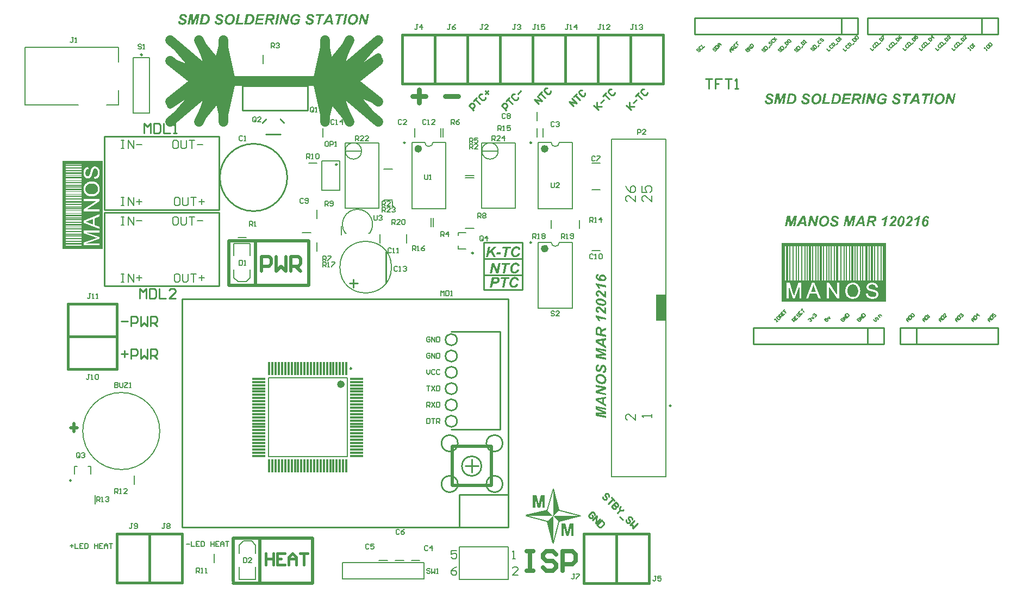
<source format=gto>
%FSLAX25Y25*%
%MOIN*%
G70*
G01*
G75*
%ADD10R,0.05118X0.05906*%
%ADD11R,0.05118X0.03347*%
%ADD12R,0.06000X0.06000*%
%ADD13R,0.03347X0.05118*%
%ADD14R,0.02362X0.05118*%
%ADD15R,0.05906X0.05118*%
%ADD16C,0.02500*%
%ADD17C,0.10000*%
%ADD18C,0.01500*%
%ADD19O,0.07087X0.08661*%
%ADD20R,0.06000X0.06000*%
%ADD21C,0.06000*%
%ADD22C,0.07874*%
%ADD23R,0.07874X0.07874*%
%ADD24O,0.15748X0.07874*%
%ADD25O,0.07874X0.17716*%
%ADD26O,0.03000X0.07874*%
%ADD27R,0.06299X0.06299*%
%ADD28C,0.06299*%
%ADD29O,0.03000X0.07874*%
%ADD30C,0.07087*%
%ADD31R,0.05906X0.05906*%
%ADD32C,0.05906*%
%ADD33R,0.07284X0.07284*%
%ADD34C,0.07284*%
%ADD35R,0.06299X0.06299*%
%ADD36C,0.08661*%
%ADD37C,0.06496*%
%ADD38R,0.06496X0.06496*%
%ADD39R,0.06496X0.06496*%
%ADD40C,0.11811*%
%ADD41C,0.09843*%
%ADD42C,0.05000*%
%ADD43R,0.00787X0.00787*%
%ADD44C,0.08000*%
%ADD45C,0.00787*%
%ADD46C,0.01000*%
%ADD47C,0.00984*%
%ADD48C,0.02362*%
%ADD49R,0.01181X0.08268*%
%ADD50R,0.08268X0.01181*%
%ADD51C,0.05906*%
%ADD52C,0.01969*%
%ADD53C,0.03937*%
%ADD54C,0.02000*%
%ADD55C,0.00500*%
%ADD56C,0.00700*%
%ADD57C,0.03000*%
%ADD58C,0.00800*%
%ADD59C,0.00591*%
%ADD60R,0.20000X0.25000*%
%ADD61R,0.06102X0.16142*%
G36*
X162452Y351292D02*
X160583D01*
X159473Y345965D01*
X158160D01*
X159270Y351292D01*
X157401D01*
X157614Y352365D01*
X162664D01*
X162452Y351292D01*
D02*
G37*
G36*
X167817Y345965D02*
X166568D01*
X166355Y347380D01*
X163821D01*
X163053Y345965D01*
X161702D01*
X165301Y352365D01*
X166790D01*
X167817Y345965D01*
D02*
G37*
G36*
X133592D02*
X132287D01*
X133629Y352365D01*
X134942D01*
X133592Y345965D01*
D02*
G37*
G36*
X125785Y351292D02*
X122353D01*
X122038Y349850D01*
X125359D01*
X125137Y348777D01*
X121798D01*
X121419Y347038D01*
X125146D01*
X124915Y345965D01*
X119920D01*
X121261Y352365D01*
X126007D01*
X125785Y351292D01*
D02*
G37*
G36*
X130336Y352356D02*
X130502Y352347D01*
X130687Y352328D01*
X130872Y352301D01*
X131057Y352264D01*
X131224Y352208D01*
X131233D01*
X131242Y352199D01*
X131288Y352181D01*
X131362Y352144D01*
X131455Y352088D01*
X131566Y352005D01*
X131677Y351912D01*
X131779Y351792D01*
X131880Y351653D01*
X131890Y351635D01*
X131917Y351579D01*
X131964Y351496D01*
X132010Y351385D01*
X132056Y351246D01*
X132102Y351080D01*
X132130Y350886D01*
X132139Y350682D01*
Y350673D01*
Y350645D01*
Y350608D01*
X132130Y350543D01*
X132121Y350479D01*
X132112Y350395D01*
X132102Y350303D01*
X132075Y350210D01*
X132019Y349997D01*
X131936Y349766D01*
X131880Y349655D01*
X131816Y349544D01*
X131732Y349433D01*
X131649Y349331D01*
X131640Y349322D01*
X131631Y349313D01*
X131594Y349285D01*
X131557Y349248D01*
X131501Y349202D01*
X131446Y349156D01*
X131372Y349110D01*
X131279Y349054D01*
X131187Y348998D01*
X131076Y348943D01*
X130955Y348887D01*
X130817Y348832D01*
X130678Y348786D01*
X130521Y348749D01*
X130345Y348712D01*
X130169Y348684D01*
X130178Y348675D01*
X130215Y348647D01*
X130262Y348591D01*
X130326Y348527D01*
X130391Y348434D01*
X130474Y348333D01*
X130558Y348212D01*
X130641Y348083D01*
X130650Y348074D01*
X130659Y348046D01*
X130687Y348009D01*
X130715Y347944D01*
X130761Y347870D01*
X130807Y347778D01*
X130863Y347667D01*
X130928Y347537D01*
X131002Y347398D01*
X131076Y347241D01*
X131159Y347065D01*
X131242Y346871D01*
X131335Y346668D01*
X131427Y346445D01*
X131529Y346214D01*
X131631Y345965D01*
X130215D01*
Y345974D01*
X130206Y345992D01*
X130197Y346020D01*
X130178Y346066D01*
X130160Y346122D01*
X130132Y346196D01*
X130104Y346279D01*
X130067Y346381D01*
X130021Y346492D01*
X129975Y346612D01*
X129919Y346751D01*
X129855Y346899D01*
X129790Y347065D01*
X129716Y347250D01*
X129633Y347445D01*
X129540Y347648D01*
Y347657D01*
X129531Y347676D01*
X129512Y347704D01*
X129494Y347750D01*
X129438Y347851D01*
X129364Y347981D01*
X129281Y348120D01*
X129189Y348258D01*
X129078Y348388D01*
X129022Y348434D01*
X128967Y348481D01*
X128957Y348490D01*
X128930Y348499D01*
X128883Y348517D01*
X128819Y348545D01*
X128726Y348573D01*
X128615Y348591D01*
X128476Y348601D01*
X128310Y348610D01*
X127773D01*
X127218Y345965D01*
X125914D01*
X127255Y352365D01*
X130271D01*
X130336Y352356D01*
D02*
G37*
G36*
X174375Y351292D02*
X172506D01*
X171396Y345965D01*
X170083D01*
X171193Y351292D01*
X169324D01*
X169537Y352365D01*
X174588D01*
X174375Y351292D01*
D02*
G37*
G36*
X188629Y345965D02*
X187417D01*
X185678Y350266D01*
X184772Y345965D01*
X183560D01*
X184901Y352365D01*
X186113D01*
X187852Y348083D01*
X188759Y352365D01*
X189970D01*
X188629Y345965D01*
D02*
G37*
G36*
X145450Y352477D02*
X145543Y352467D01*
X145654Y352458D01*
X145774Y352439D01*
X145903Y352421D01*
X146190Y352356D01*
X146486Y352264D01*
X146634Y352208D01*
X146773Y352144D01*
X146912Y352060D01*
X147041Y351968D01*
X147050Y351958D01*
X147069Y351940D01*
X147106Y351912D01*
X147152Y351875D01*
X147208Y351820D01*
X147263Y351755D01*
X147337Y351672D01*
X147411Y351589D01*
X147485Y351487D01*
X147559Y351376D01*
X147633Y351255D01*
X147707Y351117D01*
X147772Y350969D01*
X147837Y350812D01*
X147892Y350645D01*
X147938Y350469D01*
X146708Y350330D01*
Y350340D01*
X146699Y350358D01*
X146690Y350386D01*
X146680Y350423D01*
X146634Y350516D01*
X146579Y350636D01*
X146505Y350765D01*
X146412Y350904D01*
X146310Y351033D01*
X146181Y351145D01*
X146162Y351154D01*
X146116Y351191D01*
X146042Y351237D01*
X145931Y351283D01*
X145802Y351339D01*
X145644Y351376D01*
X145469Y351413D01*
X145274Y351422D01*
X145210D01*
X145173Y351413D01*
X145108D01*
X145043Y351403D01*
X144895Y351376D01*
X144710Y351339D01*
X144516Y351274D01*
X144312Y351191D01*
X144109Y351080D01*
X144100D01*
X144090Y351061D01*
X144063Y351043D01*
X144026Y351015D01*
X143924Y350941D01*
X143804Y350830D01*
X143674Y350682D01*
X143535Y350506D01*
X143397Y350293D01*
X143276Y350044D01*
Y350034D01*
X143267Y350016D01*
X143249Y349979D01*
X143230Y349923D01*
X143212Y349859D01*
X143184Y349785D01*
X143156Y349692D01*
X143128Y349590D01*
X143101Y349489D01*
X143073Y349369D01*
X143027Y349110D01*
X142990Y348832D01*
X142980Y348527D01*
Y348517D01*
Y348490D01*
Y348453D01*
X142990Y348397D01*
Y348323D01*
X142999Y348249D01*
X143027Y348074D01*
X143073Y347879D01*
X143128Y347676D01*
X143221Y347491D01*
X143276Y347398D01*
X143341Y347324D01*
X143360Y347306D01*
X143406Y347269D01*
X143498Y347204D01*
X143619Y347139D01*
X143767Y347065D01*
X143952Y347001D01*
X144174Y346964D01*
X144423Y346945D01*
X144497D01*
X144581Y346954D01*
X144692Y346964D01*
X144821Y346973D01*
X144969Y347001D01*
X145126Y347028D01*
X145293Y347065D01*
X145302D01*
X145311Y347075D01*
X145367Y347084D01*
X145450Y347112D01*
X145552Y347148D01*
X145672Y347185D01*
X145802Y347241D01*
X145931Y347297D01*
X146061Y347352D01*
X146264Y348314D01*
X144627D01*
X144849Y349387D01*
X147707D01*
X147134Y346621D01*
X147124D01*
X147115Y346603D01*
X147078Y346593D01*
X147041Y346566D01*
X146995Y346538D01*
X146930Y346510D01*
X146865Y346473D01*
X146791Y346427D01*
X146606Y346344D01*
X146394Y346251D01*
X146153Y346159D01*
X145885Y346066D01*
X145876D01*
X145848Y346057D01*
X145811Y346048D01*
X145755Y346029D01*
X145691Y346011D01*
X145617Y345992D01*
X145524Y345974D01*
X145422Y345955D01*
X145200Y345918D01*
X144941Y345881D01*
X144673Y345853D01*
X144386Y345844D01*
X144275D01*
X144192Y345853D01*
X144090Y345863D01*
X143979Y345872D01*
X143850Y345890D01*
X143711Y345909D01*
X143424Y345974D01*
X143267Y346020D01*
X143119Y346076D01*
X142971Y346131D01*
X142823Y346205D01*
X142694Y346288D01*
X142564Y346381D01*
X142555Y346390D01*
X142527Y346418D01*
X142481Y346455D01*
X142435Y346519D01*
X142361Y346593D01*
X142296Y346686D01*
X142213Y346797D01*
X142139Y346917D01*
X142055Y347065D01*
X141972Y347222D01*
X141907Y347398D01*
X141843Y347583D01*
X141787Y347796D01*
X141741Y348018D01*
X141713Y348258D01*
X141704Y348508D01*
Y348517D01*
Y348554D01*
Y348601D01*
X141713Y348665D01*
Y348758D01*
X141722Y348850D01*
X141732Y348961D01*
X141750Y349091D01*
X141769Y349220D01*
X141796Y349359D01*
X141861Y349664D01*
X141954Y349988D01*
X142074Y350312D01*
X142083Y350321D01*
X142092Y350358D01*
X142120Y350414D01*
X142157Y350479D01*
X142203Y350571D01*
X142259Y350663D01*
X142324Y350775D01*
X142398Y350895D01*
X142481Y351024D01*
X142573Y351154D01*
X142675Y351283D01*
X142795Y351422D01*
X143045Y351681D01*
X143184Y351801D01*
X143332Y351912D01*
X143341Y351922D01*
X143369Y351940D01*
X143415Y351968D01*
X143480Y352005D01*
X143554Y352042D01*
X143656Y352097D01*
X143757Y352144D01*
X143887Y352199D01*
X144016Y352255D01*
X144164Y352301D01*
X144322Y352356D01*
X144497Y352393D01*
X144673Y352430D01*
X144867Y352458D01*
X145062Y352477D01*
X145265Y352486D01*
X145376D01*
X145450Y352477D01*
D02*
G37*
G36*
X139928Y345965D02*
X138716D01*
X136977Y350266D01*
X136071Y345965D01*
X134859D01*
X136200Y352365D01*
X137412D01*
X139151Y348083D01*
X140057Y352365D01*
X141269D01*
X139928Y345965D01*
D02*
G37*
G36*
X175337D02*
X174033D01*
X175374Y352365D01*
X176687D01*
X175337Y345965D01*
D02*
G37*
G36*
X84807D02*
X83614D01*
X84724Y351274D01*
X82347Y345965D01*
X81098D01*
X80857Y351311D01*
X79849Y345965D01*
X78656D01*
X79988Y352365D01*
X81866D01*
X82069Y347962D01*
X84076Y352365D01*
X85973D01*
X84807Y345965D01*
D02*
G37*
G36*
X464152Y222215D02*
X462940D01*
X461201Y226516D01*
X460295Y222215D01*
X459083D01*
X460424Y228616D01*
X461636D01*
X463375Y224333D01*
X464281Y228616D01*
X465493D01*
X464152Y222215D01*
D02*
G37*
G36*
X475899Y228727D02*
X475992Y228717D01*
X476103Y228708D01*
X476223Y228690D01*
X476353Y228671D01*
X476639Y228606D01*
X476787Y228560D01*
X476926Y228514D01*
X477074Y228449D01*
X477213Y228375D01*
X477342Y228292D01*
X477463Y228199D01*
X477472Y228190D01*
X477490Y228172D01*
X477518Y228144D01*
X477564Y228107D01*
X477611Y228051D01*
X477666Y227987D01*
X477722Y227913D01*
X477777Y227829D01*
X477842Y227728D01*
X477907Y227626D01*
X477962Y227506D01*
X478018Y227385D01*
X478064Y227247D01*
X478101Y227108D01*
X478129Y226951D01*
X478147Y226793D01*
X476889Y226738D01*
Y226747D01*
Y226756D01*
X476880Y226812D01*
X476852Y226895D01*
X476824Y226997D01*
X476778Y227108D01*
X476723Y227228D01*
X476649Y227339D01*
X476547Y227441D01*
X476538Y227450D01*
X476491Y227478D01*
X476427Y227524D01*
X476334Y227570D01*
X476223Y227607D01*
X476075Y227654D01*
X475899Y227681D01*
X475705Y227691D01*
X475613D01*
X475520Y227681D01*
X475400Y227663D01*
X475280Y227644D01*
X475150Y227607D01*
X475030Y227561D01*
X474928Y227496D01*
X474919Y227487D01*
X474891Y227459D01*
X474854Y227422D01*
X474817Y227367D01*
X474771Y227293D01*
X474734Y227210D01*
X474706Y227108D01*
X474697Y227006D01*
Y226997D01*
Y226960D01*
X474706Y226914D01*
X474725Y226849D01*
X474752Y226775D01*
X474789Y226701D01*
X474836Y226627D01*
X474910Y226553D01*
X474919Y226544D01*
X474956Y226516D01*
X475011Y226479D01*
X475104Y226423D01*
X475169Y226386D01*
X475233Y226349D01*
X475307Y226303D01*
X475400Y226257D01*
X475492Y226211D01*
X475603Y226155D01*
X475724Y226100D01*
X475853Y226044D01*
X475862Y226035D01*
X475899Y226026D01*
X475955Y225998D01*
X476029Y225970D01*
X476121Y225924D01*
X476223Y225878D01*
X476445Y225767D01*
X476686Y225646D01*
X476917Y225517D01*
X477028Y225452D01*
X477120Y225387D01*
X477204Y225323D01*
X477268Y225267D01*
X477278Y225258D01*
X477287Y225249D01*
X477315Y225221D01*
X477342Y225193D01*
X477416Y225091D01*
X477500Y224962D01*
X477583Y224805D01*
X477648Y224610D01*
X477703Y224388D01*
X477712Y224277D01*
X477722Y224148D01*
Y224139D01*
Y224111D01*
Y224065D01*
X477712Y224009D01*
X477703Y223935D01*
X477685Y223843D01*
X477666Y223750D01*
X477638Y223648D01*
X477601Y223537D01*
X477555Y223417D01*
X477500Y223297D01*
X477435Y223177D01*
X477361Y223056D01*
X477268Y222927D01*
X477167Y222816D01*
X477046Y222696D01*
X477037Y222686D01*
X477019Y222668D01*
X476972Y222640D01*
X476926Y222603D01*
X476852Y222557D01*
X476769Y222501D01*
X476676Y222455D01*
X476556Y222400D01*
X476436Y222335D01*
X476297Y222289D01*
X476140Y222233D01*
X475973Y222187D01*
X475798Y222150D01*
X475603Y222122D01*
X475400Y222104D01*
X475178Y222094D01*
X475039D01*
X474965Y222104D01*
X474882Y222113D01*
X474789D01*
X474688Y222131D01*
X474466Y222159D01*
X474225Y222205D01*
X473975Y222270D01*
X473744Y222363D01*
X473735D01*
X473716Y222372D01*
X473689Y222390D01*
X473642Y222418D01*
X473541Y222474D01*
X473411Y222566D01*
X473272Y222668D01*
X473134Y222807D01*
X473004Y222955D01*
X472893Y223130D01*
Y223140D01*
X472884Y223149D01*
X472875Y223177D01*
X472856Y223223D01*
X472838Y223269D01*
X472819Y223325D01*
X472773Y223463D01*
X472727Y223630D01*
X472690Y223824D01*
X472671Y224037D01*
X472662Y224268D01*
X473920Y224342D01*
Y224333D01*
Y224314D01*
Y224287D01*
X473929Y224250D01*
X473938Y224139D01*
X473957Y224018D01*
X473975Y223880D01*
X474012Y223741D01*
X474059Y223621D01*
X474123Y223528D01*
X474142Y223510D01*
X474179Y223473D01*
X474253Y223426D01*
X474364Y223362D01*
X474429Y223334D01*
X474512Y223297D01*
X474595Y223269D01*
X474697Y223251D01*
X474799Y223223D01*
X474919Y223214D01*
X475048Y223195D01*
X475289D01*
X475344Y223204D01*
X475409D01*
X475548Y223223D01*
X475696Y223251D01*
X475853Y223297D01*
X476001Y223352D01*
X476121Y223426D01*
X476131Y223436D01*
X476168Y223463D01*
X476214Y223519D01*
X476269Y223584D01*
X476325Y223667D01*
X476371Y223759D01*
X476408Y223861D01*
X476417Y223981D01*
Y223991D01*
Y224028D01*
X476408Y224083D01*
X476390Y224148D01*
X476362Y224222D01*
X476316Y224305D01*
X476260Y224388D01*
X476177Y224462D01*
X476168Y224472D01*
X476140Y224490D01*
X476084Y224527D01*
X476001Y224573D01*
X475946Y224610D01*
X475881Y224647D01*
X475807Y224684D01*
X475724Y224721D01*
X475622Y224768D01*
X475520Y224823D01*
X475391Y224879D01*
X475261Y224934D01*
X475252D01*
X475224Y224953D01*
X475187Y224962D01*
X475141Y224990D01*
X475076Y225017D01*
X475002Y225045D01*
X474845Y225119D01*
X474669Y225212D01*
X474484Y225295D01*
X474318Y225387D01*
X474234Y225434D01*
X474170Y225471D01*
X474151Y225480D01*
X474114Y225508D01*
X474049Y225563D01*
X473975Y225628D01*
X473892Y225702D01*
X473800Y225804D01*
X473716Y225915D01*
X473633Y226035D01*
X473624Y226053D01*
X473605Y226100D01*
X473568Y226174D01*
X473541Y226266D01*
X473504Y226386D01*
X473467Y226525D01*
X473448Y226682D01*
X473439Y226849D01*
Y226858D01*
Y226886D01*
Y226932D01*
X473448Y226988D01*
X473457Y227052D01*
X473467Y227136D01*
X473485Y227228D01*
X473513Y227321D01*
X473578Y227533D01*
X473633Y227644D01*
X473689Y227765D01*
X473753Y227876D01*
X473827Y227987D01*
X473920Y228098D01*
X474022Y228199D01*
X474031Y228209D01*
X474049Y228227D01*
X474086Y228246D01*
X474133Y228283D01*
X474188Y228320D01*
X474262Y228366D01*
X474355Y228421D01*
X474456Y228468D01*
X474567Y228514D01*
X474688Y228569D01*
X474826Y228616D01*
X474984Y228653D01*
X475150Y228690D01*
X475326Y228717D01*
X475511Y228727D01*
X475714Y228736D01*
X475825D01*
X475899Y228727D01*
D02*
G37*
G36*
X487055Y222215D02*
X485862D01*
X486972Y227524D01*
X484594Y222215D01*
X483346D01*
X483105Y227561D01*
X482097Y222215D01*
X480904D01*
X482236Y228616D01*
X484113D01*
X484317Y224213D01*
X486324Y228616D01*
X488220D01*
X487055Y222215D01*
D02*
G37*
G36*
X26634Y208465D02*
X1946D01*
Y262468D01*
X26634D01*
Y208465D01*
D02*
G37*
G36*
X451276Y222215D02*
X450083D01*
X451193Y227524D01*
X448815Y222215D01*
X447567D01*
X447326Y227561D01*
X446318Y222215D01*
X445125D01*
X446457Y228616D01*
X448334D01*
X448538Y224213D01*
X450545Y228616D01*
X452441D01*
X451276Y222215D01*
D02*
G37*
G36*
X531899Y228643D02*
X531954D01*
X532028Y228634D01*
X532186Y228606D01*
X532371Y228560D01*
X532556Y228486D01*
X532750Y228384D01*
X532833Y228329D01*
X532916Y228255D01*
X532926D01*
X532935Y228236D01*
X532953Y228218D01*
X532981Y228181D01*
X533018Y228144D01*
X533055Y228088D01*
X533101Y228033D01*
X533138Y227959D01*
X533185Y227885D01*
X533231Y227792D01*
X533277Y227700D01*
X533314Y227589D01*
X533360Y227469D01*
X533388Y227348D01*
X533425Y227210D01*
X533444Y227062D01*
X532269Y226969D01*
Y226988D01*
X532260Y227034D01*
X532250Y227099D01*
X532232Y227182D01*
X532176Y227348D01*
X532130Y227432D01*
X532084Y227496D01*
X532075Y227506D01*
X532056Y227524D01*
X532028Y227543D01*
X531982Y227580D01*
X531927Y227607D01*
X531853Y227626D01*
X531779Y227644D01*
X531686Y227654D01*
X531631D01*
X531575Y227644D01*
X531492Y227626D01*
X531409Y227589D01*
X531307Y227543D01*
X531205Y227478D01*
X531113Y227395D01*
X531094Y227376D01*
X531057Y227321D01*
X530992Y227237D01*
X530955Y227173D01*
X530909Y227108D01*
X530863Y227034D01*
X530817Y226941D01*
X530770Y226849D01*
X530724Y226747D01*
X530678Y226627D01*
X530632Y226497D01*
X530585Y226368D01*
X530539Y226220D01*
X530548D01*
X530558Y226229D01*
X530613Y226266D01*
X530696Y226303D01*
X530798Y226359D01*
X530928Y226405D01*
X531076Y226451D01*
X531242Y226479D01*
X531409Y226488D01*
X531483D01*
X531529Y226479D01*
X531594Y226470D01*
X531668Y226460D01*
X531843Y226423D01*
X532028Y226368D01*
X532232Y226275D01*
X532343Y226220D01*
X532435Y226146D01*
X532537Y226072D01*
X532630Y225979D01*
X532639Y225970D01*
X532648Y225952D01*
X532676Y225924D01*
X532704Y225887D01*
X532741Y225831D01*
X532787Y225776D01*
X532833Y225702D01*
X532879Y225619D01*
X532916Y225517D01*
X532963Y225415D01*
X533009Y225304D01*
X533046Y225184D01*
X533074Y225045D01*
X533101Y224906D01*
X533111Y224749D01*
X533120Y224592D01*
Y224583D01*
Y224564D01*
Y224527D01*
X533111Y224472D01*
Y224416D01*
X533101Y224342D01*
X533092Y224259D01*
X533074Y224166D01*
X533037Y223963D01*
X532972Y223741D01*
X532889Y223510D01*
X532778Y223278D01*
Y223269D01*
X532759Y223251D01*
X532741Y223223D01*
X532722Y223177D01*
X532648Y223066D01*
X532546Y222936D01*
X532426Y222788D01*
X532278Y222631D01*
X532121Y222492D01*
X531936Y222372D01*
X531927D01*
X531917Y222363D01*
X531890Y222344D01*
X531853Y222326D01*
X531751Y222289D01*
X531612Y222233D01*
X531455Y222187D01*
X531279Y222141D01*
X531076Y222104D01*
X530872Y222094D01*
X530780D01*
X530678Y222113D01*
X530548Y222131D01*
X530400Y222159D01*
X530234Y222205D01*
X530067Y222270D01*
X529901Y222363D01*
X529882Y222372D01*
X529827Y222409D01*
X529753Y222474D01*
X529660Y222557D01*
X529549Y222668D01*
X529448Y222807D01*
X529337Y222964D01*
X529244Y223140D01*
Y223149D01*
X529235Y223167D01*
X529226Y223195D01*
X529207Y223232D01*
X529189Y223288D01*
X529170Y223352D01*
X529152Y223426D01*
X529133Y223510D01*
X529105Y223602D01*
X529087Y223704D01*
X529068Y223824D01*
X529050Y223944D01*
X529022Y224222D01*
X529013Y224527D01*
Y224536D01*
Y224546D01*
Y224573D01*
Y224601D01*
X529022Y224694D01*
Y224814D01*
X529041Y224962D01*
X529050Y225138D01*
X529078Y225332D01*
X529105Y225535D01*
X529152Y225767D01*
X529198Y225998D01*
X529263Y226238D01*
X529337Y226488D01*
X529420Y226738D01*
X529522Y226978D01*
X529642Y227219D01*
X529771Y227450D01*
X529781Y227459D01*
X529808Y227506D01*
X529845Y227561D01*
X529910Y227635D01*
X529984Y227728D01*
X530077Y227829D01*
X530188Y227940D01*
X530308Y228051D01*
X530447Y228162D01*
X530595Y228273D01*
X530761Y228375D01*
X530937Y228468D01*
X531131Y228542D01*
X531335Y228597D01*
X531547Y228643D01*
X531779Y228653D01*
X531843D01*
X531899Y228643D01*
D02*
G37*
G36*
X109560Y347038D02*
X112835D01*
X112613Y345965D01*
X108025D01*
X109366Y352365D01*
X110679D01*
X109560Y347038D01*
D02*
G37*
G36*
X117080Y352356D02*
X117238D01*
X117367Y352347D01*
X117413D01*
X117460Y352338D01*
X117478D01*
X117524Y352328D01*
X117598Y352319D01*
X117700Y352301D01*
X117811Y352282D01*
X117931Y352255D01*
X118172Y352171D01*
X118190Y352162D01*
X118227Y352153D01*
X118283Y352125D01*
X118366Y352088D01*
X118449Y352032D01*
X118551Y351977D01*
X118644Y351912D01*
X118745Y351829D01*
X118755Y351820D01*
X118792Y351792D01*
X118838Y351746D01*
X118903Y351681D01*
X118967Y351607D01*
X119041Y351515D01*
X119115Y351413D01*
X119189Y351302D01*
X119199Y351292D01*
X119217Y351246D01*
X119254Y351182D01*
X119291Y351098D01*
X119337Y350996D01*
X119393Y350876D01*
X119439Y350738D01*
X119476Y350589D01*
X119485Y350571D01*
X119495Y350516D01*
X119513Y350432D01*
X119532Y350330D01*
X119550Y350201D01*
X119559Y350044D01*
X119578Y349886D01*
Y349711D01*
Y349701D01*
Y349664D01*
Y349609D01*
X119569Y349535D01*
Y349443D01*
X119559Y349341D01*
X119541Y349220D01*
X119532Y349091D01*
X119504Y348952D01*
X119485Y348804D01*
X119411Y348499D01*
X119310Y348184D01*
X119254Y348027D01*
X119180Y347870D01*
Y347861D01*
X119162Y347833D01*
X119143Y347796D01*
X119106Y347741D01*
X119069Y347667D01*
X119023Y347592D01*
X118903Y347408D01*
X118764Y347204D01*
X118588Y346991D01*
X118394Y346788D01*
X118181Y346593D01*
X118172D01*
X118163Y346575D01*
X118135Y346556D01*
X118098Y346538D01*
X118052Y346501D01*
X117996Y346473D01*
X117857Y346390D01*
X117691Y346307D01*
X117487Y346214D01*
X117256Y346131D01*
X116997Y346057D01*
X116979D01*
X116951Y346048D01*
X116923Y346039D01*
X116877D01*
X116821Y346029D01*
X116757Y346020D01*
X116683Y346011D01*
X116599Y346002D01*
X116507Y345992D01*
X116405Y345983D01*
X116285D01*
X116165Y345974D01*
X116026Y345965D01*
X113473D01*
X114814Y352365D01*
X116923D01*
X117080Y352356D01*
D02*
G37*
G36*
X89747D02*
X89904D01*
X90033Y352347D01*
X90080D01*
X90126Y352338D01*
X90144D01*
X90191Y352328D01*
X90265Y352319D01*
X90366Y352301D01*
X90477Y352282D01*
X90598Y352255D01*
X90838Y352171D01*
X90857Y352162D01*
X90894Y352153D01*
X90949Y352125D01*
X91032Y352088D01*
X91116Y352032D01*
X91217Y351977D01*
X91310Y351912D01*
X91412Y351829D01*
X91421Y351820D01*
X91458Y351792D01*
X91504Y351746D01*
X91569Y351681D01*
X91634Y351607D01*
X91708Y351515D01*
X91782Y351413D01*
X91856Y351302D01*
X91865Y351292D01*
X91883Y351246D01*
X91920Y351182D01*
X91957Y351098D01*
X92004Y350996D01*
X92059Y350876D01*
X92105Y350738D01*
X92142Y350589D01*
X92152Y350571D01*
X92161Y350516D01*
X92179Y350432D01*
X92198Y350330D01*
X92216Y350201D01*
X92226Y350044D01*
X92244Y349886D01*
Y349711D01*
Y349701D01*
Y349664D01*
Y349609D01*
X92235Y349535D01*
Y349443D01*
X92226Y349341D01*
X92207Y349220D01*
X92198Y349091D01*
X92170Y348952D01*
X92152Y348804D01*
X92078Y348499D01*
X91976Y348184D01*
X91920Y348027D01*
X91846Y347870D01*
Y347861D01*
X91828Y347833D01*
X91809Y347796D01*
X91772Y347741D01*
X91735Y347667D01*
X91689Y347592D01*
X91569Y347408D01*
X91430Y347204D01*
X91254Y346991D01*
X91060Y346788D01*
X90847Y346593D01*
X90838D01*
X90829Y346575D01*
X90801Y346556D01*
X90764Y346538D01*
X90718Y346501D01*
X90662Y346473D01*
X90524Y346390D01*
X90357Y346307D01*
X90154Y346214D01*
X89922Y346131D01*
X89663Y346057D01*
X89645D01*
X89617Y346048D01*
X89589Y346039D01*
X89543D01*
X89488Y346029D01*
X89423Y346020D01*
X89349Y346011D01*
X89266Y346002D01*
X89173Y345992D01*
X89071Y345983D01*
X88951D01*
X88831Y345974D01*
X88692Y345965D01*
X86139D01*
X87480Y352365D01*
X89589D01*
X89747Y352356D01*
D02*
G37*
G36*
X105222Y352477D02*
X105324Y352467D01*
X105444Y352449D01*
X105573Y352421D01*
X105712Y352393D01*
X105869Y352356D01*
X106027Y352310D01*
X106184Y352245D01*
X106341Y352171D01*
X106508Y352088D01*
X106656Y351986D01*
X106813Y351875D01*
X106952Y351746D01*
X106961Y351736D01*
X106979Y351709D01*
X107016Y351672D01*
X107063Y351607D01*
X107118Y351533D01*
X107183Y351450D01*
X107248Y351339D01*
X107322Y351219D01*
X107386Y351089D01*
X107451Y350941D01*
X107516Y350775D01*
X107571Y350599D01*
X107618Y350414D01*
X107655Y350210D01*
X107673Y349997D01*
X107682Y349776D01*
Y349766D01*
Y349729D01*
Y349674D01*
X107673Y349600D01*
X107664Y349517D01*
X107655Y349406D01*
X107645Y349285D01*
X107627Y349156D01*
X107599Y349008D01*
X107562Y348850D01*
X107479Y348527D01*
X107423Y348351D01*
X107359Y348175D01*
X107285Y347990D01*
X107201Y347814D01*
X107192Y347805D01*
X107183Y347768D01*
X107155Y347722D01*
X107118Y347657D01*
X107063Y347574D01*
X107007Y347491D01*
X106942Y347389D01*
X106859Y347278D01*
X106776Y347158D01*
X106674Y347038D01*
X106572Y346917D01*
X106452Y346797D01*
X106202Y346566D01*
X106054Y346455D01*
X105906Y346353D01*
X105897Y346344D01*
X105869Y346335D01*
X105823Y346307D01*
X105768Y346270D01*
X105684Y346233D01*
X105592Y346196D01*
X105490Y346149D01*
X105370Y346103D01*
X105240Y346048D01*
X105102Y346002D01*
X104944Y345965D01*
X104787Y345928D01*
X104436Y345863D01*
X104260Y345853D01*
X104066Y345844D01*
X103982D01*
X103918Y345853D01*
X103844D01*
X103751Y345863D01*
X103649Y345881D01*
X103538Y345900D01*
X103307Y345946D01*
X103048Y346020D01*
X102798Y346122D01*
X102678Y346177D01*
X102558Y346251D01*
X102549Y346260D01*
X102530Y346270D01*
X102502Y346298D01*
X102456Y346325D01*
X102354Y346409D01*
X102225Y346529D01*
X102086Y346677D01*
X101947Y346852D01*
X101818Y347047D01*
X101707Y347259D01*
Y347269D01*
X101698Y347287D01*
X101688Y347315D01*
X101670Y347361D01*
X101651Y347417D01*
X101624Y347481D01*
X101587Y347639D01*
X101540Y347824D01*
X101494Y348027D01*
X101466Y348240D01*
X101457Y348471D01*
Y348481D01*
Y348499D01*
Y348527D01*
Y348573D01*
X101466Y348619D01*
Y348684D01*
X101476Y348832D01*
X101494Y349017D01*
X101531Y349220D01*
X101568Y349443D01*
X101624Y349674D01*
Y349683D01*
X101633Y349711D01*
X101651Y349757D01*
X101670Y349813D01*
X101688Y349886D01*
X101716Y349970D01*
X101753Y350072D01*
X101790Y350173D01*
X101883Y350405D01*
X102003Y350645D01*
X102142Y350895D01*
X102299Y351135D01*
X102308Y351145D01*
X102317Y351163D01*
X102345Y351191D01*
X102382Y351237D01*
X102428Y351292D01*
X102484Y351348D01*
X102613Y351487D01*
X102780Y351644D01*
X102974Y351811D01*
X103196Y351968D01*
X103446Y352116D01*
X103455D01*
X103474Y352134D01*
X103520Y352153D01*
X103566Y352171D01*
X103631Y352199D01*
X103714Y352236D01*
X103807Y352264D01*
X103908Y352301D01*
X104019Y352338D01*
X104140Y352365D01*
X104408Y352430D01*
X104704Y352467D01*
X105028Y352486D01*
X105139D01*
X105222Y352477D01*
D02*
G37*
G36*
X180757D02*
X180859Y352467D01*
X180979Y352449D01*
X181109Y352421D01*
X181248Y352393D01*
X181405Y352356D01*
X181562Y352310D01*
X181719Y352245D01*
X181877Y352171D01*
X182043Y352088D01*
X182191Y351986D01*
X182348Y351875D01*
X182487Y351746D01*
X182496Y351736D01*
X182515Y351709D01*
X182552Y351672D01*
X182598Y351607D01*
X182654Y351533D01*
X182718Y351450D01*
X182783Y351339D01*
X182857Y351219D01*
X182922Y351089D01*
X182987Y350941D01*
X183051Y350775D01*
X183107Y350599D01*
X183153Y350414D01*
X183190Y350210D01*
X183209Y349997D01*
X183218Y349776D01*
Y349766D01*
Y349729D01*
Y349674D01*
X183209Y349600D01*
X183199Y349517D01*
X183190Y349406D01*
X183181Y349285D01*
X183162Y349156D01*
X183135Y349008D01*
X183098Y348850D01*
X183014Y348527D01*
X182959Y348351D01*
X182894Y348175D01*
X182820Y347990D01*
X182737Y347814D01*
X182728Y347805D01*
X182718Y347768D01*
X182691Y347722D01*
X182654Y347657D01*
X182598Y347574D01*
X182543Y347491D01*
X182478Y347389D01*
X182395Y347278D01*
X182311Y347158D01*
X182210Y347038D01*
X182108Y346917D01*
X181988Y346797D01*
X181738Y346566D01*
X181590Y346455D01*
X181442Y346353D01*
X181433Y346344D01*
X181405Y346335D01*
X181359Y346307D01*
X181303Y346270D01*
X181220Y346233D01*
X181127Y346196D01*
X181026Y346149D01*
X180905Y346103D01*
X180776Y346048D01*
X180637Y346002D01*
X180480Y345965D01*
X180323Y345928D01*
X179971Y345863D01*
X179795Y345853D01*
X179601Y345844D01*
X179518D01*
X179453Y345853D01*
X179379D01*
X179287Y345863D01*
X179185Y345881D01*
X179074Y345900D01*
X178843Y345946D01*
X178584Y346020D01*
X178334Y346122D01*
X178214Y346177D01*
X178093Y346251D01*
X178084Y346260D01*
X178066Y346270D01*
X178038Y346298D01*
X177992Y346325D01*
X177890Y346409D01*
X177760Y346529D01*
X177622Y346677D01*
X177483Y346852D01*
X177353Y347047D01*
X177242Y347259D01*
Y347269D01*
X177233Y347287D01*
X177224Y347315D01*
X177205Y347361D01*
X177187Y347417D01*
X177159Y347481D01*
X177122Y347639D01*
X177076Y347824D01*
X177030Y348027D01*
X177002Y348240D01*
X176993Y348471D01*
Y348481D01*
Y348499D01*
Y348527D01*
Y348573D01*
X177002Y348619D01*
Y348684D01*
X177011Y348832D01*
X177030Y349017D01*
X177067Y349220D01*
X177104Y349443D01*
X177159Y349674D01*
Y349683D01*
X177168Y349711D01*
X177187Y349757D01*
X177205Y349813D01*
X177224Y349886D01*
X177252Y349970D01*
X177289Y350072D01*
X177326Y350173D01*
X177418Y350405D01*
X177538Y350645D01*
X177677Y350895D01*
X177834Y351135D01*
X177844Y351145D01*
X177853Y351163D01*
X177881Y351191D01*
X177918Y351237D01*
X177964Y351292D01*
X178019Y351348D01*
X178149Y351487D01*
X178315Y351644D01*
X178510Y351811D01*
X178732Y351968D01*
X178981Y352116D01*
X178991D01*
X179009Y352134D01*
X179055Y352153D01*
X179102Y352171D01*
X179166Y352199D01*
X179250Y352236D01*
X179342Y352264D01*
X179444Y352301D01*
X179555Y352338D01*
X179675Y352365D01*
X179943Y352430D01*
X180239Y352467D01*
X180563Y352486D01*
X180674D01*
X180757Y352477D01*
D02*
G37*
G36*
X76140D02*
X76232Y352467D01*
X76343Y352458D01*
X76464Y352439D01*
X76593Y352421D01*
X76880Y352356D01*
X77028Y352310D01*
X77167Y352264D01*
X77315Y352199D01*
X77453Y352125D01*
X77583Y352042D01*
X77703Y351949D01*
X77712Y351940D01*
X77731Y351922D01*
X77759Y351894D01*
X77805Y351857D01*
X77851Y351801D01*
X77907Y351736D01*
X77962Y351662D01*
X78018Y351579D01*
X78082Y351478D01*
X78147Y351376D01*
X78203Y351255D01*
X78258Y351135D01*
X78304Y350996D01*
X78341Y350858D01*
X78369Y350700D01*
X78388Y350543D01*
X77130Y350488D01*
Y350497D01*
Y350506D01*
X77120Y350562D01*
X77093Y350645D01*
X77065Y350747D01*
X77019Y350858D01*
X76963Y350978D01*
X76889Y351089D01*
X76787Y351191D01*
X76778Y351200D01*
X76732Y351228D01*
X76667Y351274D01*
X76575Y351320D01*
X76464Y351357D01*
X76316Y351403D01*
X76140Y351431D01*
X75946Y351441D01*
X75853D01*
X75761Y351431D01*
X75640Y351413D01*
X75520Y351394D01*
X75391Y351357D01*
X75270Y351311D01*
X75169Y351246D01*
X75159Y351237D01*
X75132Y351209D01*
X75095Y351172D01*
X75058Y351117D01*
X75011Y351043D01*
X74974Y350959D01*
X74947Y350858D01*
X74937Y350756D01*
Y350747D01*
Y350710D01*
X74947Y350663D01*
X74965Y350599D01*
X74993Y350525D01*
X75030Y350451D01*
X75076Y350377D01*
X75150Y350303D01*
X75159Y350293D01*
X75196Y350266D01*
X75252Y350229D01*
X75344Y350173D01*
X75409Y350136D01*
X75474Y350099D01*
X75548Y350053D01*
X75640Y350007D01*
X75733Y349960D01*
X75844Y349905D01*
X75964Y349850D01*
X76094Y349794D01*
X76103Y349785D01*
X76140Y349776D01*
X76195Y349748D01*
X76269Y349720D01*
X76362Y349674D01*
X76464Y349627D01*
X76686Y349517D01*
X76926Y349396D01*
X77157Y349267D01*
X77268Y349202D01*
X77361Y349137D01*
X77444Y349073D01*
X77509Y349017D01*
X77518Y349008D01*
X77527Y348998D01*
X77555Y348971D01*
X77583Y348943D01*
X77657Y348841D01*
X77740Y348712D01*
X77823Y348554D01*
X77888Y348360D01*
X77944Y348138D01*
X77953Y348027D01*
X77962Y347898D01*
Y347888D01*
Y347861D01*
Y347814D01*
X77953Y347759D01*
X77944Y347685D01*
X77925Y347592D01*
X77907Y347500D01*
X77879Y347398D01*
X77842Y347287D01*
X77796Y347167D01*
X77740Y347047D01*
X77675Y346926D01*
X77601Y346806D01*
X77509Y346677D01*
X77407Y346566D01*
X77287Y346445D01*
X77278Y346436D01*
X77259Y346418D01*
X77213Y346390D01*
X77167Y346353D01*
X77093Y346307D01*
X77009Y346251D01*
X76917Y346205D01*
X76797Y346149D01*
X76676Y346085D01*
X76538Y346039D01*
X76380Y345983D01*
X76214Y345937D01*
X76038Y345900D01*
X75844Y345872D01*
X75640Y345853D01*
X75418Y345844D01*
X75280D01*
X75206Y345853D01*
X75122Y345863D01*
X75030D01*
X74928Y345881D01*
X74706Y345909D01*
X74466Y345955D01*
X74216Y346020D01*
X73985Y346112D01*
X73975D01*
X73957Y346122D01*
X73929Y346140D01*
X73883Y346168D01*
X73781Y346223D01*
X73652Y346316D01*
X73513Y346418D01*
X73374Y346556D01*
X73245Y346705D01*
X73134Y346880D01*
Y346889D01*
X73124Y346899D01*
X73115Y346926D01*
X73097Y346973D01*
X73078Y347019D01*
X73060Y347075D01*
X73013Y347213D01*
X72967Y347380D01*
X72930Y347574D01*
X72912Y347787D01*
X72902Y348018D01*
X74160Y348092D01*
Y348083D01*
Y348064D01*
Y348037D01*
X74170Y348000D01*
X74179Y347888D01*
X74197Y347768D01*
X74216Y347629D01*
X74253Y347491D01*
X74299Y347371D01*
X74364Y347278D01*
X74382Y347259D01*
X74419Y347222D01*
X74493Y347176D01*
X74604Y347112D01*
X74669Y347084D01*
X74752Y347047D01*
X74836Y347019D01*
X74937Y347001D01*
X75039Y346973D01*
X75159Y346964D01*
X75289Y346945D01*
X75529D01*
X75585Y346954D01*
X75650D01*
X75788Y346973D01*
X75936Y347001D01*
X76094Y347047D01*
X76242Y347102D01*
X76362Y347176D01*
X76371Y347185D01*
X76408Y347213D01*
X76454Y347269D01*
X76510Y347334D01*
X76565Y347417D01*
X76612Y347509D01*
X76649Y347611D01*
X76658Y347731D01*
Y347741D01*
Y347778D01*
X76649Y347833D01*
X76630Y347898D01*
X76602Y347972D01*
X76556Y348055D01*
X76501Y348138D01*
X76417Y348212D01*
X76408Y348221D01*
X76380Y348240D01*
X76325Y348277D01*
X76242Y348323D01*
X76186Y348360D01*
X76121Y348397D01*
X76047Y348434D01*
X75964Y348471D01*
X75862Y348517D01*
X75761Y348573D01*
X75631Y348628D01*
X75502Y348684D01*
X75492D01*
X75465Y348703D01*
X75428Y348712D01*
X75381Y348740D01*
X75317Y348767D01*
X75243Y348795D01*
X75085Y348869D01*
X74910Y348961D01*
X74725Y349045D01*
X74558Y349137D01*
X74475Y349184D01*
X74410Y349220D01*
X74392Y349230D01*
X74355Y349257D01*
X74290Y349313D01*
X74216Y349378D01*
X74133Y349452D01*
X74040Y349553D01*
X73957Y349664D01*
X73874Y349785D01*
X73864Y349803D01*
X73846Y349850D01*
X73809Y349923D01*
X73781Y350016D01*
X73744Y350136D01*
X73707Y350275D01*
X73689Y350432D01*
X73679Y350599D01*
Y350608D01*
Y350636D01*
Y350682D01*
X73689Y350738D01*
X73698Y350802D01*
X73707Y350886D01*
X73726Y350978D01*
X73753Y351070D01*
X73818Y351283D01*
X73874Y351394D01*
X73929Y351515D01*
X73994Y351625D01*
X74068Y351736D01*
X74160Y351848D01*
X74262Y351949D01*
X74271Y351958D01*
X74290Y351977D01*
X74327Y351995D01*
X74373Y352032D01*
X74429Y352069D01*
X74503Y352116D01*
X74595Y352171D01*
X74697Y352218D01*
X74808Y352264D01*
X74928Y352319D01*
X75067Y352365D01*
X75224Y352402D01*
X75391Y352439D01*
X75566Y352467D01*
X75751Y352477D01*
X75955Y352486D01*
X76066D01*
X76140Y352477D01*
D02*
G37*
G36*
X505200Y303727D02*
X505293Y303717D01*
X505404Y303708D01*
X505524Y303690D01*
X505653Y303671D01*
X505940Y303606D01*
X506236Y303514D01*
X506384Y303458D01*
X506523Y303394D01*
X506662Y303310D01*
X506791Y303218D01*
X506800Y303209D01*
X506819Y303190D01*
X506856Y303162D01*
X506902Y303125D01*
X506958Y303070D01*
X507013Y303005D01*
X507087Y302922D01*
X507161Y302839D01*
X507235Y302737D01*
X507309Y302626D01*
X507383Y302506D01*
X507457Y302367D01*
X507522Y302219D01*
X507587Y302062D01*
X507642Y301895D01*
X507688Y301719D01*
X506458Y301581D01*
Y301590D01*
X506449Y301608D01*
X506440Y301636D01*
X506430Y301673D01*
X506384Y301766D01*
X506329Y301886D01*
X506255Y302015D01*
X506162Y302154D01*
X506060Y302284D01*
X505931Y302395D01*
X505912Y302404D01*
X505866Y302441D01*
X505792Y302487D01*
X505681Y302533D01*
X505552Y302589D01*
X505394Y302626D01*
X505219Y302663D01*
X505024Y302672D01*
X504960D01*
X504923Y302663D01*
X504858D01*
X504793Y302654D01*
X504645Y302626D01*
X504460Y302589D01*
X504266Y302524D01*
X504062Y302441D01*
X503859Y302330D01*
X503850D01*
X503840Y302311D01*
X503813Y302293D01*
X503776Y302265D01*
X503674Y302191D01*
X503554Y302080D01*
X503424Y301932D01*
X503285Y301756D01*
X503147Y301544D01*
X503026Y301294D01*
Y301285D01*
X503017Y301266D01*
X502999Y301229D01*
X502980Y301174D01*
X502962Y301109D01*
X502934Y301035D01*
X502906Y300942D01*
X502878Y300841D01*
X502851Y300739D01*
X502823Y300619D01*
X502777Y300360D01*
X502740Y300082D01*
X502730Y299777D01*
Y299768D01*
Y299740D01*
Y299703D01*
X502740Y299647D01*
Y299573D01*
X502749Y299499D01*
X502777Y299324D01*
X502823Y299129D01*
X502878Y298926D01*
X502971Y298741D01*
X503026Y298648D01*
X503091Y298574D01*
X503110Y298556D01*
X503156Y298519D01*
X503248Y298454D01*
X503369Y298389D01*
X503517Y298315D01*
X503702Y298251D01*
X503924Y298214D01*
X504173Y298195D01*
X504247D01*
X504331Y298204D01*
X504442Y298214D01*
X504571Y298223D01*
X504719Y298251D01*
X504876Y298278D01*
X505043Y298315D01*
X505052D01*
X505061Y298325D01*
X505117Y298334D01*
X505200Y298362D01*
X505302Y298399D01*
X505422Y298436D01*
X505552Y298491D01*
X505681Y298547D01*
X505811Y298602D01*
X506014Y299564D01*
X504377D01*
X504599Y300637D01*
X507457D01*
X506884Y297871D01*
X506874D01*
X506865Y297853D01*
X506828Y297844D01*
X506791Y297816D01*
X506745Y297788D01*
X506680Y297760D01*
X506615Y297723D01*
X506541Y297677D01*
X506356Y297594D01*
X506144Y297501D01*
X505903Y297409D01*
X505635Y297316D01*
X505626D01*
X505598Y297307D01*
X505561Y297298D01*
X505505Y297279D01*
X505441Y297261D01*
X505367Y297242D01*
X505274Y297224D01*
X505172Y297205D01*
X504950Y297168D01*
X504691Y297131D01*
X504423Y297104D01*
X504136Y297094D01*
X504025D01*
X503942Y297104D01*
X503840Y297113D01*
X503729Y297122D01*
X503600Y297141D01*
X503461Y297159D01*
X503174Y297224D01*
X503017Y297270D01*
X502869Y297326D01*
X502721Y297381D01*
X502573Y297455D01*
X502444Y297538D01*
X502314Y297631D01*
X502305Y297640D01*
X502277Y297668D01*
X502231Y297705D01*
X502185Y297770D01*
X502111Y297844D01*
X502046Y297936D01*
X501963Y298047D01*
X501889Y298167D01*
X501805Y298315D01*
X501722Y298473D01*
X501657Y298648D01*
X501593Y298833D01*
X501537Y299046D01*
X501491Y299268D01*
X501463Y299509D01*
X501454Y299758D01*
Y299768D01*
Y299805D01*
Y299851D01*
X501463Y299916D01*
Y300008D01*
X501472Y300101D01*
X501482Y300212D01*
X501500Y300341D01*
X501519Y300471D01*
X501546Y300609D01*
X501611Y300915D01*
X501704Y301238D01*
X501824Y301562D01*
X501833Y301571D01*
X501842Y301608D01*
X501870Y301664D01*
X501907Y301729D01*
X501953Y301821D01*
X502009Y301914D01*
X502074Y302025D01*
X502148Y302145D01*
X502231Y302274D01*
X502323Y302404D01*
X502425Y302533D01*
X502545Y302672D01*
X502795Y302931D01*
X502934Y303051D01*
X503082Y303162D01*
X503091Y303172D01*
X503119Y303190D01*
X503165Y303218D01*
X503230Y303255D01*
X503304Y303292D01*
X503406Y303347D01*
X503507Y303394D01*
X503637Y303449D01*
X503766Y303505D01*
X503914Y303551D01*
X504072Y303606D01*
X504247Y303643D01*
X504423Y303680D01*
X504617Y303708D01*
X504812Y303727D01*
X505015Y303736D01*
X505126D01*
X505200Y303727D01*
D02*
G37*
G36*
X522202Y302543D02*
X520333D01*
X519223Y297215D01*
X517910D01*
X519020Y302543D01*
X517151D01*
X517364Y303616D01*
X522414D01*
X522202Y302543D01*
D02*
G37*
G36*
X435890Y303727D02*
X435982Y303717D01*
X436093Y303708D01*
X436214Y303690D01*
X436343Y303671D01*
X436630Y303606D01*
X436778Y303560D01*
X436917Y303514D01*
X437065Y303449D01*
X437203Y303375D01*
X437333Y303292D01*
X437453Y303199D01*
X437462Y303190D01*
X437481Y303172D01*
X437509Y303144D01*
X437555Y303107D01*
X437601Y303051D01*
X437657Y302987D01*
X437712Y302913D01*
X437768Y302829D01*
X437832Y302728D01*
X437897Y302626D01*
X437953Y302506D01*
X438008Y302385D01*
X438054Y302247D01*
X438091Y302108D01*
X438119Y301951D01*
X438138Y301793D01*
X436880Y301738D01*
Y301747D01*
Y301756D01*
X436870Y301812D01*
X436843Y301895D01*
X436815Y301997D01*
X436769Y302108D01*
X436713Y302228D01*
X436639Y302339D01*
X436537Y302441D01*
X436528Y302450D01*
X436482Y302478D01*
X436417Y302524D01*
X436325Y302570D01*
X436214Y302607D01*
X436066Y302654D01*
X435890Y302681D01*
X435696Y302691D01*
X435603D01*
X435511Y302681D01*
X435390Y302663D01*
X435270Y302644D01*
X435141Y302607D01*
X435020Y302561D01*
X434919Y302496D01*
X434909Y302487D01*
X434882Y302459D01*
X434845Y302422D01*
X434808Y302367D01*
X434761Y302293D01*
X434724Y302210D01*
X434697Y302108D01*
X434687Y302006D01*
Y301997D01*
Y301960D01*
X434697Y301914D01*
X434715Y301849D01*
X434743Y301775D01*
X434780Y301701D01*
X434826Y301627D01*
X434900Y301553D01*
X434909Y301544D01*
X434946Y301516D01*
X435002Y301479D01*
X435094Y301423D01*
X435159Y301386D01*
X435224Y301349D01*
X435298Y301303D01*
X435390Y301257D01*
X435483Y301211D01*
X435594Y301155D01*
X435714Y301100D01*
X435844Y301044D01*
X435853Y301035D01*
X435890Y301026D01*
X435945Y300998D01*
X436019Y300970D01*
X436112Y300924D01*
X436214Y300878D01*
X436436Y300767D01*
X436676Y300646D01*
X436907Y300517D01*
X437018Y300452D01*
X437111Y300387D01*
X437194Y300323D01*
X437259Y300267D01*
X437268Y300258D01*
X437277Y300249D01*
X437305Y300221D01*
X437333Y300193D01*
X437407Y300091D01*
X437490Y299962D01*
X437573Y299805D01*
X437638Y299610D01*
X437694Y299388D01*
X437703Y299277D01*
X437712Y299148D01*
Y299139D01*
Y299111D01*
Y299065D01*
X437703Y299009D01*
X437694Y298935D01*
X437675Y298843D01*
X437657Y298750D01*
X437629Y298648D01*
X437592Y298537D01*
X437546Y298417D01*
X437490Y298297D01*
X437425Y298177D01*
X437351Y298056D01*
X437259Y297927D01*
X437157Y297816D01*
X437037Y297696D01*
X437028Y297686D01*
X437009Y297668D01*
X436963Y297640D01*
X436917Y297603D01*
X436843Y297557D01*
X436759Y297501D01*
X436667Y297455D01*
X436547Y297400D01*
X436426Y297335D01*
X436288Y297289D01*
X436130Y297233D01*
X435964Y297187D01*
X435788Y297150D01*
X435594Y297122D01*
X435390Y297104D01*
X435168Y297094D01*
X435030D01*
X434956Y297104D01*
X434872Y297113D01*
X434780D01*
X434678Y297131D01*
X434456Y297159D01*
X434216Y297205D01*
X433966Y297270D01*
X433735Y297363D01*
X433725D01*
X433707Y297372D01*
X433679Y297390D01*
X433633Y297418D01*
X433531Y297474D01*
X433402Y297566D01*
X433263Y297668D01*
X433124Y297807D01*
X432995Y297955D01*
X432884Y298130D01*
Y298140D01*
X432874Y298149D01*
X432865Y298177D01*
X432847Y298223D01*
X432828Y298269D01*
X432810Y298325D01*
X432763Y298463D01*
X432717Y298630D01*
X432680Y298824D01*
X432662Y299037D01*
X432652Y299268D01*
X433910Y299342D01*
Y299333D01*
Y299314D01*
Y299287D01*
X433920Y299250D01*
X433929Y299139D01*
X433947Y299018D01*
X433966Y298880D01*
X434003Y298741D01*
X434049Y298621D01*
X434114Y298528D01*
X434132Y298510D01*
X434169Y298473D01*
X434243Y298426D01*
X434354Y298362D01*
X434419Y298334D01*
X434502Y298297D01*
X434586Y298269D01*
X434687Y298251D01*
X434789Y298223D01*
X434909Y298214D01*
X435039Y298195D01*
X435279D01*
X435335Y298204D01*
X435400D01*
X435538Y298223D01*
X435686Y298251D01*
X435844Y298297D01*
X435992Y298352D01*
X436112Y298426D01*
X436121Y298436D01*
X436158Y298463D01*
X436204Y298519D01*
X436260Y298584D01*
X436315Y298667D01*
X436362Y298759D01*
X436399Y298861D01*
X436408Y298981D01*
Y298991D01*
Y299028D01*
X436399Y299083D01*
X436380Y299148D01*
X436352Y299222D01*
X436306Y299305D01*
X436251Y299388D01*
X436167Y299462D01*
X436158Y299472D01*
X436130Y299490D01*
X436075Y299527D01*
X435992Y299573D01*
X435936Y299610D01*
X435871Y299647D01*
X435797Y299684D01*
X435714Y299721D01*
X435612Y299768D01*
X435511Y299823D01*
X435381Y299879D01*
X435252Y299934D01*
X435242D01*
X435215Y299953D01*
X435178Y299962D01*
X435131Y299990D01*
X435067Y300017D01*
X434993Y300045D01*
X434835Y300119D01*
X434660Y300212D01*
X434475Y300295D01*
X434308Y300387D01*
X434225Y300434D01*
X434160Y300471D01*
X434142Y300480D01*
X434105Y300508D01*
X434040Y300563D01*
X433966Y300628D01*
X433883Y300702D01*
X433790Y300804D01*
X433707Y300915D01*
X433624Y301035D01*
X433614Y301053D01*
X433596Y301100D01*
X433559Y301174D01*
X433531Y301266D01*
X433494Y301386D01*
X433457Y301525D01*
X433439Y301682D01*
X433429Y301849D01*
Y301858D01*
Y301886D01*
Y301932D01*
X433439Y301988D01*
X433448Y302052D01*
X433457Y302136D01*
X433476Y302228D01*
X433503Y302321D01*
X433568Y302533D01*
X433624Y302644D01*
X433679Y302765D01*
X433744Y302876D01*
X433818Y302987D01*
X433910Y303098D01*
X434012Y303199D01*
X434021Y303209D01*
X434040Y303227D01*
X434077Y303246D01*
X434123Y303283D01*
X434179Y303320D01*
X434253Y303366D01*
X434345Y303421D01*
X434447Y303468D01*
X434558Y303514D01*
X434678Y303569D01*
X434817Y303616D01*
X434974Y303653D01*
X435141Y303690D01*
X435316Y303717D01*
X435501Y303727D01*
X435705Y303736D01*
X435816D01*
X435890Y303727D01*
D02*
G37*
G36*
X513914D02*
X514006Y303717D01*
X514117Y303708D01*
X514237Y303690D01*
X514367Y303671D01*
X514654Y303606D01*
X514802Y303560D01*
X514940Y303514D01*
X515088Y303449D01*
X515227Y303375D01*
X515357Y303292D01*
X515477Y303199D01*
X515486Y303190D01*
X515505Y303172D01*
X515532Y303144D01*
X515579Y303107D01*
X515625Y303051D01*
X515680Y302987D01*
X515736Y302913D01*
X515791Y302829D01*
X515856Y302728D01*
X515921Y302626D01*
X515976Y302506D01*
X516032Y302385D01*
X516078Y302247D01*
X516115Y302108D01*
X516143Y301951D01*
X516161Y301793D01*
X514903Y301738D01*
Y301747D01*
Y301756D01*
X514894Y301812D01*
X514866Y301895D01*
X514839Y301997D01*
X514792Y302108D01*
X514737Y302228D01*
X514663Y302339D01*
X514561Y302441D01*
X514552Y302450D01*
X514506Y302478D01*
X514441Y302524D01*
X514348Y302570D01*
X514237Y302607D01*
X514089Y302654D01*
X513914Y302681D01*
X513719Y302691D01*
X513627D01*
X513534Y302681D01*
X513414Y302663D01*
X513294Y302644D01*
X513164Y302607D01*
X513044Y302561D01*
X512942Y302496D01*
X512933Y302487D01*
X512905Y302459D01*
X512868Y302422D01*
X512831Y302367D01*
X512785Y302293D01*
X512748Y302210D01*
X512720Y302108D01*
X512711Y302006D01*
Y301997D01*
Y301960D01*
X512720Y301914D01*
X512739Y301849D01*
X512767Y301775D01*
X512804Y301701D01*
X512850Y301627D01*
X512924Y301553D01*
X512933Y301544D01*
X512970Y301516D01*
X513026Y301479D01*
X513118Y301423D01*
X513183Y301386D01*
X513248Y301349D01*
X513322Y301303D01*
X513414Y301257D01*
X513507Y301211D01*
X513618Y301155D01*
X513738Y301100D01*
X513867Y301044D01*
X513877Y301035D01*
X513914Y301026D01*
X513969Y300998D01*
X514043Y300970D01*
X514136Y300924D01*
X514237Y300878D01*
X514459Y300767D01*
X514700Y300646D01*
X514931Y300517D01*
X515042Y300452D01*
X515135Y300387D01*
X515218Y300323D01*
X515283Y300267D01*
X515292Y300258D01*
X515301Y300249D01*
X515329Y300221D01*
X515357Y300193D01*
X515431Y300091D01*
X515514Y299962D01*
X515597Y299805D01*
X515662Y299610D01*
X515717Y299388D01*
X515727Y299277D01*
X515736Y299148D01*
Y299139D01*
Y299111D01*
Y299065D01*
X515727Y299009D01*
X515717Y298935D01*
X515699Y298843D01*
X515680Y298750D01*
X515653Y298648D01*
X515616Y298537D01*
X515569Y298417D01*
X515514Y298297D01*
X515449Y298177D01*
X515375Y298056D01*
X515283Y297927D01*
X515181Y297816D01*
X515061Y297696D01*
X515051Y297686D01*
X515033Y297668D01*
X514987Y297640D01*
X514940Y297603D01*
X514866Y297557D01*
X514783Y297501D01*
X514691Y297455D01*
X514570Y297400D01*
X514450Y297335D01*
X514311Y297289D01*
X514154Y297233D01*
X513988Y297187D01*
X513812Y297150D01*
X513618Y297122D01*
X513414Y297104D01*
X513192Y297094D01*
X513053D01*
X512979Y297104D01*
X512896Y297113D01*
X512804D01*
X512702Y297131D01*
X512480Y297159D01*
X512239Y297205D01*
X511990Y297270D01*
X511758Y297363D01*
X511749D01*
X511731Y297372D01*
X511703Y297390D01*
X511657Y297418D01*
X511555Y297474D01*
X511425Y297566D01*
X511287Y297668D01*
X511148Y297807D01*
X511018Y297955D01*
X510907Y298130D01*
Y298140D01*
X510898Y298149D01*
X510889Y298177D01*
X510870Y298223D01*
X510852Y298269D01*
X510833Y298325D01*
X510787Y298463D01*
X510741Y298630D01*
X510704Y298824D01*
X510685Y299037D01*
X510676Y299268D01*
X511934Y299342D01*
Y299333D01*
Y299314D01*
Y299287D01*
X511943Y299250D01*
X511953Y299139D01*
X511971Y299018D01*
X511990Y298880D01*
X512027Y298741D01*
X512073Y298621D01*
X512138Y298528D01*
X512156Y298510D01*
X512193Y298473D01*
X512267Y298426D01*
X512378Y298362D01*
X512443Y298334D01*
X512526Y298297D01*
X512609Y298269D01*
X512711Y298251D01*
X512813Y298223D01*
X512933Y298214D01*
X513063Y298195D01*
X513303D01*
X513359Y298204D01*
X513423D01*
X513562Y298223D01*
X513710Y298251D01*
X513867Y298297D01*
X514015Y298352D01*
X514136Y298426D01*
X514145Y298436D01*
X514182Y298463D01*
X514228Y298519D01*
X514284Y298584D01*
X514339Y298667D01*
X514385Y298759D01*
X514422Y298861D01*
X514432Y298981D01*
Y298991D01*
Y299028D01*
X514422Y299083D01*
X514404Y299148D01*
X514376Y299222D01*
X514330Y299305D01*
X514274Y299388D01*
X514191Y299462D01*
X514182Y299472D01*
X514154Y299490D01*
X514099Y299527D01*
X514015Y299573D01*
X513960Y299610D01*
X513895Y299647D01*
X513821Y299684D01*
X513738Y299721D01*
X513636Y299768D01*
X513534Y299823D01*
X513405Y299879D01*
X513275Y299934D01*
X513266D01*
X513238Y299953D01*
X513201Y299962D01*
X513155Y299990D01*
X513090Y300017D01*
X513016Y300045D01*
X512859Y300119D01*
X512683Y300212D01*
X512498Y300295D01*
X512332Y300387D01*
X512249Y300434D01*
X512184Y300471D01*
X512165Y300480D01*
X512128Y300508D01*
X512064Y300563D01*
X511990Y300628D01*
X511906Y300702D01*
X511814Y300804D01*
X511731Y300915D01*
X511647Y301035D01*
X511638Y301053D01*
X511620Y301100D01*
X511583Y301174D01*
X511555Y301266D01*
X511518Y301386D01*
X511481Y301525D01*
X511462Y301682D01*
X511453Y301849D01*
Y301858D01*
Y301886D01*
Y301932D01*
X511462Y301988D01*
X511472Y302052D01*
X511481Y302136D01*
X511499Y302228D01*
X511527Y302321D01*
X511592Y302533D01*
X511647Y302644D01*
X511703Y302765D01*
X511768Y302876D01*
X511842Y302987D01*
X511934Y303098D01*
X512036Y303199D01*
X512045Y303209D01*
X512064Y303227D01*
X512101Y303246D01*
X512147Y303283D01*
X512202Y303320D01*
X512276Y303366D01*
X512369Y303421D01*
X512471Y303468D01*
X512582Y303514D01*
X512702Y303569D01*
X512841Y303616D01*
X512998Y303653D01*
X513164Y303690D01*
X513340Y303717D01*
X513525Y303727D01*
X513729Y303736D01*
X513840D01*
X513914Y303727D01*
D02*
G37*
G36*
X458256D02*
X458349Y303717D01*
X458460Y303708D01*
X458580Y303690D01*
X458710Y303671D01*
X458996Y303606D01*
X459144Y303560D01*
X459283Y303514D01*
X459431Y303449D01*
X459570Y303375D01*
X459699Y303292D01*
X459820Y303199D01*
X459829Y303190D01*
X459847Y303172D01*
X459875Y303144D01*
X459921Y303107D01*
X459968Y303051D01*
X460023Y302987D01*
X460079Y302913D01*
X460134Y302829D01*
X460199Y302728D01*
X460264Y302626D01*
X460319Y302506D01*
X460375Y302385D01*
X460421Y302247D01*
X460458Y302108D01*
X460486Y301951D01*
X460504Y301793D01*
X459246Y301738D01*
Y301747D01*
Y301756D01*
X459237Y301812D01*
X459209Y301895D01*
X459181Y301997D01*
X459135Y302108D01*
X459080Y302228D01*
X459006Y302339D01*
X458904Y302441D01*
X458895Y302450D01*
X458848Y302478D01*
X458784Y302524D01*
X458691Y302570D01*
X458580Y302607D01*
X458432Y302654D01*
X458256Y302681D01*
X458062Y302691D01*
X457970D01*
X457877Y302681D01*
X457757Y302663D01*
X457637Y302644D01*
X457507Y302607D01*
X457387Y302561D01*
X457285Y302496D01*
X457276Y302487D01*
X457248Y302459D01*
X457211Y302422D01*
X457174Y302367D01*
X457128Y302293D01*
X457091Y302210D01*
X457063Y302108D01*
X457054Y302006D01*
Y301997D01*
Y301960D01*
X457063Y301914D01*
X457082Y301849D01*
X457109Y301775D01*
X457146Y301701D01*
X457193Y301627D01*
X457267Y301553D01*
X457276Y301544D01*
X457313Y301516D01*
X457368Y301479D01*
X457461Y301423D01*
X457526Y301386D01*
X457590Y301349D01*
X457664Y301303D01*
X457757Y301257D01*
X457849Y301211D01*
X457960Y301155D01*
X458081Y301100D01*
X458210Y301044D01*
X458219Y301035D01*
X458256Y301026D01*
X458312Y300998D01*
X458386Y300970D01*
X458478Y300924D01*
X458580Y300878D01*
X458802Y300767D01*
X459043Y300646D01*
X459274Y300517D01*
X459385Y300452D01*
X459477Y300387D01*
X459561Y300323D01*
X459625Y300267D01*
X459635Y300258D01*
X459644Y300249D01*
X459672Y300221D01*
X459699Y300193D01*
X459773Y300091D01*
X459857Y299962D01*
X459940Y299805D01*
X460005Y299610D01*
X460060Y299388D01*
X460069Y299277D01*
X460079Y299148D01*
Y299139D01*
Y299111D01*
Y299065D01*
X460069Y299009D01*
X460060Y298935D01*
X460042Y298843D01*
X460023Y298750D01*
X459995Y298648D01*
X459958Y298537D01*
X459912Y298417D01*
X459857Y298297D01*
X459792Y298177D01*
X459718Y298056D01*
X459625Y297927D01*
X459524Y297816D01*
X459403Y297696D01*
X459394Y297686D01*
X459376Y297668D01*
X459329Y297640D01*
X459283Y297603D01*
X459209Y297557D01*
X459126Y297501D01*
X459033Y297455D01*
X458913Y297400D01*
X458793Y297335D01*
X458654Y297289D01*
X458497Y297233D01*
X458330Y297187D01*
X458155Y297150D01*
X457960Y297122D01*
X457757Y297104D01*
X457535Y297094D01*
X457396D01*
X457322Y297104D01*
X457239Y297113D01*
X457146D01*
X457045Y297131D01*
X456823Y297159D01*
X456582Y297205D01*
X456332Y297270D01*
X456101Y297363D01*
X456092D01*
X456073Y297372D01*
X456046Y297390D01*
X455999Y297418D01*
X455898Y297474D01*
X455768Y297566D01*
X455629Y297668D01*
X455491Y297807D01*
X455361Y297955D01*
X455250Y298130D01*
Y298140D01*
X455241Y298149D01*
X455232Y298177D01*
X455213Y298223D01*
X455195Y298269D01*
X455176Y298325D01*
X455130Y298463D01*
X455084Y298630D01*
X455047Y298824D01*
X455028Y299037D01*
X455019Y299268D01*
X456277Y299342D01*
Y299333D01*
Y299314D01*
Y299287D01*
X456286Y299250D01*
X456295Y299139D01*
X456314Y299018D01*
X456332Y298880D01*
X456369Y298741D01*
X456416Y298621D01*
X456480Y298528D01*
X456499Y298510D01*
X456536Y298473D01*
X456610Y298426D01*
X456721Y298362D01*
X456786Y298334D01*
X456869Y298297D01*
X456952Y298269D01*
X457054Y298251D01*
X457156Y298223D01*
X457276Y298214D01*
X457405Y298195D01*
X457646D01*
X457701Y298204D01*
X457766D01*
X457905Y298223D01*
X458053Y298251D01*
X458210Y298297D01*
X458358Y298352D01*
X458478Y298426D01*
X458488Y298436D01*
X458525Y298463D01*
X458571Y298519D01*
X458626Y298584D01*
X458682Y298667D01*
X458728Y298759D01*
X458765Y298861D01*
X458774Y298981D01*
Y298991D01*
Y299028D01*
X458765Y299083D01*
X458747Y299148D01*
X458719Y299222D01*
X458673Y299305D01*
X458617Y299388D01*
X458534Y299462D01*
X458525Y299472D01*
X458497Y299490D01*
X458441Y299527D01*
X458358Y299573D01*
X458303Y299610D01*
X458238Y299647D01*
X458164Y299684D01*
X458081Y299721D01*
X457979Y299768D01*
X457877Y299823D01*
X457748Y299879D01*
X457618Y299934D01*
X457609D01*
X457581Y299953D01*
X457544Y299962D01*
X457498Y299990D01*
X457433Y300017D01*
X457359Y300045D01*
X457202Y300119D01*
X457026Y300212D01*
X456841Y300295D01*
X456675Y300387D01*
X456591Y300434D01*
X456527Y300471D01*
X456508Y300480D01*
X456471Y300508D01*
X456406Y300563D01*
X456332Y300628D01*
X456249Y300702D01*
X456157Y300804D01*
X456073Y300915D01*
X455990Y301035D01*
X455981Y301053D01*
X455962Y301100D01*
X455925Y301174D01*
X455898Y301266D01*
X455861Y301386D01*
X455824Y301525D01*
X455805Y301682D01*
X455796Y301849D01*
Y301858D01*
Y301886D01*
Y301932D01*
X455805Y301988D01*
X455814Y302052D01*
X455824Y302136D01*
X455842Y302228D01*
X455870Y302321D01*
X455935Y302533D01*
X455990Y302644D01*
X456046Y302765D01*
X456110Y302876D01*
X456184Y302987D01*
X456277Y303098D01*
X456379Y303199D01*
X456388Y303209D01*
X456406Y303227D01*
X456443Y303246D01*
X456490Y303283D01*
X456545Y303320D01*
X456619Y303366D01*
X456712Y303421D01*
X456813Y303468D01*
X456924Y303514D01*
X457045Y303569D01*
X457183Y303616D01*
X457341Y303653D01*
X457507Y303690D01*
X457683Y303717D01*
X457868Y303727D01*
X458071Y303736D01*
X458182D01*
X458256Y303727D01*
D02*
G37*
G36*
X527567Y297215D02*
X526318D01*
X526105Y298630D01*
X523571D01*
X522803Y297215D01*
X521452D01*
X525051Y303616D01*
X526540D01*
X527567Y297215D01*
D02*
G37*
G36*
X534125Y302543D02*
X532256D01*
X531146Y297215D01*
X529833D01*
X530943Y302543D01*
X529074D01*
X529287Y303616D01*
X534338D01*
X534125Y302543D01*
D02*
G37*
G36*
X535087Y297215D02*
X533783D01*
X535124Y303616D01*
X536437D01*
X535087Y297215D01*
D02*
G37*
G36*
X444557D02*
X443364D01*
X444474Y302524D01*
X442097Y297215D01*
X440848D01*
X440607Y302561D01*
X439599Y297215D01*
X438406D01*
X439738Y303616D01*
X441616D01*
X441819Y299213D01*
X443826Y303616D01*
X445723D01*
X444557Y297215D01*
D02*
G37*
G36*
X548379D02*
X547167D01*
X545428Y301516D01*
X544522Y297215D01*
X543310D01*
X544651Y303616D01*
X545863D01*
X547602Y299333D01*
X548509Y303616D01*
X549720D01*
X548379Y297215D01*
D02*
G37*
G36*
X499678D02*
X498466D01*
X496727Y301516D01*
X495821Y297215D01*
X494609D01*
X495950Y303616D01*
X497162D01*
X498901Y299333D01*
X499807Y303616D01*
X501019D01*
X499678Y297215D01*
D02*
G37*
G36*
X540507Y303727D02*
X540609Y303717D01*
X540729Y303699D01*
X540859Y303671D01*
X540998Y303643D01*
X541155Y303606D01*
X541312Y303560D01*
X541469Y303495D01*
X541627Y303421D01*
X541793Y303338D01*
X541941Y303236D01*
X542098Y303125D01*
X542237Y302996D01*
X542246Y302987D01*
X542265Y302959D01*
X542302Y302922D01*
X542348Y302857D01*
X542404Y302783D01*
X542468Y302700D01*
X542533Y302589D01*
X542607Y302469D01*
X542672Y302339D01*
X542737Y302191D01*
X542801Y302025D01*
X542857Y301849D01*
X542903Y301664D01*
X542940Y301460D01*
X542959Y301248D01*
X542968Y301026D01*
Y301016D01*
Y300979D01*
Y300924D01*
X542959Y300850D01*
X542949Y300767D01*
X542940Y300656D01*
X542931Y300535D01*
X542912Y300406D01*
X542885Y300258D01*
X542848Y300101D01*
X542764Y299777D01*
X542709Y299601D01*
X542644Y299425D01*
X542570Y299240D01*
X542487Y299065D01*
X542478Y299055D01*
X542468Y299018D01*
X542441Y298972D01*
X542404Y298907D01*
X542348Y298824D01*
X542293Y298741D01*
X542228Y298639D01*
X542145Y298528D01*
X542061Y298408D01*
X541960Y298288D01*
X541858Y298167D01*
X541738Y298047D01*
X541488Y297816D01*
X541340Y297705D01*
X541192Y297603D01*
X541183Y297594D01*
X541155Y297585D01*
X541109Y297557D01*
X541053Y297520D01*
X540970Y297483D01*
X540877Y297446D01*
X540776Y297400D01*
X540655Y297353D01*
X540526Y297298D01*
X540387Y297252D01*
X540230Y297215D01*
X540073Y297178D01*
X539721Y297113D01*
X539545Y297104D01*
X539351Y297094D01*
X539268D01*
X539203Y297104D01*
X539129D01*
X539037Y297113D01*
X538935Y297131D01*
X538824Y297150D01*
X538593Y297196D01*
X538334Y297270D01*
X538084Y297372D01*
X537964Y297427D01*
X537843Y297501D01*
X537834Y297511D01*
X537816Y297520D01*
X537788Y297548D01*
X537742Y297575D01*
X537640Y297659D01*
X537510Y297779D01*
X537372Y297927D01*
X537233Y298103D01*
X537103Y298297D01*
X536992Y298510D01*
Y298519D01*
X536983Y298537D01*
X536974Y298565D01*
X536955Y298611D01*
X536937Y298667D01*
X536909Y298732D01*
X536872Y298889D01*
X536826Y299074D01*
X536780Y299277D01*
X536752Y299490D01*
X536743Y299721D01*
Y299731D01*
Y299749D01*
Y299777D01*
Y299823D01*
X536752Y299869D01*
Y299934D01*
X536761Y300082D01*
X536780Y300267D01*
X536817Y300471D01*
X536854Y300693D01*
X536909Y300924D01*
Y300933D01*
X536918Y300961D01*
X536937Y301007D01*
X536955Y301063D01*
X536974Y301137D01*
X537002Y301220D01*
X537039Y301322D01*
X537076Y301423D01*
X537168Y301655D01*
X537288Y301895D01*
X537427Y302145D01*
X537584Y302385D01*
X537594Y302395D01*
X537603Y302413D01*
X537631Y302441D01*
X537668Y302487D01*
X537714Y302543D01*
X537769Y302598D01*
X537899Y302737D01*
X538065Y302894D01*
X538260Y303061D01*
X538482Y303218D01*
X538731Y303366D01*
X538741D01*
X538759Y303384D01*
X538805Y303403D01*
X538852Y303421D01*
X538916Y303449D01*
X539000Y303486D01*
X539092Y303514D01*
X539194Y303551D01*
X539305Y303588D01*
X539425Y303616D01*
X539693Y303680D01*
X539989Y303717D01*
X540313Y303736D01*
X540424D01*
X540507Y303727D01*
D02*
G37*
G36*
X449497Y303606D02*
X449654D01*
X449783Y303597D01*
X449830D01*
X449876Y303588D01*
X449894D01*
X449941Y303579D01*
X450015Y303569D01*
X450116Y303551D01*
X450227Y303532D01*
X450348Y303505D01*
X450588Y303421D01*
X450607Y303412D01*
X450644Y303403D01*
X450699Y303375D01*
X450782Y303338D01*
X450866Y303283D01*
X450967Y303227D01*
X451060Y303162D01*
X451162Y303079D01*
X451171Y303070D01*
X451208Y303042D01*
X451254Y302996D01*
X451319Y302931D01*
X451384Y302857D01*
X451458Y302765D01*
X451532Y302663D01*
X451606Y302552D01*
X451615Y302543D01*
X451633Y302496D01*
X451670Y302432D01*
X451707Y302348D01*
X451754Y302247D01*
X451809Y302126D01*
X451855Y301988D01*
X451892Y301840D01*
X451902Y301821D01*
X451911Y301766D01*
X451929Y301682D01*
X451948Y301581D01*
X451966Y301451D01*
X451976Y301294D01*
X451994Y301137D01*
Y300961D01*
Y300952D01*
Y300915D01*
Y300859D01*
X451985Y300785D01*
Y300693D01*
X451976Y300591D01*
X451957Y300471D01*
X451948Y300341D01*
X451920Y300202D01*
X451902Y300054D01*
X451828Y299749D01*
X451726Y299435D01*
X451670Y299277D01*
X451596Y299120D01*
Y299111D01*
X451578Y299083D01*
X451559Y299046D01*
X451522Y298991D01*
X451485Y298917D01*
X451439Y298843D01*
X451319Y298658D01*
X451180Y298454D01*
X451004Y298241D01*
X450810Y298038D01*
X450597Y297844D01*
X450588D01*
X450579Y297825D01*
X450551Y297807D01*
X450514Y297788D01*
X450468Y297751D01*
X450412Y297723D01*
X450274Y297640D01*
X450107Y297557D01*
X449904Y297464D01*
X449672Y297381D01*
X449413Y297307D01*
X449395D01*
X449367Y297298D01*
X449339Y297289D01*
X449293D01*
X449238Y297279D01*
X449173Y297270D01*
X449099Y297261D01*
X449016Y297252D01*
X448923Y297242D01*
X448821Y297233D01*
X448701D01*
X448581Y297224D01*
X448442Y297215D01*
X445889D01*
X447230Y303616D01*
X449339D01*
X449497Y303606D01*
D02*
G37*
G36*
X464972Y303727D02*
X465074Y303717D01*
X465194Y303699D01*
X465323Y303671D01*
X465462Y303643D01*
X465619Y303606D01*
X465777Y303560D01*
X465934Y303495D01*
X466091Y303421D01*
X466258Y303338D01*
X466406Y303236D01*
X466563Y303125D01*
X466702Y302996D01*
X466711Y302987D01*
X466729Y302959D01*
X466766Y302922D01*
X466813Y302857D01*
X466868Y302783D01*
X466933Y302700D01*
X466998Y302589D01*
X467072Y302469D01*
X467136Y302339D01*
X467201Y302191D01*
X467266Y302025D01*
X467321Y301849D01*
X467368Y301664D01*
X467405Y301460D01*
X467423Y301248D01*
X467432Y301026D01*
Y301016D01*
Y300979D01*
Y300924D01*
X467423Y300850D01*
X467414Y300767D01*
X467405Y300656D01*
X467395Y300535D01*
X467377Y300406D01*
X467349Y300258D01*
X467312Y300101D01*
X467229Y299777D01*
X467173Y299601D01*
X467109Y299425D01*
X467035Y299240D01*
X466951Y299065D01*
X466942Y299055D01*
X466933Y299018D01*
X466905Y298972D01*
X466868Y298907D01*
X466813Y298824D01*
X466757Y298741D01*
X466692Y298639D01*
X466609Y298528D01*
X466526Y298408D01*
X466424Y298288D01*
X466322Y298167D01*
X466202Y298047D01*
X465952Y297816D01*
X465804Y297705D01*
X465656Y297603D01*
X465647Y297594D01*
X465619Y297585D01*
X465573Y297557D01*
X465518Y297520D01*
X465434Y297483D01*
X465342Y297446D01*
X465240Y297400D01*
X465120Y297353D01*
X464990Y297298D01*
X464852Y297252D01*
X464694Y297215D01*
X464537Y297178D01*
X464186Y297113D01*
X464010Y297104D01*
X463816Y297094D01*
X463732D01*
X463668Y297104D01*
X463594D01*
X463501Y297113D01*
X463399Y297131D01*
X463288Y297150D01*
X463057Y297196D01*
X462798Y297270D01*
X462548Y297372D01*
X462428Y297427D01*
X462308Y297501D01*
X462299Y297511D01*
X462280Y297520D01*
X462252Y297548D01*
X462206Y297575D01*
X462104Y297659D01*
X461975Y297779D01*
X461836Y297927D01*
X461697Y298103D01*
X461568Y298297D01*
X461457Y298510D01*
Y298519D01*
X461448Y298537D01*
X461438Y298565D01*
X461420Y298611D01*
X461401Y298667D01*
X461374Y298732D01*
X461337Y298889D01*
X461290Y299074D01*
X461244Y299277D01*
X461216Y299490D01*
X461207Y299721D01*
Y299731D01*
Y299749D01*
Y299777D01*
Y299823D01*
X461216Y299869D01*
Y299934D01*
X461226Y300082D01*
X461244Y300267D01*
X461281Y300471D01*
X461318Y300693D01*
X461374Y300924D01*
Y300933D01*
X461383Y300961D01*
X461401Y301007D01*
X461420Y301063D01*
X461438Y301137D01*
X461466Y301220D01*
X461503Y301322D01*
X461540Y301423D01*
X461633Y301655D01*
X461753Y301895D01*
X461892Y302145D01*
X462049Y302385D01*
X462058Y302395D01*
X462067Y302413D01*
X462095Y302441D01*
X462132Y302487D01*
X462178Y302543D01*
X462234Y302598D01*
X462363Y302737D01*
X462530Y302894D01*
X462724Y303061D01*
X462946Y303218D01*
X463196Y303366D01*
X463205D01*
X463224Y303384D01*
X463270Y303403D01*
X463316Y303421D01*
X463381Y303449D01*
X463464Y303486D01*
X463557Y303514D01*
X463658Y303551D01*
X463769Y303588D01*
X463890Y303616D01*
X464158Y303680D01*
X464454Y303717D01*
X464778Y303736D01*
X464889D01*
X464972Y303727D01*
D02*
G37*
G36*
X98506Y352477D02*
X98599Y352467D01*
X98710Y352458D01*
X98830Y352439D01*
X98960Y352421D01*
X99246Y352356D01*
X99394Y352310D01*
X99533Y352264D01*
X99681Y352199D01*
X99820Y352125D01*
X99949Y352042D01*
X100070Y351949D01*
X100079Y351940D01*
X100097Y351922D01*
X100125Y351894D01*
X100171Y351857D01*
X100218Y351801D01*
X100273Y351736D01*
X100329Y351662D01*
X100384Y351579D01*
X100449Y351478D01*
X100514Y351376D01*
X100569Y351255D01*
X100625Y351135D01*
X100671Y350996D01*
X100708Y350858D01*
X100736Y350700D01*
X100754Y350543D01*
X99496Y350488D01*
Y350497D01*
Y350506D01*
X99487Y350562D01*
X99459Y350645D01*
X99431Y350747D01*
X99385Y350858D01*
X99330Y350978D01*
X99256Y351089D01*
X99154Y351191D01*
X99145Y351200D01*
X99098Y351228D01*
X99034Y351274D01*
X98941Y351320D01*
X98830Y351357D01*
X98682Y351403D01*
X98506Y351431D01*
X98312Y351441D01*
X98220D01*
X98127Y351431D01*
X98007Y351413D01*
X97887Y351394D01*
X97757Y351357D01*
X97637Y351311D01*
X97535Y351246D01*
X97526Y351237D01*
X97498Y351209D01*
X97461Y351172D01*
X97424Y351117D01*
X97378Y351043D01*
X97341Y350959D01*
X97313Y350858D01*
X97304Y350756D01*
Y350747D01*
Y350710D01*
X97313Y350663D01*
X97332Y350599D01*
X97359Y350525D01*
X97396Y350451D01*
X97443Y350377D01*
X97517Y350303D01*
X97526Y350293D01*
X97563Y350266D01*
X97618Y350229D01*
X97711Y350173D01*
X97776Y350136D01*
X97840Y350099D01*
X97914Y350053D01*
X98007Y350007D01*
X98099Y349960D01*
X98210Y349905D01*
X98331Y349850D01*
X98460Y349794D01*
X98469Y349785D01*
X98506Y349776D01*
X98562Y349748D01*
X98636Y349720D01*
X98728Y349674D01*
X98830Y349627D01*
X99052Y349517D01*
X99293Y349396D01*
X99524Y349267D01*
X99635Y349202D01*
X99727Y349137D01*
X99811Y349073D01*
X99875Y349017D01*
X99885Y349008D01*
X99894Y348998D01*
X99922Y348971D01*
X99949Y348943D01*
X100023Y348841D01*
X100107Y348712D01*
X100190Y348554D01*
X100255Y348360D01*
X100310Y348138D01*
X100319Y348027D01*
X100329Y347898D01*
Y347888D01*
Y347861D01*
Y347814D01*
X100319Y347759D01*
X100310Y347685D01*
X100292Y347592D01*
X100273Y347500D01*
X100245Y347398D01*
X100208Y347287D01*
X100162Y347167D01*
X100107Y347047D01*
X100042Y346926D01*
X99968Y346806D01*
X99875Y346677D01*
X99774Y346566D01*
X99653Y346445D01*
X99644Y346436D01*
X99626Y346418D01*
X99579Y346390D01*
X99533Y346353D01*
X99459Y346307D01*
X99376Y346251D01*
X99283Y346205D01*
X99163Y346149D01*
X99043Y346085D01*
X98904Y346039D01*
X98747Y345983D01*
X98580Y345937D01*
X98405Y345900D01*
X98210Y345872D01*
X98007Y345853D01*
X97785Y345844D01*
X97646D01*
X97572Y345853D01*
X97489Y345863D01*
X97396D01*
X97295Y345881D01*
X97073Y345909D01*
X96832Y345955D01*
X96582Y346020D01*
X96351Y346112D01*
X96342D01*
X96323Y346122D01*
X96296Y346140D01*
X96249Y346168D01*
X96148Y346223D01*
X96018Y346316D01*
X95879Y346418D01*
X95741Y346556D01*
X95611Y346705D01*
X95500Y346880D01*
Y346889D01*
X95491Y346899D01*
X95482Y346926D01*
X95463Y346973D01*
X95445Y347019D01*
X95426Y347075D01*
X95380Y347213D01*
X95334Y347380D01*
X95297Y347574D01*
X95278Y347787D01*
X95269Y348018D01*
X96527Y348092D01*
Y348083D01*
Y348064D01*
Y348037D01*
X96536Y348000D01*
X96545Y347888D01*
X96564Y347768D01*
X96582Y347629D01*
X96619Y347491D01*
X96666Y347371D01*
X96730Y347278D01*
X96749Y347259D01*
X96786Y347222D01*
X96860Y347176D01*
X96971Y347112D01*
X97036Y347084D01*
X97119Y347047D01*
X97202Y347019D01*
X97304Y347001D01*
X97406Y346973D01*
X97526Y346964D01*
X97655Y346945D01*
X97896D01*
X97951Y346954D01*
X98016D01*
X98155Y346973D01*
X98303Y347001D01*
X98460Y347047D01*
X98608Y347102D01*
X98728Y347176D01*
X98738Y347185D01*
X98775Y347213D01*
X98821Y347269D01*
X98876Y347334D01*
X98932Y347417D01*
X98978Y347509D01*
X99015Y347611D01*
X99024Y347731D01*
Y347741D01*
Y347778D01*
X99015Y347833D01*
X98997Y347898D01*
X98969Y347972D01*
X98923Y348055D01*
X98867Y348138D01*
X98784Y348212D01*
X98775Y348221D01*
X98747Y348240D01*
X98691Y348277D01*
X98608Y348323D01*
X98553Y348360D01*
X98488Y348397D01*
X98414Y348434D01*
X98331Y348471D01*
X98229Y348517D01*
X98127Y348573D01*
X97998Y348628D01*
X97868Y348684D01*
X97859D01*
X97831Y348703D01*
X97794Y348712D01*
X97748Y348740D01*
X97683Y348767D01*
X97609Y348795D01*
X97452Y348869D01*
X97276Y348961D01*
X97091Y349045D01*
X96925Y349137D01*
X96841Y349184D01*
X96777Y349220D01*
X96758Y349230D01*
X96721Y349257D01*
X96656Y349313D01*
X96582Y349378D01*
X96499Y349452D01*
X96407Y349553D01*
X96323Y349664D01*
X96240Y349785D01*
X96231Y349803D01*
X96212Y349850D01*
X96175Y349923D01*
X96148Y350016D01*
X96111Y350136D01*
X96074Y350275D01*
X96055Y350432D01*
X96046Y350599D01*
Y350608D01*
Y350636D01*
Y350682D01*
X96055Y350738D01*
X96064Y350802D01*
X96074Y350886D01*
X96092Y350978D01*
X96120Y351070D01*
X96185Y351283D01*
X96240Y351394D01*
X96296Y351515D01*
X96360Y351625D01*
X96434Y351736D01*
X96527Y351848D01*
X96629Y351949D01*
X96638Y351958D01*
X96656Y351977D01*
X96693Y351995D01*
X96740Y352032D01*
X96795Y352069D01*
X96869Y352116D01*
X96962Y352171D01*
X97063Y352218D01*
X97174Y352264D01*
X97295Y352319D01*
X97433Y352365D01*
X97591Y352402D01*
X97757Y352439D01*
X97933Y352467D01*
X98118Y352477D01*
X98321Y352486D01*
X98432D01*
X98506Y352477D01*
D02*
G37*
G36*
X154164D02*
X154256Y352467D01*
X154367Y352458D01*
X154487Y352439D01*
X154617Y352421D01*
X154904Y352356D01*
X155052Y352310D01*
X155190Y352264D01*
X155338Y352199D01*
X155477Y352125D01*
X155607Y352042D01*
X155727Y351949D01*
X155736Y351940D01*
X155755Y351922D01*
X155782Y351894D01*
X155829Y351857D01*
X155875Y351801D01*
X155930Y351736D01*
X155986Y351662D01*
X156041Y351579D01*
X156106Y351478D01*
X156171Y351376D01*
X156226Y351255D01*
X156282Y351135D01*
X156328Y350996D01*
X156365Y350858D01*
X156393Y350700D01*
X156411Y350543D01*
X155153Y350488D01*
Y350497D01*
Y350506D01*
X155144Y350562D01*
X155116Y350645D01*
X155089Y350747D01*
X155042Y350858D01*
X154987Y350978D01*
X154913Y351089D01*
X154811Y351191D01*
X154802Y351200D01*
X154756Y351228D01*
X154691Y351274D01*
X154598Y351320D01*
X154487Y351357D01*
X154339Y351403D01*
X154164Y351431D01*
X153969Y351441D01*
X153877D01*
X153784Y351431D01*
X153664Y351413D01*
X153544Y351394D01*
X153414Y351357D01*
X153294Y351311D01*
X153192Y351246D01*
X153183Y351237D01*
X153155Y351209D01*
X153118Y351172D01*
X153081Y351117D01*
X153035Y351043D01*
X152998Y350959D01*
X152970Y350858D01*
X152961Y350756D01*
Y350747D01*
Y350710D01*
X152970Y350663D01*
X152989Y350599D01*
X153017Y350525D01*
X153054Y350451D01*
X153100Y350377D01*
X153174Y350303D01*
X153183Y350293D01*
X153220Y350266D01*
X153276Y350229D01*
X153368Y350173D01*
X153433Y350136D01*
X153498Y350099D01*
X153572Y350053D01*
X153664Y350007D01*
X153757Y349960D01*
X153868Y349905D01*
X153988Y349850D01*
X154117Y349794D01*
X154127Y349785D01*
X154164Y349776D01*
X154219Y349748D01*
X154293Y349720D01*
X154386Y349674D01*
X154487Y349627D01*
X154709Y349517D01*
X154950Y349396D01*
X155181Y349267D01*
X155292Y349202D01*
X155385Y349137D01*
X155468Y349073D01*
X155533Y349017D01*
X155542Y349008D01*
X155551Y348998D01*
X155579Y348971D01*
X155607Y348943D01*
X155681Y348841D01*
X155764Y348712D01*
X155847Y348554D01*
X155912Y348360D01*
X155967Y348138D01*
X155977Y348027D01*
X155986Y347898D01*
Y347888D01*
Y347861D01*
Y347814D01*
X155977Y347759D01*
X155967Y347685D01*
X155949Y347592D01*
X155930Y347500D01*
X155903Y347398D01*
X155866Y347287D01*
X155819Y347167D01*
X155764Y347047D01*
X155699Y346926D01*
X155625Y346806D01*
X155533Y346677D01*
X155431Y346566D01*
X155311Y346445D01*
X155301Y346436D01*
X155283Y346418D01*
X155237Y346390D01*
X155190Y346353D01*
X155116Y346307D01*
X155033Y346251D01*
X154941Y346205D01*
X154820Y346149D01*
X154700Y346085D01*
X154561Y346039D01*
X154404Y345983D01*
X154238Y345937D01*
X154062Y345900D01*
X153868Y345872D01*
X153664Y345853D01*
X153442Y345844D01*
X153303D01*
X153229Y345853D01*
X153146Y345863D01*
X153054D01*
X152952Y345881D01*
X152730Y345909D01*
X152489Y345955D01*
X152240Y346020D01*
X152008Y346112D01*
X151999D01*
X151981Y346122D01*
X151953Y346140D01*
X151907Y346168D01*
X151805Y346223D01*
X151675Y346316D01*
X151537Y346418D01*
X151398Y346556D01*
X151268Y346705D01*
X151157Y346880D01*
Y346889D01*
X151148Y346899D01*
X151139Y346926D01*
X151120Y346973D01*
X151102Y347019D01*
X151083Y347075D01*
X151037Y347213D01*
X150991Y347380D01*
X150954Y347574D01*
X150935Y347787D01*
X150926Y348018D01*
X152184Y348092D01*
Y348083D01*
Y348064D01*
Y348037D01*
X152193Y348000D01*
X152203Y347888D01*
X152221Y347768D01*
X152240Y347629D01*
X152277Y347491D01*
X152323Y347371D01*
X152388Y347278D01*
X152406Y347259D01*
X152443Y347222D01*
X152517Y347176D01*
X152628Y347112D01*
X152693Y347084D01*
X152776Y347047D01*
X152859Y347019D01*
X152961Y347001D01*
X153063Y346973D01*
X153183Y346964D01*
X153313Y346945D01*
X153553D01*
X153609Y346954D01*
X153673D01*
X153812Y346973D01*
X153960Y347001D01*
X154117Y347047D01*
X154265Y347102D01*
X154386Y347176D01*
X154395Y347185D01*
X154432Y347213D01*
X154478Y347269D01*
X154534Y347334D01*
X154589Y347417D01*
X154635Y347509D01*
X154672Y347611D01*
X154682Y347731D01*
Y347741D01*
Y347778D01*
X154672Y347833D01*
X154654Y347898D01*
X154626Y347972D01*
X154580Y348055D01*
X154524Y348138D01*
X154441Y348212D01*
X154432Y348221D01*
X154404Y348240D01*
X154349Y348277D01*
X154265Y348323D01*
X154210Y348360D01*
X154145Y348397D01*
X154071Y348434D01*
X153988Y348471D01*
X153886Y348517D01*
X153784Y348573D01*
X153655Y348628D01*
X153525Y348684D01*
X153516D01*
X153488Y348703D01*
X153451Y348712D01*
X153405Y348740D01*
X153340Y348767D01*
X153266Y348795D01*
X153109Y348869D01*
X152933Y348961D01*
X152748Y349045D01*
X152582Y349137D01*
X152499Y349184D01*
X152434Y349220D01*
X152415Y349230D01*
X152378Y349257D01*
X152314Y349313D01*
X152240Y349378D01*
X152156Y349452D01*
X152064Y349553D01*
X151981Y349664D01*
X151897Y349785D01*
X151888Y349803D01*
X151870Y349850D01*
X151833Y349923D01*
X151805Y350016D01*
X151768Y350136D01*
X151731Y350275D01*
X151712Y350432D01*
X151703Y350599D01*
Y350608D01*
Y350636D01*
Y350682D01*
X151712Y350738D01*
X151722Y350802D01*
X151731Y350886D01*
X151749Y350978D01*
X151777Y351070D01*
X151842Y351283D01*
X151897Y351394D01*
X151953Y351515D01*
X152018Y351625D01*
X152092Y351736D01*
X152184Y351848D01*
X152286Y351949D01*
X152295Y351958D01*
X152314Y351977D01*
X152351Y351995D01*
X152397Y352032D01*
X152452Y352069D01*
X152526Y352116D01*
X152619Y352171D01*
X152721Y352218D01*
X152832Y352264D01*
X152952Y352319D01*
X153091Y352365D01*
X153248Y352402D01*
X153414Y352439D01*
X153590Y352467D01*
X153775Y352477D01*
X153979Y352486D01*
X154090D01*
X154164Y352477D01*
D02*
G37*
G36*
X469310Y298288D02*
X472585D01*
X472363Y297215D01*
X467775D01*
X469116Y303616D01*
X470429D01*
X469310Y298288D01*
D02*
G37*
G36*
X493342Y297215D02*
X492037D01*
X493379Y303616D01*
X494692D01*
X493342Y297215D01*
D02*
G37*
G36*
X506887Y175964D02*
X442884D01*
Y211903D01*
X506887D01*
Y175964D01*
D02*
G37*
G36*
X490086Y303606D02*
X490252Y303597D01*
X490437Y303579D01*
X490622Y303551D01*
X490807Y303514D01*
X490974Y303458D01*
X490983D01*
X490992Y303449D01*
X491038Y303431D01*
X491112Y303394D01*
X491205Y303338D01*
X491316Y303255D01*
X491427Y303162D01*
X491529Y303042D01*
X491630Y302903D01*
X491640Y302885D01*
X491667Y302829D01*
X491714Y302746D01*
X491760Y302635D01*
X491806Y302496D01*
X491852Y302330D01*
X491880Y302136D01*
X491889Y301932D01*
Y301923D01*
Y301895D01*
Y301858D01*
X491880Y301793D01*
X491871Y301729D01*
X491862Y301645D01*
X491852Y301553D01*
X491825Y301460D01*
X491769Y301248D01*
X491686Y301016D01*
X491630Y300905D01*
X491566Y300794D01*
X491482Y300683D01*
X491399Y300582D01*
X491390Y300572D01*
X491381Y300563D01*
X491344Y300535D01*
X491307Y300498D01*
X491251Y300452D01*
X491196Y300406D01*
X491122Y300360D01*
X491029Y300304D01*
X490937Y300249D01*
X490826Y300193D01*
X490705Y300138D01*
X490567Y300082D01*
X490428Y300036D01*
X490271Y299999D01*
X490095Y299962D01*
X489919Y299934D01*
X489928Y299925D01*
X489965Y299897D01*
X490012Y299842D01*
X490076Y299777D01*
X490141Y299684D01*
X490224Y299583D01*
X490308Y299462D01*
X490391Y299333D01*
X490400Y299324D01*
X490409Y299296D01*
X490437Y299259D01*
X490465Y299194D01*
X490511Y299120D01*
X490557Y299028D01*
X490613Y298917D01*
X490678Y298787D01*
X490752Y298648D01*
X490826Y298491D01*
X490909Y298315D01*
X490992Y298121D01*
X491085Y297918D01*
X491177Y297696D01*
X491279Y297464D01*
X491381Y297215D01*
X489965D01*
Y297224D01*
X489956Y297242D01*
X489947Y297270D01*
X489928Y297316D01*
X489910Y297372D01*
X489882Y297446D01*
X489854Y297529D01*
X489817Y297631D01*
X489771Y297742D01*
X489725Y297862D01*
X489669Y298001D01*
X489605Y298149D01*
X489540Y298315D01*
X489466Y298500D01*
X489383Y298695D01*
X489290Y298898D01*
Y298907D01*
X489281Y298926D01*
X489262Y298954D01*
X489244Y299000D01*
X489188Y299102D01*
X489114Y299231D01*
X489031Y299370D01*
X488939Y299509D01*
X488828Y299638D01*
X488772Y299684D01*
X488717Y299731D01*
X488707Y299740D01*
X488680Y299749D01*
X488633Y299768D01*
X488569Y299795D01*
X488476Y299823D01*
X488365Y299842D01*
X488226Y299851D01*
X488060Y299860D01*
X487523D01*
X486968Y297215D01*
X485664D01*
X487005Y303616D01*
X490021D01*
X490086Y303606D01*
D02*
G37*
G36*
X476830D02*
X476988D01*
X477117Y303597D01*
X477163D01*
X477210Y303588D01*
X477228D01*
X477274Y303579D01*
X477348Y303569D01*
X477450Y303551D01*
X477561Y303532D01*
X477681Y303505D01*
X477922Y303421D01*
X477940Y303412D01*
X477977Y303403D01*
X478033Y303375D01*
X478116Y303338D01*
X478199Y303283D01*
X478301Y303227D01*
X478394Y303162D01*
X478495Y303079D01*
X478505Y303070D01*
X478542Y303042D01*
X478588Y302996D01*
X478653Y302931D01*
X478717Y302857D01*
X478791Y302765D01*
X478865Y302663D01*
X478939Y302552D01*
X478949Y302543D01*
X478967Y302496D01*
X479004Y302432D01*
X479041Y302348D01*
X479087Y302247D01*
X479143Y302126D01*
X479189Y301988D01*
X479226Y301840D01*
X479235Y301821D01*
X479245Y301766D01*
X479263Y301682D01*
X479282Y301581D01*
X479300Y301451D01*
X479309Y301294D01*
X479328Y301137D01*
Y300961D01*
Y300952D01*
Y300915D01*
Y300859D01*
X479319Y300785D01*
Y300693D01*
X479309Y300591D01*
X479291Y300471D01*
X479282Y300341D01*
X479254Y300202D01*
X479235Y300054D01*
X479161Y299749D01*
X479060Y299435D01*
X479004Y299277D01*
X478930Y299120D01*
Y299111D01*
X478912Y299083D01*
X478893Y299046D01*
X478856Y298991D01*
X478819Y298917D01*
X478773Y298843D01*
X478653Y298658D01*
X478514Y298454D01*
X478338Y298241D01*
X478144Y298038D01*
X477931Y297844D01*
X477922D01*
X477913Y297825D01*
X477885Y297807D01*
X477848Y297788D01*
X477802Y297751D01*
X477746Y297723D01*
X477607Y297640D01*
X477441Y297557D01*
X477237Y297464D01*
X477006Y297381D01*
X476747Y297307D01*
X476729D01*
X476701Y297298D01*
X476673Y297289D01*
X476627D01*
X476571Y297279D01*
X476507Y297270D01*
X476433Y297261D01*
X476349Y297252D01*
X476257Y297242D01*
X476155Y297233D01*
X476035D01*
X475915Y297224D01*
X475776Y297215D01*
X473223D01*
X474564Y303616D01*
X476673D01*
X476830Y303606D01*
D02*
G37*
G36*
X485535Y302543D02*
X482103D01*
X481788Y301100D01*
X485109D01*
X484887Y300027D01*
X481548D01*
X481169Y298288D01*
X484896D01*
X484665Y297215D01*
X479670D01*
X481011Y303616D01*
X485757D01*
X485535Y302543D01*
D02*
G37*
G36*
X526525Y222215D02*
X525267D01*
X526192Y226645D01*
X526173Y226636D01*
X526127Y226599D01*
X526044Y226553D01*
X525933Y226488D01*
X525803Y226414D01*
X525646Y226340D01*
X525470Y226257D01*
X525285Y226174D01*
X525276D01*
X525267Y226164D01*
X525239Y226155D01*
X525202Y226137D01*
X525100Y226109D01*
X524980Y226063D01*
X524841Y226016D01*
X524684Y225970D01*
X524536Y225924D01*
X524379Y225887D01*
X524619Y227006D01*
X524628D01*
X524638Y227015D01*
X524693Y227034D01*
X524776Y227080D01*
X524887Y227136D01*
X525017Y227200D01*
X525174Y227274D01*
X525350Y227367D01*
X525535Y227478D01*
X525729Y227589D01*
X525933Y227718D01*
X526145Y227857D01*
X526349Y227996D01*
X526552Y228153D01*
X526756Y228310D01*
X526941Y228477D01*
X527117Y228653D01*
X527875D01*
X526525Y222215D01*
D02*
G37*
G36*
X269203Y193465D02*
X267991D01*
X266252Y197766D01*
X265346Y193465D01*
X264134D01*
X265475Y199865D01*
X266687D01*
X268426Y195583D01*
X269332Y199865D01*
X270544D01*
X269203Y193465D01*
D02*
G37*
G36*
X276316Y198793D02*
X274448D01*
X273338Y193465D01*
X272024D01*
X273134Y198793D01*
X271266D01*
X271478Y199865D01*
X276529D01*
X276316Y198793D01*
D02*
G37*
G36*
X335384Y152361D02*
X333969Y152148D01*
Y149614D01*
X335384Y148846D01*
Y147496D01*
X328983Y151094D01*
Y152583D01*
X335384Y153610D01*
Y152361D01*
D02*
G37*
G36*
X280062Y199977D02*
X280146Y199967D01*
X280247Y199958D01*
X280368Y199940D01*
X280488Y199912D01*
X280756Y199847D01*
X280895Y199801D01*
X281034Y199745D01*
X281182Y199680D01*
X281311Y199607D01*
X281450Y199523D01*
X281570Y199422D01*
X281579Y199412D01*
X281598Y199394D01*
X281626Y199366D01*
X281672Y199320D01*
X281718Y199264D01*
X281783Y199199D01*
X281838Y199116D01*
X281903Y199024D01*
X281968Y198922D01*
X282033Y198811D01*
X282097Y198681D01*
X282162Y198552D01*
X282218Y198404D01*
X282264Y198247D01*
X282301Y198080D01*
X282329Y197905D01*
X281071Y197784D01*
Y197793D01*
X281061Y197812D01*
Y197840D01*
X281052Y197877D01*
X281024Y197969D01*
X280978Y198090D01*
X280923Y198228D01*
X280849Y198358D01*
X280765Y198487D01*
X280664Y198589D01*
X280654Y198598D01*
X280608Y198626D01*
X280543Y198672D01*
X280451Y198719D01*
X280340Y198765D01*
X280201Y198811D01*
X280044Y198839D01*
X279868Y198848D01*
X279813D01*
X279776Y198839D01*
X279674Y198829D01*
X279535Y198802D01*
X279378Y198765D01*
X279211Y198700D01*
X279026Y198617D01*
X278851Y198506D01*
X278841D01*
X278832Y198487D01*
X278777Y198441D01*
X278684Y198367D01*
X278582Y198247D01*
X278462Y198108D01*
X278333Y197923D01*
X278203Y197710D01*
X278092Y197460D01*
Y197451D01*
X278083Y197433D01*
X278064Y197396D01*
X278046Y197340D01*
X278027Y197275D01*
X278009Y197202D01*
X277981Y197118D01*
X277953Y197026D01*
X277907Y196813D01*
X277861Y196572D01*
X277824Y196314D01*
X277815Y196054D01*
Y196045D01*
Y196018D01*
Y195981D01*
X277824Y195925D01*
Y195860D01*
X277833Y195786D01*
X277861Y195620D01*
X277907Y195425D01*
X277963Y195231D01*
X278055Y195037D01*
X278175Y194861D01*
X278194Y194843D01*
X278240Y194797D01*
X278323Y194732D01*
X278425Y194658D01*
X278564Y194574D01*
X278721Y194510D01*
X278897Y194464D01*
X278989Y194454D01*
X279091Y194445D01*
X279137D01*
X279174Y194454D01*
X279276Y194464D01*
X279396Y194482D01*
X279544Y194528D01*
X279702Y194584D01*
X279859Y194658D01*
X280025Y194769D01*
X280035D01*
X280044Y194787D01*
X280099Y194834D01*
X280173Y194907D01*
X280266Y195018D01*
X280368Y195157D01*
X280479Y195324D01*
X280571Y195527D01*
X280664Y195758D01*
X281996Y195555D01*
Y195546D01*
X281977Y195509D01*
X281959Y195453D01*
X281922Y195379D01*
X281875Y195287D01*
X281829Y195185D01*
X281774Y195065D01*
X281700Y194945D01*
X281533Y194676D01*
X281330Y194408D01*
X281098Y194140D01*
X280960Y194019D01*
X280821Y193909D01*
X280812Y193899D01*
X280784Y193881D01*
X280747Y193853D01*
X280682Y193825D01*
X280608Y193779D01*
X280525Y193733D01*
X280414Y193677D01*
X280303Y193631D01*
X280173Y193576D01*
X280035Y193520D01*
X279887Y193474D01*
X279729Y193437D01*
X279563Y193400D01*
X279387Y193372D01*
X279202Y193353D01*
X279008Y193344D01*
X278952D01*
X278897Y193353D01*
X278814D01*
X278712Y193363D01*
X278601Y193381D01*
X278471Y193400D01*
X278342Y193437D01*
X278194Y193474D01*
X278046Y193520D01*
X277889Y193576D01*
X277741Y193640D01*
X277583Y193723D01*
X277435Y193816D01*
X277297Y193927D01*
X277167Y194047D01*
X277158Y194056D01*
X277139Y194084D01*
X277102Y194121D01*
X277065Y194177D01*
X277019Y194251D01*
X276964Y194343D01*
X276899Y194454D01*
X276843Y194574D01*
X276779Y194713D01*
X276714Y194861D01*
X276658Y195037D01*
X276612Y195222D01*
X276575Y195416D01*
X276538Y195638D01*
X276520Y195860D01*
X276510Y196110D01*
Y196119D01*
Y196156D01*
Y196221D01*
X276520Y196295D01*
Y196388D01*
X276538Y196508D01*
X276547Y196628D01*
X276566Y196767D01*
X276584Y196915D01*
X276621Y197081D01*
X276695Y197414D01*
X276806Y197766D01*
X276871Y197932D01*
X276945Y198108D01*
X276954Y198117D01*
X276964Y198145D01*
X276991Y198191D01*
X277028Y198256D01*
X277075Y198330D01*
X277130Y198423D01*
X277195Y198515D01*
X277269Y198626D01*
X277445Y198848D01*
X277648Y199079D01*
X277898Y199301D01*
X278037Y199403D01*
X278175Y199495D01*
X278185Y199505D01*
X278212Y199514D01*
X278259Y199542D01*
X278314Y199569D01*
X278388Y199607D01*
X278471Y199653D01*
X278573Y199699D01*
X278684Y199745D01*
X278804Y199782D01*
X278943Y199829D01*
X279230Y199912D01*
X279544Y199967D01*
X279711Y199977D01*
X279887Y199986D01*
X279988D01*
X280062Y199977D01*
D02*
G37*
G36*
X279609Y191226D02*
X279692Y191217D01*
X279794Y191208D01*
X279914Y191190D01*
X280035Y191162D01*
X280303Y191097D01*
X280442Y191051D01*
X280580Y190995D01*
X280728Y190930D01*
X280858Y190857D01*
X280997Y190773D01*
X281117Y190672D01*
X281126Y190662D01*
X281145Y190644D01*
X281172Y190616D01*
X281219Y190570D01*
X281265Y190514D01*
X281330Y190450D01*
X281385Y190366D01*
X281450Y190274D01*
X281515Y190172D01*
X281579Y190061D01*
X281644Y189931D01*
X281709Y189802D01*
X281764Y189654D01*
X281811Y189497D01*
X281848Y189330D01*
X281875Y189155D01*
X280617Y189034D01*
Y189043D01*
X280608Y189062D01*
Y189090D01*
X280599Y189127D01*
X280571Y189219D01*
X280525Y189339D01*
X280469Y189478D01*
X280395Y189608D01*
X280312Y189737D01*
X280210Y189839D01*
X280201Y189848D01*
X280155Y189876D01*
X280090Y189922D01*
X279998Y189969D01*
X279887Y190015D01*
X279748Y190061D01*
X279591Y190089D01*
X279415Y190098D01*
X279359D01*
X279322Y190089D01*
X279221Y190079D01*
X279082Y190052D01*
X278925Y190015D01*
X278758Y189950D01*
X278573Y189867D01*
X278397Y189756D01*
X278388D01*
X278379Y189737D01*
X278323Y189691D01*
X278231Y189617D01*
X278129Y189497D01*
X278009Y189358D01*
X277879Y189173D01*
X277750Y188960D01*
X277639Y188710D01*
Y188701D01*
X277630Y188683D01*
X277611Y188646D01*
X277593Y188590D01*
X277574Y188525D01*
X277556Y188452D01*
X277528Y188368D01*
X277500Y188276D01*
X277454Y188063D01*
X277408Y187822D01*
X277371Y187564D01*
X277361Y187304D01*
Y187295D01*
Y187267D01*
Y187231D01*
X277371Y187175D01*
Y187110D01*
X277380Y187036D01*
X277408Y186870D01*
X277454Y186676D01*
X277509Y186481D01*
X277602Y186287D01*
X277722Y186111D01*
X277741Y186093D01*
X277787Y186047D01*
X277870Y185982D01*
X277972Y185908D01*
X278111Y185825D01*
X278268Y185760D01*
X278444Y185714D01*
X278536Y185704D01*
X278638Y185695D01*
X278684D01*
X278721Y185704D01*
X278823Y185714D01*
X278943Y185732D01*
X279091Y185778D01*
X279248Y185834D01*
X279406Y185908D01*
X279572Y186019D01*
X279581D01*
X279591Y186037D01*
X279646Y186083D01*
X279720Y186158D01*
X279813Y186268D01*
X279914Y186407D01*
X280025Y186574D01*
X280118Y186777D01*
X280210Y187009D01*
X281542Y186805D01*
Y186796D01*
X281524Y186759D01*
X281505Y186703D01*
X281468Y186629D01*
X281422Y186537D01*
X281376Y186435D01*
X281320Y186315D01*
X281246Y186195D01*
X281080Y185926D01*
X280876Y185658D01*
X280645Y185390D01*
X280506Y185269D01*
X280368Y185159D01*
X280358Y185149D01*
X280331Y185131D01*
X280294Y185103D01*
X280229Y185075D01*
X280155Y185029D01*
X280072Y184983D01*
X279961Y184927D01*
X279850Y184881D01*
X279720Y184826D01*
X279581Y184770D01*
X279433Y184724D01*
X279276Y184687D01*
X279110Y184650D01*
X278934Y184622D01*
X278749Y184604D01*
X278555Y184594D01*
X278499D01*
X278444Y184604D01*
X278360D01*
X278259Y184613D01*
X278148Y184631D01*
X278018Y184650D01*
X277889Y184687D01*
X277741Y184724D01*
X277593Y184770D01*
X277435Y184826D01*
X277287Y184890D01*
X277130Y184974D01*
X276982Y185066D01*
X276843Y185177D01*
X276714Y185297D01*
X276705Y185307D01*
X276686Y185334D01*
X276649Y185371D01*
X276612Y185427D01*
X276566Y185501D01*
X276510Y185593D01*
X276446Y185704D01*
X276390Y185825D01*
X276325Y185963D01*
X276261Y186111D01*
X276205Y186287D01*
X276159Y186472D01*
X276122Y186666D01*
X276085Y186888D01*
X276066Y187110D01*
X276057Y187360D01*
Y187369D01*
Y187406D01*
Y187471D01*
X276066Y187545D01*
Y187637D01*
X276085Y187758D01*
X276094Y187878D01*
X276113Y188017D01*
X276131Y188165D01*
X276168Y188331D01*
X276242Y188664D01*
X276353Y189016D01*
X276418Y189182D01*
X276492Y189358D01*
X276501Y189367D01*
X276510Y189395D01*
X276538Y189441D01*
X276575Y189506D01*
X276621Y189580D01*
X276677Y189673D01*
X276742Y189765D01*
X276816Y189876D01*
X276991Y190098D01*
X277195Y190329D01*
X277445Y190551D01*
X277583Y190653D01*
X277722Y190745D01*
X277731Y190755D01*
X277759Y190764D01*
X277805Y190792D01*
X277861Y190820D01*
X277935Y190857D01*
X278018Y190903D01*
X278120Y190949D01*
X278231Y190995D01*
X278351Y191032D01*
X278490Y191078D01*
X278777Y191162D01*
X279091Y191217D01*
X279258Y191226D01*
X279433Y191236D01*
X279535D01*
X279609Y191226D01*
D02*
G37*
G36*
X335384Y166199D02*
Y164941D01*
X330953Y165866D01*
X330962Y165848D01*
X330999Y165802D01*
X331046Y165718D01*
X331110Y165607D01*
X331184Y165478D01*
X331258Y165321D01*
X331342Y165145D01*
X331425Y164960D01*
Y164951D01*
X331434Y164941D01*
X331443Y164913D01*
X331462Y164876D01*
X331490Y164775D01*
X331536Y164655D01*
X331582Y164516D01*
X331628Y164358D01*
X331675Y164210D01*
X331712Y164053D01*
X330592Y164294D01*
Y164303D01*
X330583Y164312D01*
X330565Y164368D01*
X330518Y164451D01*
X330463Y164562D01*
X330398Y164691D01*
X330324Y164849D01*
X330232Y165024D01*
X330121Y165209D01*
X330010Y165404D01*
X329880Y165607D01*
X329741Y165820D01*
X329603Y166024D01*
X329445Y166227D01*
X329288Y166430D01*
X329122Y166615D01*
X328946Y166791D01*
Y167550D01*
X335384Y166199D01*
D02*
G37*
G36*
X330805Y173063D02*
X330907Y173054D01*
X331018Y173035D01*
X331147Y173007D01*
X331286Y172970D01*
X331434Y172915D01*
X331453Y172906D01*
X331499Y172887D01*
X331573Y172850D01*
X331675Y172794D01*
X331795Y172721D01*
X331934Y172628D01*
X332082Y172526D01*
X332239Y172397D01*
X332248Y172388D01*
X332294Y172351D01*
X332359Y172286D01*
X332452Y172193D01*
X332572Y172073D01*
X332720Y171925D01*
X332886Y171749D01*
X333081Y171546D01*
X333090Y171537D01*
X333108Y171518D01*
X333127Y171490D01*
X333164Y171453D01*
X333256Y171352D01*
X333377Y171231D01*
X333497Y171102D01*
X333617Y170972D01*
X333728Y170861D01*
X333821Y170769D01*
X333830Y170759D01*
X333858Y170741D01*
X333895Y170704D01*
X333941Y170658D01*
X334006Y170602D01*
X334080Y170547D01*
X334237Y170417D01*
Y172637D01*
X335384Y172397D01*
Y168512D01*
X335365D01*
X335338Y168521D01*
X335301D01*
X335208Y168540D01*
X335097Y168567D01*
X334958Y168604D01*
X334810Y168650D01*
X334644Y168706D01*
X334487Y168780D01*
X334477D01*
X334468Y168789D01*
X334413Y168817D01*
X334329Y168863D01*
X334228Y168928D01*
X334107Y169011D01*
X333978Y169104D01*
X333839Y169205D01*
X333700Y169316D01*
X333682Y169335D01*
X333626Y169381D01*
X333589Y169418D01*
X333543Y169465D01*
X333478Y169520D01*
X333414Y169585D01*
X333330Y169659D01*
X333247Y169751D01*
X333145Y169844D01*
X333044Y169955D01*
X332923Y170075D01*
X332794Y170204D01*
X332655Y170343D01*
X332507Y170501D01*
X332498Y170510D01*
X332479Y170528D01*
X332452Y170565D01*
X332405Y170602D01*
X332304Y170713D01*
X332174Y170843D01*
X332035Y170982D01*
X331906Y171120D01*
X331786Y171231D01*
X331739Y171277D01*
X331702Y171315D01*
X331684Y171324D01*
X331647Y171361D01*
X331582Y171416D01*
X331499Y171481D01*
X331406Y171555D01*
X331305Y171620D01*
X331203Y171685D01*
X331110Y171731D01*
X331101Y171740D01*
X331064Y171749D01*
X331018Y171768D01*
X330962Y171795D01*
X330888Y171814D01*
X330814Y171833D01*
X330731Y171842D01*
X330657Y171851D01*
X330602D01*
X330546Y171842D01*
X330472Y171823D01*
X330389Y171805D01*
X330296Y171768D01*
X330213Y171721D01*
X330130Y171657D01*
X330121Y171648D01*
X330102Y171620D01*
X330065Y171583D01*
X330028Y171527D01*
X329991Y171453D01*
X329954Y171370D01*
X329936Y171277D01*
X329926Y171176D01*
Y171167D01*
Y171130D01*
X329936Y171074D01*
X329954Y171000D01*
X329982Y170917D01*
X330028Y170834D01*
X330084Y170741D01*
X330158Y170658D01*
X330167Y170649D01*
X330204Y170621D01*
X330259Y170584D01*
X330343Y170537D01*
X330454Y170482D01*
X330592Y170426D01*
X330759Y170371D01*
X330962Y170325D01*
X330787Y169104D01*
X330777D01*
X330750Y169113D01*
X330703Y169122D01*
X330639Y169132D01*
X330565Y169159D01*
X330481Y169178D01*
X330389Y169205D01*
X330287Y169243D01*
X330065Y169335D01*
X329834Y169455D01*
X329621Y169603D01*
X329519Y169696D01*
X329427Y169788D01*
X329418Y169798D01*
X329408Y169816D01*
X329381Y169844D01*
X329353Y169890D01*
X329316Y169936D01*
X329279Y170001D01*
X329233Y170075D01*
X329186Y170168D01*
X329140Y170260D01*
X329094Y170362D01*
X329020Y170593D01*
X328964Y170852D01*
X328955Y171000D01*
X328946Y171148D01*
Y171157D01*
Y171185D01*
Y171231D01*
X328955Y171296D01*
X328964Y171370D01*
X328974Y171463D01*
X328983Y171555D01*
X329011Y171657D01*
X329066Y171888D01*
X329149Y172119D01*
X329205Y172239D01*
X329270Y172351D01*
X329353Y172452D01*
X329436Y172554D01*
X329445Y172563D01*
X329455Y172573D01*
X329482Y172600D01*
X329519Y172637D01*
X329575Y172674D01*
X329630Y172721D01*
X329695Y172767D01*
X329769Y172813D01*
X329945Y172906D01*
X330158Y172989D01*
X330398Y173054D01*
X330528Y173063D01*
X330666Y173072D01*
X330731D01*
X330805Y173063D01*
D02*
G37*
G36*
Y160659D02*
X330870Y160649D01*
X330953Y160640D01*
X331046Y160631D01*
X331138Y160603D01*
X331351Y160547D01*
X331582Y160464D01*
X331693Y160409D01*
X331804Y160344D01*
X331915Y160261D01*
X332017Y160178D01*
X332026Y160168D01*
X332035Y160159D01*
X332063Y160122D01*
X332100Y160085D01*
X332146Y160029D01*
X332193Y159974D01*
X332239Y159900D01*
X332294Y159808D01*
X332350Y159715D01*
X332405Y159604D01*
X332461Y159484D01*
X332516Y159345D01*
X332563Y159206D01*
X332600Y159049D01*
X332637Y158873D01*
X332664Y158697D01*
X332674Y158707D01*
X332701Y158744D01*
X332757Y158790D01*
X332822Y158855D01*
X332914Y158920D01*
X333016Y159003D01*
X333136Y159086D01*
X333266Y159169D01*
X333275Y159178D01*
X333303Y159188D01*
X333340Y159215D01*
X333404Y159243D01*
X333478Y159290D01*
X333571Y159336D01*
X333682Y159391D01*
X333811Y159456D01*
X333950Y159530D01*
X334107Y159604D01*
X334283Y159687D01*
X334477Y159771D01*
X334681Y159863D01*
X334903Y159956D01*
X335134Y160057D01*
X335384Y160159D01*
Y158744D01*
X335375D01*
X335356Y158735D01*
X335328Y158725D01*
X335282Y158707D01*
X335227Y158688D01*
X335153Y158660D01*
X335069Y158633D01*
X334968Y158596D01*
X334857Y158549D01*
X334736Y158503D01*
X334598Y158448D01*
X334450Y158383D01*
X334283Y158318D01*
X334098Y158244D01*
X333904Y158161D01*
X333700Y158069D01*
X333691D01*
X333673Y158059D01*
X333645Y158041D01*
X333599Y158022D01*
X333497Y157967D01*
X333367Y157893D01*
X333229Y157809D01*
X333090Y157717D01*
X332960Y157606D01*
X332914Y157551D01*
X332868Y157495D01*
X332859Y157486D01*
X332849Y157458D01*
X332831Y157412D01*
X332803Y157347D01*
X332775Y157255D01*
X332757Y157143D01*
X332748Y157005D01*
X332738Y156838D01*
Y156302D01*
X335384Y155747D01*
Y154443D01*
X328983Y155784D01*
Y158614D01*
Y158624D01*
Y158651D01*
Y158688D01*
Y158735D01*
Y158799D01*
X328992Y158864D01*
X329001Y159030D01*
X329020Y159215D01*
X329048Y159400D01*
X329085Y159585D01*
X329140Y159752D01*
Y159761D01*
X329149Y159771D01*
X329168Y159817D01*
X329205Y159891D01*
X329260Y159983D01*
X329344Y160094D01*
X329436Y160205D01*
X329556Y160307D01*
X329695Y160409D01*
X329714Y160418D01*
X329769Y160446D01*
X329852Y160492D01*
X329963Y160538D01*
X330102Y160584D01*
X330269Y160631D01*
X330463Y160659D01*
X330666Y160668D01*
X330740D01*
X330805Y160659D01*
D02*
G37*
G36*
X275863Y190042D02*
X273994D01*
X272884Y184714D01*
X271571D01*
X272681Y190042D01*
X270812D01*
X271025Y191115D01*
X276076D01*
X275863Y190042D01*
D02*
G37*
G36*
X335384Y146635D02*
Y145442D01*
X330074Y146552D01*
X335384Y144175D01*
Y142926D01*
X330037Y142686D01*
X335384Y141677D01*
Y140484D01*
X328983Y141816D01*
Y143694D01*
X333386Y143897D01*
X328983Y145905D01*
Y147801D01*
X335384Y146635D01*
D02*
G37*
G36*
X280587Y209977D02*
X280670Y209967D01*
X280772Y209958D01*
X280892Y209940D01*
X281013Y209912D01*
X281281Y209847D01*
X281420Y209801D01*
X281558Y209745D01*
X281706Y209681D01*
X281836Y209607D01*
X281975Y209523D01*
X282095Y209421D01*
X282104Y209412D01*
X282123Y209394D01*
X282150Y209366D01*
X282197Y209320D01*
X282243Y209264D01*
X282308Y209200D01*
X282363Y209116D01*
X282428Y209024D01*
X282493Y208922D01*
X282557Y208811D01*
X282622Y208682D01*
X282687Y208552D01*
X282742Y208404D01*
X282789Y208247D01*
X282826Y208080D01*
X282853Y207905D01*
X281595Y207784D01*
Y207793D01*
X281586Y207812D01*
Y207840D01*
X281577Y207877D01*
X281549Y207969D01*
X281503Y208089D01*
X281447Y208228D01*
X281373Y208358D01*
X281290Y208487D01*
X281188Y208589D01*
X281179Y208598D01*
X281133Y208626D01*
X281068Y208672D01*
X280976Y208718D01*
X280865Y208765D01*
X280726Y208811D01*
X280569Y208839D01*
X280393Y208848D01*
X280337D01*
X280300Y208839D01*
X280199Y208829D01*
X280060Y208802D01*
X279903Y208765D01*
X279736Y208700D01*
X279551Y208617D01*
X279375Y208506D01*
X279366D01*
X279357Y208487D01*
X279301Y208441D01*
X279209Y208367D01*
X279107Y208247D01*
X278987Y208108D01*
X278857Y207923D01*
X278728Y207710D01*
X278617Y207460D01*
Y207451D01*
X278608Y207433D01*
X278589Y207396D01*
X278571Y207340D01*
X278552Y207276D01*
X278534Y207202D01*
X278506Y207118D01*
X278478Y207026D01*
X278432Y206813D01*
X278386Y206573D01*
X278349Y206313D01*
X278339Y206054D01*
Y206045D01*
Y206017D01*
Y205980D01*
X278349Y205925D01*
Y205860D01*
X278358Y205786D01*
X278386Y205620D01*
X278432Y205426D01*
X278487Y205231D01*
X278580Y205037D01*
X278700Y204861D01*
X278719Y204843D01*
X278765Y204797D01*
X278848Y204732D01*
X278950Y204658D01*
X279089Y204574D01*
X279246Y204510D01*
X279422Y204464D01*
X279514Y204454D01*
X279616Y204445D01*
X279662D01*
X279699Y204454D01*
X279801Y204464D01*
X279921Y204482D01*
X280069Y204528D01*
X280226Y204584D01*
X280384Y204658D01*
X280550Y204769D01*
X280559D01*
X280569Y204787D01*
X280624Y204834D01*
X280698Y204907D01*
X280791Y205018D01*
X280892Y205157D01*
X281003Y205324D01*
X281096Y205527D01*
X281188Y205759D01*
X282520Y205555D01*
Y205546D01*
X282502Y205509D01*
X282483Y205453D01*
X282446Y205379D01*
X282400Y205287D01*
X282354Y205185D01*
X282298Y205065D01*
X282224Y204944D01*
X282058Y204676D01*
X281854Y204408D01*
X281623Y204140D01*
X281484Y204019D01*
X281346Y203908D01*
X281336Y203899D01*
X281309Y203881D01*
X281272Y203853D01*
X281207Y203825D01*
X281133Y203779D01*
X281050Y203733D01*
X280939Y203677D01*
X280828Y203631D01*
X280698Y203575D01*
X280559Y203520D01*
X280411Y203474D01*
X280254Y203437D01*
X280088Y203400D01*
X279912Y203372D01*
X279727Y203354D01*
X279533Y203344D01*
X279477D01*
X279422Y203354D01*
X279338D01*
X279237Y203363D01*
X279126Y203381D01*
X278996Y203400D01*
X278867Y203437D01*
X278719Y203474D01*
X278571Y203520D01*
X278413Y203575D01*
X278265Y203640D01*
X278108Y203724D01*
X277960Y203816D01*
X277821Y203927D01*
X277692Y204047D01*
X277683Y204057D01*
X277664Y204084D01*
X277627Y204121D01*
X277590Y204177D01*
X277544Y204251D01*
X277488Y204343D01*
X277424Y204454D01*
X277368Y204574D01*
X277303Y204713D01*
X277239Y204861D01*
X277183Y205037D01*
X277137Y205222D01*
X277100Y205416D01*
X277063Y205638D01*
X277044Y205860D01*
X277035Y206110D01*
Y206119D01*
Y206156D01*
Y206221D01*
X277044Y206295D01*
Y206387D01*
X277063Y206508D01*
X277072Y206628D01*
X277091Y206767D01*
X277109Y206915D01*
X277146Y207081D01*
X277220Y207414D01*
X277331Y207766D01*
X277396Y207932D01*
X277470Y208108D01*
X277479Y208117D01*
X277488Y208145D01*
X277516Y208191D01*
X277553Y208256D01*
X277599Y208330D01*
X277655Y208422D01*
X277720Y208515D01*
X277794Y208626D01*
X277969Y208848D01*
X278173Y209079D01*
X278423Y209301D01*
X278561Y209403D01*
X278700Y209495D01*
X278709Y209505D01*
X278737Y209514D01*
X278783Y209542D01*
X278839Y209570D01*
X278913Y209607D01*
X278996Y209653D01*
X279098Y209699D01*
X279209Y209745D01*
X279329Y209782D01*
X279468Y209828D01*
X279755Y209912D01*
X280069Y209967D01*
X280236Y209977D01*
X280411Y209986D01*
X280513D01*
X280587Y209977D01*
D02*
G37*
G36*
X335384Y123732D02*
Y122521D01*
X331083Y120782D01*
X335384Y119875D01*
Y118664D01*
X328983Y120005D01*
Y121216D01*
X333266Y122956D01*
X328983Y123862D01*
Y125074D01*
X335384Y123732D01*
D02*
G37*
G36*
Y110856D02*
Y109663D01*
X330074Y110773D01*
X335384Y108396D01*
Y107147D01*
X330037Y106907D01*
X335384Y105898D01*
Y104705D01*
X328983Y106037D01*
Y107915D01*
X333386Y108118D01*
X328983Y110126D01*
Y112022D01*
X335384Y110856D01*
D02*
G37*
G36*
Y116582D02*
X333969Y116369D01*
Y113835D01*
X335384Y113067D01*
Y111717D01*
X328983Y115315D01*
Y116804D01*
X335384Y117831D01*
Y116582D01*
D02*
G37*
G36*
X331749Y131725D02*
X331832Y131715D01*
X331943Y131706D01*
X332063Y131697D01*
X332193Y131678D01*
X332341Y131650D01*
X332498Y131614D01*
X332822Y131530D01*
X332997Y131475D01*
X333173Y131410D01*
X333358Y131336D01*
X333534Y131253D01*
X333543Y131244D01*
X333580Y131234D01*
X333626Y131207D01*
X333691Y131169D01*
X333774Y131114D01*
X333858Y131059D01*
X333959Y130994D01*
X334070Y130911D01*
X334191Y130827D01*
X334311Y130726D01*
X334431Y130624D01*
X334551Y130503D01*
X334783Y130254D01*
X334894Y130106D01*
X334995Y129958D01*
X335005Y129948D01*
X335014Y129921D01*
X335042Y129875D01*
X335079Y129819D01*
X335116Y129736D01*
X335153Y129643D01*
X335199Y129542D01*
X335245Y129421D01*
X335301Y129292D01*
X335347Y129153D01*
X335384Y128996D01*
X335421Y128839D01*
X335486Y128487D01*
X335495Y128311D01*
X335504Y128117D01*
Y128108D01*
Y128080D01*
Y128034D01*
X335495Y127969D01*
Y127895D01*
X335486Y127803D01*
X335467Y127701D01*
X335449Y127590D01*
X335402Y127358D01*
X335328Y127100D01*
X335227Y126850D01*
X335171Y126730D01*
X335097Y126609D01*
X335088Y126600D01*
X335079Y126582D01*
X335051Y126554D01*
X335023Y126507D01*
X334940Y126406D01*
X334820Y126276D01*
X334672Y126137D01*
X334496Y125999D01*
X334302Y125869D01*
X334089Y125758D01*
X334080D01*
X334061Y125749D01*
X334033Y125740D01*
X333987Y125721D01*
X333932Y125703D01*
X333867Y125675D01*
X333710Y125638D01*
X333525Y125592D01*
X333321Y125546D01*
X333108Y125518D01*
X332877Y125508D01*
X332775D01*
X332729Y125518D01*
X332664D01*
X332516Y125527D01*
X332331Y125546D01*
X332128Y125583D01*
X331906Y125619D01*
X331675Y125675D01*
X331665D01*
X331638Y125684D01*
X331591Y125703D01*
X331536Y125721D01*
X331462Y125740D01*
X331379Y125768D01*
X331277Y125804D01*
X331175Y125841D01*
X330944Y125934D01*
X330703Y126054D01*
X330454Y126193D01*
X330213Y126350D01*
X330204Y126359D01*
X330185Y126369D01*
X330158Y126397D01*
X330111Y126434D01*
X330056Y126480D01*
X330000Y126535D01*
X329862Y126665D01*
X329704Y126831D01*
X329538Y127025D01*
X329381Y127248D01*
X329233Y127497D01*
Y127506D01*
X329214Y127525D01*
X329196Y127571D01*
X329177Y127618D01*
X329149Y127682D01*
X329112Y127766D01*
X329085Y127858D01*
X329048Y127960D01*
X329011Y128071D01*
X328983Y128191D01*
X328918Y128459D01*
X328881Y128755D01*
X328863Y129079D01*
Y129088D01*
Y129135D01*
Y129190D01*
X328872Y129273D01*
X328881Y129375D01*
X328900Y129495D01*
X328927Y129625D01*
X328955Y129763D01*
X328992Y129921D01*
X329038Y130078D01*
X329103Y130235D01*
X329177Y130393D01*
X329260Y130559D01*
X329362Y130707D01*
X329473Y130864D01*
X329603Y131003D01*
X329612Y131012D01*
X329640Y131031D01*
X329677Y131068D01*
X329741Y131114D01*
X329815Y131169D01*
X329899Y131234D01*
X330010Y131299D01*
X330130Y131373D01*
X330259Y131438D01*
X330407Y131502D01*
X330574Y131567D01*
X330750Y131623D01*
X330935Y131669D01*
X331138Y131706D01*
X331351Y131725D01*
X331573Y131734D01*
X331675D01*
X331749Y131725D01*
D02*
G37*
G36*
X270532Y205167D02*
X268100D01*
X268340Y206378D01*
X270773D01*
X270532Y205167D01*
D02*
G37*
G36*
X276841Y208792D02*
X274972D01*
X273862Y203465D01*
X272549D01*
X273659Y208792D01*
X271790D01*
X272003Y209865D01*
X277054D01*
X276841Y208792D01*
D02*
G37*
G36*
X265565Y207349D02*
X267674Y203465D01*
X266185D01*
X264603Y206508D01*
X263354Y205407D01*
X262938Y203465D01*
X261634D01*
X262975Y209865D01*
X264289D01*
X263715Y207137D01*
X266675Y209865D01*
X268442D01*
X265565Y207349D01*
D02*
G37*
G36*
X330861Y136470D02*
X330842D01*
X330787Y136460D01*
X330703Y136433D01*
X330602Y136405D01*
X330491Y136359D01*
X330370Y136303D01*
X330259Y136229D01*
X330158Y136127D01*
X330148Y136118D01*
X330121Y136072D01*
X330074Y136007D01*
X330028Y135915D01*
X329991Y135804D01*
X329945Y135656D01*
X329917Y135480D01*
X329908Y135286D01*
Y135276D01*
Y135258D01*
Y135230D01*
Y135193D01*
X329917Y135101D01*
X329936Y134980D01*
X329954Y134860D01*
X329991Y134731D01*
X330037Y134610D01*
X330102Y134509D01*
X330111Y134500D01*
X330139Y134472D01*
X330176Y134435D01*
X330232Y134398D01*
X330306Y134352D01*
X330389Y134315D01*
X330491Y134287D01*
X330592Y134277D01*
X330639D01*
X330685Y134287D01*
X330750Y134305D01*
X330824Y134333D01*
X330898Y134370D01*
X330972Y134416D01*
X331046Y134490D01*
X331055Y134500D01*
X331083Y134537D01*
X331120Y134592D01*
X331175Y134685D01*
X331212Y134749D01*
X331249Y134814D01*
X331295Y134888D01*
X331342Y134980D01*
X331388Y135073D01*
X331443Y135184D01*
X331499Y135304D01*
X331554Y135434D01*
X331564Y135443D01*
X331573Y135480D01*
X331601Y135536D01*
X331628Y135609D01*
X331675Y135702D01*
X331721Y135804D01*
X331832Y136026D01*
X331952Y136266D01*
X332082Y136497D01*
X332146Y136609D01*
X332211Y136701D01*
X332276Y136784D01*
X332331Y136849D01*
X332341Y136858D01*
X332350Y136867D01*
X332378Y136895D01*
X332405Y136923D01*
X332507Y136997D01*
X332637Y137080D01*
X332794Y137163D01*
X332988Y137228D01*
X333210Y137284D01*
X333321Y137293D01*
X333451Y137302D01*
X333534D01*
X333589Y137293D01*
X333663Y137284D01*
X333756Y137265D01*
X333848Y137247D01*
X333950Y137219D01*
X334061Y137182D01*
X334181Y137136D01*
X334302Y137080D01*
X334422Y137015D01*
X334542Y136942D01*
X334672Y136849D01*
X334783Y136747D01*
X334903Y136627D01*
X334912Y136618D01*
X334931Y136599D01*
X334958Y136553D01*
X334995Y136507D01*
X335042Y136433D01*
X335097Y136349D01*
X335143Y136257D01*
X335199Y136137D01*
X335264Y136016D01*
X335310Y135878D01*
X335365Y135721D01*
X335412Y135554D01*
X335449Y135378D01*
X335476Y135184D01*
X335495Y134980D01*
X335504Y134758D01*
Y134749D01*
Y134722D01*
Y134675D01*
Y134620D01*
X335495Y134546D01*
X335486Y134462D01*
Y134370D01*
X335467Y134268D01*
X335439Y134046D01*
X335393Y133806D01*
X335328Y133556D01*
X335236Y133325D01*
Y133316D01*
X335227Y133297D01*
X335208Y133269D01*
X335180Y133223D01*
X335125Y133121D01*
X335032Y132992D01*
X334931Y132853D01*
X334792Y132714D01*
X334644Y132585D01*
X334468Y132474D01*
X334459D01*
X334450Y132465D01*
X334422Y132455D01*
X334376Y132437D01*
X334329Y132418D01*
X334274Y132400D01*
X334135Y132353D01*
X333969Y132307D01*
X333774Y132270D01*
X333562Y132252D01*
X333330Y132243D01*
X333256Y133501D01*
X333312D01*
X333349Y133510D01*
X333460Y133519D01*
X333580Y133537D01*
X333719Y133556D01*
X333858Y133593D01*
X333978Y133639D01*
X334070Y133704D01*
X334089Y133722D01*
X334126Y133759D01*
X334172Y133834D01*
X334237Y133944D01*
X334265Y134009D01*
X334302Y134092D01*
X334329Y134176D01*
X334348Y134277D01*
X334376Y134379D01*
X334385Y134500D01*
X334403Y134629D01*
Y134768D01*
Y134777D01*
Y134795D01*
Y134833D01*
Y134870D01*
X334394Y134925D01*
Y134990D01*
X334376Y135128D01*
X334348Y135276D01*
X334302Y135434D01*
X334246Y135582D01*
X334172Y135702D01*
X334163Y135711D01*
X334135Y135748D01*
X334080Y135794D01*
X334015Y135850D01*
X333932Y135906D01*
X333839Y135952D01*
X333737Y135989D01*
X333617Y135998D01*
X333571D01*
X333515Y135989D01*
X333451Y135970D01*
X333377Y135942D01*
X333293Y135896D01*
X333210Y135841D01*
X333136Y135758D01*
X333127Y135748D01*
X333108Y135721D01*
X333071Y135665D01*
X333025Y135582D01*
X332988Y135526D01*
X332951Y135461D01*
X332914Y135388D01*
X332877Y135304D01*
X332831Y135203D01*
X332775Y135101D01*
X332720Y134971D01*
X332664Y134842D01*
Y134833D01*
X332646Y134805D01*
X332637Y134768D01*
X332609Y134722D01*
X332581Y134657D01*
X332553Y134583D01*
X332479Y134425D01*
X332387Y134250D01*
X332304Y134065D01*
X332211Y133898D01*
X332165Y133815D01*
X332128Y133750D01*
X332119Y133732D01*
X332091Y133695D01*
X332035Y133630D01*
X331971Y133556D01*
X331897Y133473D01*
X331795Y133380D01*
X331684Y133297D01*
X331564Y133214D01*
X331545Y133204D01*
X331499Y133186D01*
X331425Y133149D01*
X331332Y133121D01*
X331212Y133084D01*
X331073Y133047D01*
X330916Y133029D01*
X330750Y133019D01*
X330666D01*
X330611Y133029D01*
X330546Y133038D01*
X330463Y133047D01*
X330370Y133066D01*
X330278Y133094D01*
X330065Y133158D01*
X329954Y133214D01*
X329834Y133269D01*
X329723Y133334D01*
X329612Y133408D01*
X329501Y133501D01*
X329399Y133602D01*
X329390Y133612D01*
X329371Y133630D01*
X329353Y133667D01*
X329316Y133713D01*
X329279Y133769D01*
X329233Y133843D01*
X329177Y133935D01*
X329131Y134037D01*
X329085Y134148D01*
X329029Y134268D01*
X328983Y134407D01*
X328946Y134564D01*
X328909Y134731D01*
X328881Y134906D01*
X328872Y135091D01*
X328863Y135295D01*
Y135304D01*
Y135341D01*
Y135406D01*
X328872Y135480D01*
X328881Y135573D01*
X328890Y135684D01*
X328909Y135804D01*
X328927Y135933D01*
X328992Y136220D01*
X329038Y136368D01*
X329085Y136507D01*
X329149Y136655D01*
X329223Y136793D01*
X329307Y136923D01*
X329399Y137043D01*
X329408Y137053D01*
X329427Y137071D01*
X329455Y137099D01*
X329492Y137145D01*
X329547Y137191D01*
X329612Y137247D01*
X329686Y137302D01*
X329769Y137358D01*
X329871Y137423D01*
X329973Y137487D01*
X330093Y137543D01*
X330213Y137598D01*
X330352Y137645D01*
X330491Y137681D01*
X330648Y137709D01*
X330805Y137728D01*
X330861Y136470D01*
D02*
G37*
G36*
X331332Y178049D02*
X331416D01*
X331527Y178039D01*
X331647Y178030D01*
X331786Y178012D01*
X331943Y177993D01*
X332100Y177965D01*
X332276Y177937D01*
X332452Y177901D01*
X332840Y177808D01*
X333247Y177688D01*
X333256D01*
X333293Y177669D01*
X333349Y177651D01*
X333423Y177623D01*
X333515Y177586D01*
X333626Y177540D01*
X333737Y177484D01*
X333867Y177429D01*
X334135Y177281D01*
X334413Y177114D01*
X334681Y176920D01*
X334810Y176809D01*
X334921Y176698D01*
X334931Y176689D01*
X334949Y176670D01*
X334977Y176633D01*
X335014Y176587D01*
X335060Y176532D01*
X335106Y176458D01*
X335162Y176383D01*
X335208Y176291D01*
X335319Y176078D01*
X335412Y175847D01*
X335449Y175717D01*
X335476Y175579D01*
X335495Y175440D01*
X335504Y175292D01*
Y175283D01*
Y175255D01*
Y175218D01*
X335495Y175162D01*
X335486Y175098D01*
X335476Y175024D01*
X335430Y174839D01*
X335365Y174635D01*
X335319Y174533D01*
X335264Y174423D01*
X335199Y174311D01*
X335125Y174210D01*
X335042Y174108D01*
X334940Y174006D01*
X334931Y173997D01*
X334912Y173988D01*
X334884Y173960D01*
X334838Y173932D01*
X334773Y173895D01*
X334709Y173849D01*
X334625Y173803D01*
X334524Y173757D01*
X334413Y173710D01*
X334292Y173664D01*
X334163Y173627D01*
X334015Y173581D01*
X333858Y173553D01*
X333691Y173525D01*
X333506Y173516D01*
X333312Y173507D01*
X333219D01*
X333145Y173516D01*
X333053D01*
X332951Y173525D01*
X332831Y173535D01*
X332701Y173544D01*
X332563Y173562D01*
X332405Y173590D01*
X332072Y173645D01*
X331721Y173720D01*
X331351Y173830D01*
X331332Y173840D01*
X331295Y173849D01*
X331231Y173877D01*
X331147Y173905D01*
X331046Y173942D01*
X330935Y173997D01*
X330805Y174053D01*
X330666Y174117D01*
X330370Y174265D01*
X330074Y174441D01*
X329926Y174533D01*
X329788Y174644D01*
X329658Y174756D01*
X329538Y174866D01*
X329529Y174876D01*
X329510Y174894D01*
X329482Y174931D01*
X329445Y174978D01*
X329399Y175033D01*
X329353Y175107D01*
X329297Y175190D01*
X329242Y175283D01*
X329131Y175486D01*
X329038Y175727D01*
X329001Y175856D01*
X328974Y175986D01*
X328955Y176125D01*
X328946Y176272D01*
Y176282D01*
Y176310D01*
Y176347D01*
X328955Y176402D01*
X328964Y176467D01*
X328974Y176541D01*
X329020Y176726D01*
X329085Y176929D01*
X329131Y177031D01*
X329186Y177142D01*
X329251Y177244D01*
X329334Y177355D01*
X329418Y177456D01*
X329519Y177549D01*
X329529Y177558D01*
X329547Y177568D01*
X329575Y177595D01*
X329621Y177632D01*
X329686Y177669D01*
X329751Y177706D01*
X329834Y177752D01*
X329936Y177808D01*
X330047Y177854D01*
X330167Y177901D01*
X330306Y177937D01*
X330444Y177974D01*
X330611Y178012D01*
X330777Y178039D01*
X330962Y178049D01*
X331157Y178058D01*
X331258D01*
X331332Y178049D01*
D02*
G37*
G36*
X319649Y44218D02*
X306634Y40964D01*
X303346Y44253D01*
X303537Y44714D01*
X319588D01*
X319649Y44218D01*
D02*
G37*
G36*
X499283Y228606D02*
X499450Y228597D01*
X499635Y228579D01*
X499820Y228551D01*
X500005Y228514D01*
X500171Y228458D01*
X500181D01*
X500190Y228449D01*
X500236Y228431D01*
X500310Y228394D01*
X500403Y228338D01*
X500514Y228255D01*
X500625Y228162D01*
X500726Y228042D01*
X500828Y227903D01*
X500837Y227885D01*
X500865Y227829D01*
X500911Y227746D01*
X500958Y227635D01*
X501004Y227496D01*
X501050Y227330D01*
X501078Y227136D01*
X501087Y226932D01*
Y226923D01*
Y226895D01*
Y226858D01*
X501078Y226793D01*
X501069Y226729D01*
X501059Y226645D01*
X501050Y226553D01*
X501022Y226460D01*
X500967Y226248D01*
X500884Y226016D01*
X500828Y225905D01*
X500763Y225794D01*
X500680Y225683D01*
X500597Y225582D01*
X500588Y225572D01*
X500578Y225563D01*
X500541Y225535D01*
X500504Y225498D01*
X500449Y225452D01*
X500393Y225406D01*
X500319Y225360D01*
X500227Y225304D01*
X500134Y225249D01*
X500023Y225193D01*
X499903Y225138D01*
X499764Y225082D01*
X499626Y225036D01*
X499468Y224999D01*
X499293Y224962D01*
X499117Y224934D01*
X499126Y224925D01*
X499163Y224897D01*
X499209Y224842D01*
X499274Y224777D01*
X499339Y224684D01*
X499422Y224583D01*
X499505Y224462D01*
X499589Y224333D01*
X499598Y224324D01*
X499607Y224296D01*
X499635Y224259D01*
X499663Y224194D01*
X499709Y224120D01*
X499755Y224028D01*
X499811Y223917D01*
X499875Y223787D01*
X499949Y223648D01*
X500023Y223491D01*
X500107Y223315D01*
X500190Y223121D01*
X500282Y222918D01*
X500375Y222696D01*
X500477Y222464D01*
X500578Y222215D01*
X499163D01*
Y222224D01*
X499154Y222242D01*
X499145Y222270D01*
X499126Y222316D01*
X499108Y222372D01*
X499080Y222446D01*
X499052Y222529D01*
X499015Y222631D01*
X498969Y222742D01*
X498923Y222862D01*
X498867Y223001D01*
X498802Y223149D01*
X498738Y223315D01*
X498664Y223500D01*
X498580Y223695D01*
X498488Y223898D01*
Y223907D01*
X498479Y223926D01*
X498460Y223954D01*
X498442Y224000D01*
X498386Y224102D01*
X498312Y224231D01*
X498229Y224370D01*
X498136Y224509D01*
X498025Y224638D01*
X497970Y224684D01*
X497914Y224731D01*
X497905Y224740D01*
X497877Y224749D01*
X497831Y224768D01*
X497766Y224795D01*
X497674Y224823D01*
X497563Y224842D01*
X497424Y224851D01*
X497258Y224860D01*
X496721D01*
X496166Y222215D01*
X494862D01*
X496203Y228616D01*
X499219D01*
X499283Y228606D01*
D02*
G37*
G36*
X297783Y49714D02*
X296350D01*
X296339Y55758D01*
X294828Y49714D01*
X293328D01*
X291817Y55758D01*
Y49714D01*
X290384D01*
Y57403D01*
X292706D01*
X294083Y52148D01*
X295450Y57403D01*
X297783D01*
Y49714D01*
D02*
G37*
G36*
X302884Y44061D02*
Y28011D01*
X302388Y27950D01*
X299134Y40964D01*
X302422Y44253D01*
X302884Y44061D01*
D02*
G37*
G36*
X506619Y222215D02*
X505361D01*
X506286Y226645D01*
X506267Y226636D01*
X506221Y226599D01*
X506138Y226553D01*
X506027Y226488D01*
X505897Y226414D01*
X505740Y226340D01*
X505564Y226257D01*
X505379Y226174D01*
X505370D01*
X505361Y226164D01*
X505333Y226155D01*
X505296Y226137D01*
X505194Y226109D01*
X505074Y226063D01*
X504935Y226016D01*
X504778Y225970D01*
X504630Y225924D01*
X504473Y225887D01*
X504713Y227006D01*
X504722D01*
X504732Y227015D01*
X504787Y227034D01*
X504870Y227080D01*
X504981Y227136D01*
X505111Y227200D01*
X505268Y227274D01*
X505444Y227367D01*
X505629Y227478D01*
X505823Y227589D01*
X506027Y227718D01*
X506239Y227857D01*
X506443Y227996D01*
X506646Y228153D01*
X506850Y228310D01*
X507035Y228477D01*
X507211Y228653D01*
X507969D01*
X506619Y222215D01*
D02*
G37*
G36*
X521668Y228643D02*
X521742Y228634D01*
X521835Y228625D01*
X521927Y228616D01*
X522029Y228588D01*
X522260Y228532D01*
X522492Y228449D01*
X522612Y228394D01*
X522723Y228329D01*
X522825Y228246D01*
X522926Y228162D01*
X522936Y228153D01*
X522945Y228144D01*
X522973Y228116D01*
X523010Y228079D01*
X523047Y228024D01*
X523093Y227968D01*
X523139Y227903D01*
X523185Y227829D01*
X523278Y227654D01*
X523361Y227441D01*
X523426Y227200D01*
X523435Y227071D01*
X523444Y226932D01*
Y226914D01*
Y226867D01*
X523435Y226793D01*
X523426Y226692D01*
X523407Y226581D01*
X523380Y226451D01*
X523343Y226312D01*
X523287Y226164D01*
X523278Y226146D01*
X523259Y226100D01*
X523222Y226026D01*
X523167Y225924D01*
X523093Y225804D01*
X523000Y225665D01*
X522899Y225517D01*
X522769Y225360D01*
X522760Y225350D01*
X522723Y225304D01*
X522658Y225239D01*
X522566Y225147D01*
X522445Y225027D01*
X522297Y224879D01*
X522122Y224712D01*
X521918Y224518D01*
X521909Y224509D01*
X521890Y224490D01*
X521863Y224472D01*
X521826Y224435D01*
X521724Y224342D01*
X521604Y224222D01*
X521474Y224102D01*
X521345Y223981D01*
X521234Y223870D01*
X521141Y223778D01*
X521132Y223769D01*
X521113Y223741D01*
X521076Y223704D01*
X521030Y223658D01*
X520975Y223593D01*
X520919Y223519D01*
X520790Y223362D01*
X523010D01*
X522769Y222215D01*
X518884D01*
Y222224D01*
Y222233D01*
X518893Y222261D01*
Y222298D01*
X518912Y222390D01*
X518940Y222501D01*
X518977Y222640D01*
X519023Y222788D01*
X519078Y222955D01*
X519152Y223112D01*
Y223121D01*
X519162Y223130D01*
X519189Y223186D01*
X519236Y223269D01*
X519300Y223371D01*
X519384Y223491D01*
X519476Y223621D01*
X519578Y223759D01*
X519689Y223898D01*
X519707Y223917D01*
X519754Y223972D01*
X519791Y224009D01*
X519837Y224055D01*
X519892Y224120D01*
X519957Y224185D01*
X520031Y224268D01*
X520124Y224351D01*
X520216Y224453D01*
X520327Y224555D01*
X520447Y224675D01*
X520577Y224805D01*
X520716Y224943D01*
X520873Y225091D01*
X520882Y225101D01*
X520901Y225119D01*
X520938Y225147D01*
X520975Y225193D01*
X521086Y225295D01*
X521215Y225424D01*
X521354Y225563D01*
X521493Y225693D01*
X521604Y225813D01*
X521650Y225859D01*
X521687Y225896D01*
X521696Y225915D01*
X521733Y225952D01*
X521789Y226016D01*
X521853Y226100D01*
X521927Y226192D01*
X521992Y226294D01*
X522057Y226396D01*
X522103Y226488D01*
X522112Y226497D01*
X522122Y226534D01*
X522140Y226581D01*
X522168Y226636D01*
X522186Y226710D01*
X522205Y226784D01*
X522214Y226867D01*
X522223Y226941D01*
Y226960D01*
Y226997D01*
X522214Y227052D01*
X522196Y227126D01*
X522177Y227210D01*
X522140Y227302D01*
X522094Y227385D01*
X522029Y227469D01*
X522020Y227478D01*
X521992Y227496D01*
X521955Y227533D01*
X521900Y227570D01*
X521826Y227607D01*
X521742Y227644D01*
X521650Y227663D01*
X521548Y227672D01*
X521502D01*
X521446Y227663D01*
X521372Y227644D01*
X521289Y227617D01*
X521206Y227570D01*
X521113Y227515D01*
X521030Y227441D01*
X521021Y227432D01*
X520993Y227395D01*
X520956Y227339D01*
X520910Y227256D01*
X520854Y227145D01*
X520799Y227006D01*
X520743Y226840D01*
X520697Y226636D01*
X519476Y226812D01*
Y226821D01*
X519485Y226849D01*
X519495Y226895D01*
X519504Y226960D01*
X519532Y227034D01*
X519550Y227117D01*
X519578Y227210D01*
X519615Y227311D01*
X519707Y227533D01*
X519828Y227765D01*
X519976Y227977D01*
X520068Y228079D01*
X520161Y228172D01*
X520170Y228181D01*
X520188Y228190D01*
X520216Y228218D01*
X520262Y228246D01*
X520309Y228283D01*
X520373Y228320D01*
X520447Y228366D01*
X520540Y228412D01*
X520632Y228458D01*
X520734Y228505D01*
X520965Y228579D01*
X521224Y228634D01*
X521372Y228643D01*
X521520Y228653D01*
X521604D01*
X521668Y228643D01*
D02*
G37*
G36*
X306634Y48465D02*
X303346Y45177D01*
X302884Y45368D01*
Y61418D01*
X303380Y61480D01*
X306634Y48465D01*
D02*
G37*
G36*
X511715Y228643D02*
X511789Y228634D01*
X511882Y228625D01*
X511974Y228616D01*
X512076Y228588D01*
X512307Y228532D01*
X512539Y228449D01*
X512659Y228394D01*
X512770Y228329D01*
X512872Y228246D01*
X512973Y228162D01*
X512983Y228153D01*
X512992Y228144D01*
X513020Y228116D01*
X513057Y228079D01*
X513094Y228024D01*
X513140Y227968D01*
X513186Y227903D01*
X513232Y227829D01*
X513325Y227654D01*
X513408Y227441D01*
X513473Y227200D01*
X513482Y227071D01*
X513491Y226932D01*
Y226914D01*
Y226867D01*
X513482Y226793D01*
X513473Y226692D01*
X513454Y226581D01*
X513427Y226451D01*
X513390Y226312D01*
X513334Y226164D01*
X513325Y226146D01*
X513306Y226100D01*
X513269Y226026D01*
X513214Y225924D01*
X513140Y225804D01*
X513047Y225665D01*
X512946Y225517D01*
X512816Y225360D01*
X512807Y225350D01*
X512770Y225304D01*
X512705Y225239D01*
X512613Y225147D01*
X512492Y225027D01*
X512344Y224879D01*
X512169Y224712D01*
X511965Y224518D01*
X511956Y224509D01*
X511937Y224490D01*
X511910Y224472D01*
X511873Y224435D01*
X511771Y224342D01*
X511651Y224222D01*
X511521Y224102D01*
X511392Y223981D01*
X511281Y223870D01*
X511188Y223778D01*
X511179Y223769D01*
X511160Y223741D01*
X511123Y223704D01*
X511077Y223658D01*
X511022Y223593D01*
X510966Y223519D01*
X510837Y223362D01*
X513057D01*
X512816Y222215D01*
X508931D01*
Y222224D01*
Y222233D01*
X508940Y222261D01*
Y222298D01*
X508959Y222390D01*
X508987Y222501D01*
X509024Y222640D01*
X509070Y222788D01*
X509125Y222955D01*
X509199Y223112D01*
Y223121D01*
X509209Y223130D01*
X509236Y223186D01*
X509283Y223269D01*
X509347Y223371D01*
X509431Y223491D01*
X509523Y223621D01*
X509625Y223759D01*
X509736Y223898D01*
X509754Y223917D01*
X509801Y223972D01*
X509838Y224009D01*
X509884Y224055D01*
X509939Y224120D01*
X510004Y224185D01*
X510078Y224268D01*
X510171Y224351D01*
X510263Y224453D01*
X510374Y224555D01*
X510494Y224675D01*
X510624Y224805D01*
X510763Y224943D01*
X510920Y225091D01*
X510929Y225101D01*
X510948Y225119D01*
X510985Y225147D01*
X511022Y225193D01*
X511133Y225295D01*
X511262Y225424D01*
X511401Y225563D01*
X511540Y225693D01*
X511651Y225813D01*
X511697Y225859D01*
X511734Y225896D01*
X511743Y225915D01*
X511780Y225952D01*
X511836Y226016D01*
X511900Y226100D01*
X511974Y226192D01*
X512039Y226294D01*
X512104Y226396D01*
X512150Y226488D01*
X512159Y226497D01*
X512169Y226534D01*
X512187Y226581D01*
X512215Y226636D01*
X512233Y226710D01*
X512252Y226784D01*
X512261Y226867D01*
X512270Y226941D01*
Y226960D01*
Y226997D01*
X512261Y227052D01*
X512243Y227126D01*
X512224Y227210D01*
X512187Y227302D01*
X512141Y227385D01*
X512076Y227469D01*
X512067Y227478D01*
X512039Y227496D01*
X512002Y227533D01*
X511947Y227570D01*
X511873Y227607D01*
X511789Y227644D01*
X511697Y227663D01*
X511595Y227672D01*
X511549D01*
X511493Y227663D01*
X511419Y227644D01*
X511336Y227617D01*
X511253Y227570D01*
X511160Y227515D01*
X511077Y227441D01*
X511068Y227432D01*
X511040Y227395D01*
X511003Y227339D01*
X510957Y227256D01*
X510901Y227145D01*
X510846Y227006D01*
X510790Y226840D01*
X510744Y226636D01*
X509523Y226812D01*
Y226821D01*
X509532Y226849D01*
X509542Y226895D01*
X509551Y226960D01*
X509579Y227034D01*
X509597Y227117D01*
X509625Y227210D01*
X509662Y227311D01*
X509754Y227533D01*
X509875Y227765D01*
X510023Y227977D01*
X510115Y228079D01*
X510208Y228172D01*
X510217Y228181D01*
X510235Y228190D01*
X510263Y228218D01*
X510309Y228246D01*
X510356Y228283D01*
X510420Y228320D01*
X510494Y228366D01*
X510587Y228412D01*
X510679Y228458D01*
X510781Y228505D01*
X511012Y228579D01*
X511271Y228634D01*
X511419Y228643D01*
X511567Y228653D01*
X511651D01*
X511715Y228643D01*
D02*
G37*
G36*
X302422Y45177D02*
X302231Y44714D01*
X286180D01*
X286119Y45211D01*
X299134Y48465D01*
X302422Y45177D01*
D02*
G37*
G36*
X494029Y222215D02*
X492781D01*
X492568Y223630D01*
X490033D01*
X489266Y222215D01*
X487915D01*
X491513Y228616D01*
X493003D01*
X494029Y222215D01*
D02*
G37*
G36*
X330629Y191850D02*
X330611D01*
X330565Y191840D01*
X330500Y191831D01*
X330417Y191813D01*
X330250Y191757D01*
X330167Y191711D01*
X330102Y191665D01*
X330093Y191655D01*
X330074Y191637D01*
X330056Y191609D01*
X330019Y191563D01*
X329991Y191507D01*
X329973Y191433D01*
X329954Y191359D01*
X329945Y191267D01*
Y191248D01*
Y191211D01*
X329954Y191156D01*
X329973Y191072D01*
X330010Y190989D01*
X330056Y190887D01*
X330121Y190786D01*
X330204Y190693D01*
X330222Y190675D01*
X330278Y190638D01*
X330361Y190573D01*
X330426Y190536D01*
X330491Y190490D01*
X330565Y190444D01*
X330657Y190397D01*
X330750Y190351D01*
X330851Y190305D01*
X330972Y190259D01*
X331101Y190212D01*
X331231Y190166D01*
X331379Y190120D01*
Y190129D01*
X331369Y190138D01*
X331332Y190194D01*
X331295Y190277D01*
X331240Y190379D01*
X331194Y190508D01*
X331147Y190656D01*
X331120Y190823D01*
X331110Y190989D01*
Y190998D01*
Y191026D01*
Y191063D01*
X331120Y191110D01*
X331129Y191174D01*
X331138Y191248D01*
X331175Y191424D01*
X331231Y191609D01*
X331323Y191813D01*
X331379Y191923D01*
X331453Y192016D01*
X331527Y192118D01*
X331619Y192210D01*
X331628Y192219D01*
X331647Y192229D01*
X331675Y192256D01*
X331712Y192284D01*
X331767Y192321D01*
X331823Y192367D01*
X331897Y192414D01*
X331980Y192460D01*
X332082Y192497D01*
X332183Y192543D01*
X332294Y192589D01*
X332415Y192627D01*
X332553Y192654D01*
X332692Y192682D01*
X332849Y192691D01*
X333007Y192701D01*
X333071D01*
X333127Y192691D01*
X333182D01*
X333256Y192682D01*
X333340Y192673D01*
X333432Y192654D01*
X333636Y192617D01*
X333858Y192552D01*
X334089Y192469D01*
X334320Y192358D01*
X334329D01*
X334348Y192340D01*
X334376Y192321D01*
X334422Y192303D01*
X334533Y192229D01*
X334662Y192127D01*
X334810Y192007D01*
X334968Y191859D01*
X335106Y191701D01*
X335227Y191516D01*
Y191507D01*
X335236Y191498D01*
X335254Y191470D01*
X335273Y191433D01*
X335310Y191332D01*
X335365Y191193D01*
X335412Y191035D01*
X335458Y190860D01*
X335495Y190656D01*
X335504Y190453D01*
Y190444D01*
Y190425D01*
Y190397D01*
Y190360D01*
X335486Y190259D01*
X335467Y190129D01*
X335439Y189981D01*
X335393Y189814D01*
X335328Y189648D01*
X335236Y189481D01*
X335227Y189463D01*
X335190Y189408D01*
X335125Y189333D01*
X335042Y189241D01*
X334931Y189130D01*
X334792Y189028D01*
X334635Y188917D01*
X334459Y188825D01*
X334450D01*
X334431Y188815D01*
X334403Y188806D01*
X334366Y188788D01*
X334311Y188769D01*
X334246Y188751D01*
X334172Y188732D01*
X334089Y188714D01*
X333996Y188686D01*
X333895Y188668D01*
X333774Y188649D01*
X333654Y188630D01*
X333377Y188603D01*
X333071Y188593D01*
X332997D01*
X332905Y188603D01*
X332785D01*
X332637Y188621D01*
X332461Y188630D01*
X332267Y188658D01*
X332063Y188686D01*
X331832Y188732D01*
X331601Y188778D01*
X331360Y188843D01*
X331110Y188917D01*
X330861Y189000D01*
X330620Y189102D01*
X330380Y189223D01*
X330148Y189352D01*
X330139Y189361D01*
X330093Y189389D01*
X330037Y189426D01*
X329963Y189491D01*
X329871Y189565D01*
X329769Y189657D01*
X329658Y189768D01*
X329547Y189889D01*
X329436Y190027D01*
X329325Y190175D01*
X329223Y190342D01*
X329131Y190517D01*
X329057Y190712D01*
X329001Y190915D01*
X328955Y191128D01*
X328946Y191359D01*
Y191368D01*
Y191387D01*
Y191424D01*
X328955Y191480D01*
Y191535D01*
X328964Y191609D01*
X328992Y191766D01*
X329038Y191951D01*
X329112Y192136D01*
X329214Y192331D01*
X329270Y192414D01*
X329344Y192497D01*
Y192506D01*
X329362Y192516D01*
X329381Y192534D01*
X329418Y192562D01*
X329455Y192599D01*
X329510Y192636D01*
X329566Y192682D01*
X329640Y192719D01*
X329714Y192765D01*
X329806Y192812D01*
X329899Y192858D01*
X330010Y192895D01*
X330130Y192941D01*
X330250Y192969D01*
X330389Y193006D01*
X330537Y193024D01*
X330629Y191850D01*
D02*
G37*
G36*
X268250Y191106D02*
X268315D01*
X268472Y191097D01*
X268648Y191078D01*
X268824Y191042D01*
X269009Y191005D01*
X269166Y190949D01*
X269175D01*
X269184Y190940D01*
X269231Y190921D01*
X269305Y190875D01*
X269397Y190820D01*
X269499Y190745D01*
X269610Y190653D01*
X269721Y190533D01*
X269813Y190403D01*
X269823Y190385D01*
X269850Y190339D01*
X269887Y190255D01*
X269934Y190154D01*
X269980Y190015D01*
X270017Y189867D01*
X270045Y189691D01*
X270054Y189506D01*
Y189497D01*
Y189488D01*
Y189460D01*
Y189423D01*
X270045Y189330D01*
X270026Y189201D01*
X270008Y189062D01*
X269971Y188895D01*
X269924Y188729D01*
X269860Y188553D01*
Y188544D01*
X269850Y188535D01*
X269823Y188479D01*
X269786Y188396D01*
X269730Y188294D01*
X269665Y188174D01*
X269591Y188054D01*
X269499Y187934D01*
X269397Y187822D01*
X269388Y187813D01*
X269351Y187776D01*
X269295Y187730D01*
X269221Y187674D01*
X269138Y187601D01*
X269036Y187536D01*
X268935Y187471D01*
X268814Y187406D01*
X268796Y187397D01*
X268759Y187388D01*
X268685Y187360D01*
X268592Y187332D01*
X268472Y187295D01*
X268324Y187258D01*
X268158Y187221D01*
X267963Y187194D01*
X267945D01*
X267899Y187184D01*
X267815D01*
X267760Y187175D01*
X267621D01*
X267538Y187166D01*
X267344D01*
X267223Y187156D01*
X265956D01*
X265438Y184714D01*
X264134D01*
X265475Y191115D01*
X268185D01*
X268250Y191106D01*
D02*
G37*
G36*
X330805Y183016D02*
X330907Y183007D01*
X331018Y182988D01*
X331147Y182960D01*
X331286Y182923D01*
X331434Y182868D01*
X331453Y182859D01*
X331499Y182840D01*
X331573Y182803D01*
X331675Y182747D01*
X331795Y182674D01*
X331934Y182581D01*
X332082Y182479D01*
X332239Y182350D01*
X332248Y182341D01*
X332294Y182304D01*
X332359Y182239D01*
X332452Y182146D01*
X332572Y182026D01*
X332720Y181878D01*
X332886Y181702D01*
X333081Y181499D01*
X333090Y181490D01*
X333108Y181471D01*
X333127Y181443D01*
X333164Y181406D01*
X333256Y181305D01*
X333377Y181184D01*
X333497Y181055D01*
X333617Y180925D01*
X333728Y180814D01*
X333821Y180722D01*
X333830Y180712D01*
X333858Y180694D01*
X333895Y180657D01*
X333941Y180611D01*
X334006Y180555D01*
X334080Y180500D01*
X334237Y180370D01*
Y182590D01*
X335384Y182350D01*
Y178465D01*
X335365D01*
X335338Y178474D01*
X335301D01*
X335208Y178492D01*
X335097Y178520D01*
X334958Y178557D01*
X334810Y178603D01*
X334644Y178659D01*
X334487Y178733D01*
X334477D01*
X334468Y178742D01*
X334413Y178770D01*
X334329Y178816D01*
X334228Y178881D01*
X334107Y178964D01*
X333978Y179057D01*
X333839Y179158D01*
X333700Y179270D01*
X333682Y179288D01*
X333626Y179334D01*
X333589Y179371D01*
X333543Y179418D01*
X333478Y179473D01*
X333414Y179538D01*
X333330Y179612D01*
X333247Y179704D01*
X333145Y179797D01*
X333044Y179908D01*
X332923Y180028D01*
X332794Y180157D01*
X332655Y180296D01*
X332507Y180454D01*
X332498Y180463D01*
X332479Y180481D01*
X332452Y180518D01*
X332405Y180555D01*
X332304Y180666D01*
X332174Y180796D01*
X332035Y180935D01*
X331906Y181073D01*
X331786Y181184D01*
X331739Y181230D01*
X331702Y181267D01*
X331684Y181277D01*
X331647Y181314D01*
X331582Y181369D01*
X331499Y181434D01*
X331406Y181508D01*
X331305Y181573D01*
X331203Y181638D01*
X331110Y181684D01*
X331101Y181693D01*
X331064Y181702D01*
X331018Y181721D01*
X330962Y181748D01*
X330888Y181767D01*
X330814Y181786D01*
X330731Y181795D01*
X330657Y181804D01*
X330602D01*
X330546Y181795D01*
X330472Y181776D01*
X330389Y181758D01*
X330296Y181721D01*
X330213Y181675D01*
X330130Y181610D01*
X330121Y181600D01*
X330102Y181573D01*
X330065Y181536D01*
X330028Y181480D01*
X329991Y181406D01*
X329954Y181323D01*
X329936Y181230D01*
X329926Y181129D01*
Y181120D01*
Y181082D01*
X329936Y181027D01*
X329954Y180953D01*
X329982Y180870D01*
X330028Y180787D01*
X330084Y180694D01*
X330158Y180611D01*
X330167Y180602D01*
X330204Y180574D01*
X330259Y180537D01*
X330343Y180491D01*
X330454Y180435D01*
X330592Y180379D01*
X330759Y180324D01*
X330962Y180278D01*
X330787Y179057D01*
X330777D01*
X330750Y179066D01*
X330703Y179075D01*
X330639Y179085D01*
X330565Y179112D01*
X330481Y179131D01*
X330389Y179158D01*
X330287Y179195D01*
X330065Y179288D01*
X329834Y179408D01*
X329621Y179556D01*
X329519Y179649D01*
X329427Y179741D01*
X329418Y179751D01*
X329408Y179769D01*
X329381Y179797D01*
X329353Y179843D01*
X329316Y179889D01*
X329279Y179954D01*
X329233Y180028D01*
X329186Y180121D01*
X329140Y180213D01*
X329094Y180315D01*
X329020Y180546D01*
X328964Y180805D01*
X328955Y180953D01*
X328946Y181101D01*
Y181110D01*
Y181138D01*
Y181184D01*
X328955Y181249D01*
X328964Y181323D01*
X328974Y181415D01*
X328983Y181508D01*
X329011Y181610D01*
X329066Y181841D01*
X329149Y182072D01*
X329205Y182193D01*
X329270Y182304D01*
X329353Y182405D01*
X329436Y182507D01*
X329445Y182516D01*
X329455Y182526D01*
X329482Y182553D01*
X329519Y182590D01*
X329575Y182627D01*
X329630Y182674D01*
X329695Y182720D01*
X329769Y182766D01*
X329945Y182859D01*
X330158Y182942D01*
X330398Y183007D01*
X330528Y183016D01*
X330666Y183025D01*
X330731D01*
X330805Y183016D01*
D02*
G37*
G36*
X335384Y186105D02*
Y184847D01*
X330953Y185772D01*
X330962Y185754D01*
X330999Y185707D01*
X331046Y185624D01*
X331110Y185513D01*
X331184Y185384D01*
X331258Y185227D01*
X331342Y185051D01*
X331425Y184866D01*
Y184856D01*
X331434Y184847D01*
X331443Y184819D01*
X331462Y184783D01*
X331490Y184681D01*
X331536Y184561D01*
X331582Y184422D01*
X331628Y184265D01*
X331675Y184116D01*
X331712Y183959D01*
X330592Y184200D01*
Y184209D01*
X330583Y184218D01*
X330565Y184274D01*
X330518Y184357D01*
X330463Y184468D01*
X330398Y184598D01*
X330324Y184755D01*
X330232Y184931D01*
X330121Y185116D01*
X330010Y185310D01*
X329880Y185513D01*
X329741Y185726D01*
X329603Y185930D01*
X329445Y186133D01*
X329288Y186337D01*
X329122Y186521D01*
X328946Y186697D01*
Y187456D01*
X335384Y186105D01*
D02*
G37*
G36*
X516821Y228643D02*
X516886Y228634D01*
X516960Y228625D01*
X517145Y228579D01*
X517349Y228514D01*
X517450Y228468D01*
X517561Y228412D01*
X517663Y228347D01*
X517774Y228264D01*
X517876Y228181D01*
X517968Y228079D01*
X517978Y228070D01*
X517987Y228051D01*
X518015Y228024D01*
X518052Y227977D01*
X518089Y227913D01*
X518126Y227848D01*
X518172Y227765D01*
X518227Y227663D01*
X518274Y227552D01*
X518320Y227432D01*
X518357Y227293D01*
X518394Y227154D01*
X518431Y226988D01*
X518459Y226821D01*
X518468Y226636D01*
X518477Y226442D01*
Y226433D01*
Y226396D01*
Y226340D01*
X518468Y226266D01*
Y226183D01*
X518459Y226072D01*
X518449Y225952D01*
X518431Y225813D01*
X518412Y225656D01*
X518385Y225498D01*
X518357Y225323D01*
X518320Y225147D01*
X518227Y224758D01*
X518107Y224351D01*
Y224342D01*
X518089Y224305D01*
X518070Y224250D01*
X518042Y224176D01*
X518005Y224083D01*
X517959Y223972D01*
X517904Y223861D01*
X517848Y223732D01*
X517700Y223463D01*
X517534Y223186D01*
X517339Y222918D01*
X517228Y222788D01*
X517117Y222677D01*
X517108Y222668D01*
X517090Y222649D01*
X517053Y222622D01*
X517006Y222585D01*
X516951Y222538D01*
X516877Y222492D01*
X516803Y222437D01*
X516710Y222390D01*
X516498Y222279D01*
X516266Y222187D01*
X516137Y222150D01*
X515998Y222122D01*
X515859Y222104D01*
X515711Y222094D01*
X515637D01*
X515582Y222104D01*
X515517Y222113D01*
X515443Y222122D01*
X515258Y222168D01*
X515055Y222233D01*
X514953Y222279D01*
X514842Y222335D01*
X514731Y222400D01*
X514629Y222474D01*
X514527Y222557D01*
X514426Y222659D01*
X514416Y222668D01*
X514407Y222686D01*
X514379Y222714D01*
X514352Y222760D01*
X514315Y222825D01*
X514268Y222890D01*
X514222Y222973D01*
X514176Y223075D01*
X514130Y223186D01*
X514083Y223306D01*
X514046Y223436D01*
X514000Y223584D01*
X513972Y223741D01*
X513945Y223907D01*
X513935Y224092D01*
X513926Y224287D01*
Y224296D01*
Y224333D01*
Y224379D01*
X513935Y224453D01*
Y224546D01*
X513945Y224647D01*
X513954Y224768D01*
X513963Y224897D01*
X513982Y225036D01*
X514009Y225193D01*
X514065Y225526D01*
X514139Y225878D01*
X514250Y226248D01*
X514259Y226266D01*
X514268Y226303D01*
X514296Y226368D01*
X514324Y226451D01*
X514361Y226553D01*
X514416Y226664D01*
X514472Y226793D01*
X514537Y226932D01*
X514685Y227228D01*
X514860Y227524D01*
X514953Y227672D01*
X515064Y227811D01*
X515175Y227940D01*
X515286Y228061D01*
X515295Y228070D01*
X515314Y228088D01*
X515351Y228116D01*
X515397Y228153D01*
X515452Y228199D01*
X515526Y228246D01*
X515610Y228301D01*
X515702Y228357D01*
X515906Y228468D01*
X516146Y228560D01*
X516276Y228597D01*
X516405Y228625D01*
X516544Y228643D01*
X516692Y228653D01*
X516766D01*
X516821Y228643D01*
D02*
G37*
G36*
X458250Y222215D02*
X457002D01*
X456789Y223630D01*
X454254D01*
X453487Y222215D01*
X452136D01*
X455734Y228616D01*
X457224D01*
X458250Y222215D01*
D02*
G37*
G36*
X315283Y32214D02*
X313850D01*
X313839Y38258D01*
X312328Y32214D01*
X310828D01*
X309317Y38258D01*
Y32214D01*
X307884D01*
Y39903D01*
X310206D01*
X311583Y34648D01*
X312950Y39903D01*
X315283D01*
Y32214D01*
D02*
G37*
G36*
X469693Y228727D02*
X469794Y228717D01*
X469915Y228699D01*
X470044Y228671D01*
X470183Y228643D01*
X470340Y228606D01*
X470497Y228560D01*
X470655Y228495D01*
X470812Y228421D01*
X470978Y228338D01*
X471126Y228236D01*
X471284Y228125D01*
X471422Y227996D01*
X471432Y227987D01*
X471450Y227959D01*
X471487Y227922D01*
X471533Y227857D01*
X471589Y227783D01*
X471654Y227700D01*
X471718Y227589D01*
X471792Y227469D01*
X471857Y227339D01*
X471922Y227191D01*
X471987Y227025D01*
X472042Y226849D01*
X472088Y226664D01*
X472125Y226460D01*
X472144Y226248D01*
X472153Y226026D01*
Y226016D01*
Y225979D01*
Y225924D01*
X472144Y225850D01*
X472135Y225767D01*
X472125Y225656D01*
X472116Y225535D01*
X472098Y225406D01*
X472070Y225258D01*
X472033Y225101D01*
X471950Y224777D01*
X471894Y224601D01*
X471829Y224425D01*
X471755Y224240D01*
X471672Y224065D01*
X471663Y224055D01*
X471654Y224018D01*
X471626Y223972D01*
X471589Y223907D01*
X471533Y223824D01*
X471478Y223741D01*
X471413Y223639D01*
X471330Y223528D01*
X471247Y223408D01*
X471145Y223288D01*
X471043Y223167D01*
X470923Y223047D01*
X470673Y222816D01*
X470525Y222705D01*
X470377Y222603D01*
X470368Y222594D01*
X470340Y222585D01*
X470294Y222557D01*
X470238Y222520D01*
X470155Y222483D01*
X470063Y222446D01*
X469961Y222400D01*
X469841Y222353D01*
X469711Y222298D01*
X469572Y222252D01*
X469415Y222215D01*
X469258Y222178D01*
X468906Y222113D01*
X468731Y222104D01*
X468536Y222094D01*
X468453D01*
X468388Y222104D01*
X468314D01*
X468222Y222113D01*
X468120Y222131D01*
X468009Y222150D01*
X467778Y222196D01*
X467519Y222270D01*
X467269Y222372D01*
X467149Y222427D01*
X467029Y222501D01*
X467019Y222511D01*
X467001Y222520D01*
X466973Y222548D01*
X466927Y222575D01*
X466825Y222659D01*
X466696Y222779D01*
X466557Y222927D01*
X466418Y223103D01*
X466289Y223297D01*
X466178Y223510D01*
Y223519D01*
X466168Y223537D01*
X466159Y223565D01*
X466141Y223611D01*
X466122Y223667D01*
X466094Y223732D01*
X466057Y223889D01*
X466011Y224074D01*
X465965Y224277D01*
X465937Y224490D01*
X465928Y224721D01*
Y224731D01*
Y224749D01*
Y224777D01*
Y224823D01*
X465937Y224869D01*
Y224934D01*
X465946Y225082D01*
X465965Y225267D01*
X466002Y225471D01*
X466039Y225693D01*
X466094Y225924D01*
Y225933D01*
X466104Y225961D01*
X466122Y226007D01*
X466141Y226063D01*
X466159Y226137D01*
X466187Y226220D01*
X466224Y226322D01*
X466261Y226423D01*
X466353Y226655D01*
X466474Y226895D01*
X466612Y227145D01*
X466770Y227385D01*
X466779Y227395D01*
X466788Y227413D01*
X466816Y227441D01*
X466853Y227487D01*
X466899Y227543D01*
X466955Y227598D01*
X467084Y227737D01*
X467251Y227894D01*
X467445Y228061D01*
X467667Y228218D01*
X467917Y228366D01*
X467926D01*
X467944Y228384D01*
X467991Y228403D01*
X468037Y228421D01*
X468102Y228449D01*
X468185Y228486D01*
X468277Y228514D01*
X468379Y228551D01*
X468490Y228588D01*
X468610Y228616D01*
X468879Y228680D01*
X469175Y228717D01*
X469498Y228736D01*
X469609D01*
X469693Y228727D01*
D02*
G37*
%LPC*%
G36*
X464787Y302635D02*
X464630D01*
X464583Y302626D01*
X464519D01*
X464435Y302607D01*
X464343Y302589D01*
X464232Y302561D01*
X464121Y302524D01*
X464001Y302478D01*
X463871Y302413D01*
X463742Y302339D01*
X463612Y302256D01*
X463483Y302145D01*
X463353Y302025D01*
X463233Y301886D01*
X463113Y301729D01*
X463103Y301719D01*
X463085Y301692D01*
X463057Y301636D01*
X463020Y301571D01*
X462974Y301488D01*
X462918Y301386D01*
X462872Y301266D01*
X462817Y301146D01*
X462752Y300998D01*
X462706Y300850D01*
X462650Y300683D01*
X462604Y300508D01*
X462567Y300332D01*
X462539Y300147D01*
X462521Y299953D01*
X462511Y299749D01*
Y299740D01*
Y299721D01*
Y299684D01*
X462521Y299638D01*
Y299583D01*
X462530Y299518D01*
X462558Y299361D01*
X462613Y299185D01*
X462678Y299000D01*
X462780Y298815D01*
X462835Y298722D01*
X462909Y298639D01*
X462918Y298630D01*
X462928Y298621D01*
X462983Y298574D01*
X463066Y298500D01*
X463187Y298417D01*
X463344Y298334D01*
X463520Y298269D01*
X463732Y298214D01*
X463843Y298204D01*
X463964Y298195D01*
X464019D01*
X464056Y298204D01*
X464158Y298214D01*
X464287Y298241D01*
X464445Y298278D01*
X464611Y298343D01*
X464796Y298426D01*
X464981Y298547D01*
X464990D01*
X465000Y298565D01*
X465027Y298584D01*
X465064Y298611D01*
X465157Y298695D01*
X465268Y298815D01*
X465397Y298963D01*
X465536Y299148D01*
X465666Y299361D01*
X465795Y299610D01*
Y299620D01*
X465814Y299647D01*
X465823Y299684D01*
X465851Y299731D01*
X465869Y299795D01*
X465897Y299879D01*
X465925Y299962D01*
X465962Y300054D01*
X466017Y300267D01*
X466073Y300508D01*
X466110Y300757D01*
X466119Y301007D01*
Y301016D01*
Y301044D01*
Y301081D01*
X466110Y301137D01*
Y301192D01*
X466100Y301266D01*
X466073Y301442D01*
X466017Y301636D01*
X465943Y301830D01*
X465851Y302025D01*
X465786Y302117D01*
X465712Y302200D01*
Y302210D01*
X465693Y302219D01*
X465638Y302265D01*
X465555Y302339D01*
X465434Y302422D01*
X465277Y302496D01*
X465101Y302570D01*
X464898Y302617D01*
X464787Y302635D01*
D02*
G37*
G36*
X267732Y190061D02*
X266567D01*
X266178Y188230D01*
X266835D01*
X266937Y188239D01*
X267149Y188248D01*
X267381Y188257D01*
X267612Y188285D01*
X267714Y188303D01*
X267815Y188313D01*
X267899Y188340D01*
X267973Y188359D01*
X267991Y188368D01*
X268028Y188387D01*
X268093Y188415D01*
X268176Y188461D01*
X268259Y188516D01*
X268352Y188590D01*
X268444Y188673D01*
X268528Y188766D01*
X268537Y188775D01*
X268555Y188812D01*
X268592Y188877D01*
X268629Y188951D01*
X268666Y189043D01*
X268703Y189155D01*
X268722Y189266D01*
X268731Y189395D01*
Y189404D01*
Y189432D01*
X268722Y189478D01*
Y189534D01*
X268685Y189654D01*
X268657Y189719D01*
X268620Y189774D01*
Y189784D01*
X268602Y189802D01*
X268546Y189857D01*
X268454Y189922D01*
X268333Y189987D01*
X268324D01*
X268296Y189996D01*
X268241Y190015D01*
X268158Y190024D01*
X268056Y190042D01*
X267908Y190052D01*
X267825D01*
X267732Y190061D01*
D02*
G37*
G36*
X332923Y191480D02*
X332840D01*
X332748Y191470D01*
X332637Y191452D01*
X332516Y191433D01*
X332396Y191396D01*
X332276Y191341D01*
X332174Y191276D01*
X332165Y191267D01*
X332137Y191239D01*
X332100Y191202D01*
X332054Y191147D01*
X332008Y191072D01*
X331971Y190989D01*
X331943Y190897D01*
X331934Y190795D01*
Y190786D01*
Y190758D01*
X331943Y190702D01*
X331952Y190647D01*
X331980Y190573D01*
X332008Y190490D01*
X332054Y190397D01*
X332119Y190305D01*
X332128Y190296D01*
X332156Y190268D01*
X332202Y190222D01*
X332257Y190166D01*
X332341Y190111D01*
X332442Y190046D01*
X332563Y189981D01*
X332701Y189926D01*
X332720Y189916D01*
X332766Y189907D01*
X332849Y189889D01*
X332951Y189861D01*
X333071Y189833D01*
X333210Y189814D01*
X333358Y189805D01*
X333515Y189796D01*
X333599D01*
X333691Y189805D01*
X333802Y189824D01*
X333922Y189842D01*
X334043Y189879D01*
X334163Y189926D01*
X334265Y189990D01*
X334274Y189999D01*
X334302Y190027D01*
X334339Y190074D01*
X334385Y190129D01*
X334431Y190203D01*
X334468Y190286D01*
X334496Y190388D01*
X334505Y190490D01*
Y190508D01*
X334496Y190554D01*
X334487Y190619D01*
X334459Y190712D01*
X334422Y190804D01*
X334357Y190915D01*
X334274Y191017D01*
X334163Y191119D01*
X334154D01*
X334144Y191137D01*
X334117Y191156D01*
X334080Y191174D01*
X334033Y191202D01*
X333978Y191230D01*
X333913Y191267D01*
X333830Y191304D01*
X333654Y191368D01*
X333441Y191424D01*
X333201Y191461D01*
X332923Y191480D01*
D02*
G37*
G36*
X498932Y227543D02*
X497285D01*
X496925Y225822D01*
X497887D01*
X497979Y225831D01*
X498201Y225841D01*
X498432Y225850D01*
X498664Y225878D01*
X498765Y225887D01*
X498867Y225905D01*
X498950Y225924D01*
X499024Y225942D01*
X499043Y225952D01*
X499080Y225970D01*
X499145Y225998D01*
X499228Y226044D01*
X499311Y226100D01*
X499404Y226164D01*
X499487Y226248D01*
X499570Y226340D01*
X499579Y226349D01*
X499598Y226386D01*
X499635Y226442D01*
X499672Y226516D01*
X499709Y226599D01*
X499746Y226692D01*
X499764Y226803D01*
X499774Y226914D01*
Y226932D01*
Y226969D01*
X499755Y227034D01*
X499737Y227108D01*
X499700Y227191D01*
X499653Y227274D01*
X499579Y227358D01*
X499487Y227432D01*
X499478Y227441D01*
X499450Y227450D01*
X499404Y227469D01*
X499330Y227487D01*
X499228Y227506D01*
X499089Y227524D01*
X498932Y227543D01*
D02*
G37*
G36*
X330685Y159354D02*
X330629D01*
X330565Y159336D01*
X330491Y159317D01*
X330407Y159280D01*
X330324Y159234D01*
X330241Y159160D01*
X330167Y159067D01*
X330158Y159058D01*
X330148Y159030D01*
X330130Y158984D01*
X330111Y158910D01*
X330093Y158809D01*
X330074Y158670D01*
X330056Y158512D01*
Y158411D01*
Y158309D01*
Y156866D01*
X331776Y156505D01*
Y157208D01*
Y157218D01*
Y157255D01*
Y157310D01*
Y157375D01*
Y157467D01*
X331767Y157560D01*
X331758Y157782D01*
X331749Y158013D01*
X331721Y158244D01*
X331712Y158346D01*
X331693Y158448D01*
X331675Y158531D01*
X331656Y158605D01*
X331647Y158624D01*
X331628Y158660D01*
X331601Y158725D01*
X331554Y158809D01*
X331499Y158892D01*
X331434Y158984D01*
X331351Y159067D01*
X331258Y159151D01*
X331249Y159160D01*
X331212Y159178D01*
X331157Y159215D01*
X331083Y159253D01*
X330999Y159290D01*
X330907Y159327D01*
X330796Y159345D01*
X330685Y159354D01*
D02*
G37*
G36*
X330972Y176837D02*
X330777D01*
X330694Y176828D01*
X330592Y176818D01*
X330481Y176790D01*
X330361Y176763D01*
X330259Y176716D01*
X330167Y176661D01*
X330158Y176652D01*
X330130Y176633D01*
X330093Y176596D01*
X330056Y176541D01*
X330019Y176485D01*
X329982Y176411D01*
X329954Y176319D01*
X329945Y176226D01*
Y176208D01*
X329954Y176171D01*
X329963Y176106D01*
X329982Y176023D01*
X330028Y175930D01*
X330084Y175829D01*
X330158Y175727D01*
X330269Y175625D01*
X330278D01*
X330287Y175607D01*
X330324Y175588D01*
X330361Y175560D01*
X330417Y175532D01*
X330481Y175486D01*
X330555Y175449D01*
X330648Y175403D01*
X330759Y175347D01*
X330879Y175292D01*
X331009Y175236D01*
X331166Y175181D01*
X331323Y175126D01*
X331508Y175070D01*
X331702Y175014D01*
X331915Y174959D01*
X331924D01*
X331961Y174950D01*
X332008Y174941D01*
X332082Y174922D01*
X332165Y174904D01*
X332267Y174885D01*
X332378Y174866D01*
X332498Y174848D01*
X332766Y174802D01*
X333034Y174765D01*
X333312Y174737D01*
X333571Y174728D01*
X333654D01*
X333747Y174737D01*
X333858Y174746D01*
X333978Y174765D01*
X334098Y174802D01*
X334209Y174839D01*
X334302Y174894D01*
X334311Y174904D01*
X334329Y174922D01*
X334366Y174959D01*
X334403Y175014D01*
X334440Y175070D01*
X334477Y175144D01*
X334496Y175236D01*
X334505Y175329D01*
Y175347D01*
X334496Y175384D01*
X334487Y175459D01*
X334468Y175542D01*
X334422Y175634D01*
X334366Y175745D01*
X334292Y175847D01*
X334181Y175958D01*
X334172D01*
X334163Y175977D01*
X334135Y175995D01*
X334089Y176023D01*
X334043Y176050D01*
X333978Y176087D01*
X333895Y176125D01*
X333802Y176171D01*
X333700Y176226D01*
X333571Y176272D01*
X333432Y176328D01*
X333275Y176383D01*
X333099Y176439D01*
X332914Y176495D01*
X332701Y176550D01*
X332470Y176605D01*
X332461D01*
X332424Y176615D01*
X332368Y176624D01*
X332304Y176643D01*
X332220Y176661D01*
X332119Y176680D01*
X332008Y176698D01*
X331887Y176726D01*
X331628Y176763D01*
X331360Y176800D01*
X331101Y176828D01*
X330972Y176837D01*
D02*
G37*
G36*
X492031Y227274D02*
X490625Y224703D01*
X492411D01*
X492031Y227274D01*
D02*
G37*
G36*
X531214Y225665D02*
X531177D01*
X531122Y225656D01*
X531066Y225646D01*
X530992Y225619D01*
X530909Y225591D01*
X530817Y225545D01*
X530724Y225480D01*
X530715Y225471D01*
X530687Y225443D01*
X530641Y225397D01*
X530585Y225341D01*
X530530Y225258D01*
X530465Y225156D01*
X530400Y225036D01*
X530345Y224897D01*
X530336Y224879D01*
X530326Y224832D01*
X530308Y224749D01*
X530280Y224647D01*
X530252Y224527D01*
X530234Y224388D01*
X530225Y224240D01*
X530215Y224083D01*
Y224074D01*
Y224065D01*
Y224037D01*
Y224000D01*
X530225Y223907D01*
X530243Y223796D01*
X530262Y223676D01*
X530299Y223556D01*
X530345Y223436D01*
X530410Y223334D01*
X530419Y223325D01*
X530447Y223297D01*
X530493Y223260D01*
X530548Y223214D01*
X530622Y223167D01*
X530706Y223130D01*
X530807Y223103D01*
X530909Y223093D01*
X530928D01*
X530974Y223103D01*
X531039Y223112D01*
X531131Y223140D01*
X531224Y223177D01*
X531335Y223241D01*
X531436Y223325D01*
X531538Y223436D01*
Y223445D01*
X531557Y223454D01*
X531575Y223482D01*
X531594Y223519D01*
X531621Y223565D01*
X531649Y223621D01*
X531686Y223685D01*
X531723Y223769D01*
X531788Y223944D01*
X531843Y224157D01*
X531880Y224398D01*
X531899Y224675D01*
Y224684D01*
Y224694D01*
Y224721D01*
Y224758D01*
X531890Y224851D01*
X531871Y224962D01*
X531853Y225082D01*
X531816Y225202D01*
X531760Y225323D01*
X531695Y225424D01*
X531686Y225434D01*
X531658Y225461D01*
X531621Y225498D01*
X531566Y225545D01*
X531492Y225591D01*
X531409Y225628D01*
X531316Y225656D01*
X531214Y225665D01*
D02*
G37*
G36*
X516646Y227654D02*
X516627D01*
X516590Y227644D01*
X516525Y227635D01*
X516442Y227617D01*
X516350Y227570D01*
X516248Y227515D01*
X516146Y227441D01*
X516044Y227330D01*
Y227321D01*
X516026Y227311D01*
X516007Y227274D01*
X515980Y227237D01*
X515952Y227182D01*
X515906Y227117D01*
X515869Y227043D01*
X515822Y226951D01*
X515767Y226840D01*
X515711Y226719D01*
X515656Y226590D01*
X515600Y226433D01*
X515545Y226275D01*
X515489Y226090D01*
X515434Y225896D01*
X515378Y225683D01*
Y225674D01*
X515369Y225637D01*
X515360Y225591D01*
X515341Y225517D01*
X515323Y225434D01*
X515304Y225332D01*
X515286Y225221D01*
X515267Y225101D01*
X515221Y224832D01*
X515184Y224564D01*
X515156Y224287D01*
X515147Y224028D01*
Y224018D01*
Y224009D01*
Y223981D01*
Y223944D01*
X515156Y223852D01*
X515166Y223741D01*
X515184Y223621D01*
X515221Y223500D01*
X515258Y223389D01*
X515314Y223297D01*
X515323Y223288D01*
X515341Y223269D01*
X515378Y223232D01*
X515434Y223195D01*
X515489Y223158D01*
X515563Y223121D01*
X515656Y223103D01*
X515748Y223093D01*
X515767D01*
X515804Y223103D01*
X515878Y223112D01*
X515961Y223130D01*
X516054Y223177D01*
X516165Y223232D01*
X516266Y223306D01*
X516377Y223417D01*
Y223426D01*
X516396Y223436D01*
X516414Y223463D01*
X516442Y223510D01*
X516470Y223556D01*
X516507Y223621D01*
X516544Y223704D01*
X516590Y223796D01*
X516646Y223898D01*
X516692Y224028D01*
X516747Y224166D01*
X516803Y224324D01*
X516858Y224499D01*
X516914Y224684D01*
X516969Y224897D01*
X517025Y225128D01*
Y225138D01*
X517034Y225175D01*
X517043Y225230D01*
X517062Y225295D01*
X517080Y225378D01*
X517099Y225480D01*
X517117Y225591D01*
X517145Y225711D01*
X517182Y225970D01*
X517219Y226238D01*
X517247Y226497D01*
X517256Y226627D01*
Y226738D01*
Y226747D01*
Y226756D01*
Y226821D01*
X517247Y226904D01*
X517238Y227006D01*
X517210Y227117D01*
X517182Y227237D01*
X517136Y227339D01*
X517080Y227432D01*
X517071Y227441D01*
X517053Y227469D01*
X517016Y227506D01*
X516960Y227543D01*
X516905Y227580D01*
X516831Y227617D01*
X516738Y227644D01*
X516646Y227654D01*
D02*
G37*
G36*
X456252Y227274D02*
X454846Y224703D01*
X456632D01*
X456252Y227274D01*
D02*
G37*
G36*
X469508Y227635D02*
X469350D01*
X469304Y227626D01*
X469239D01*
X469156Y227607D01*
X469064Y227589D01*
X468953Y227561D01*
X468842Y227524D01*
X468721Y227478D01*
X468592Y227413D01*
X468462Y227339D01*
X468333Y227256D01*
X468203Y227145D01*
X468074Y227025D01*
X467954Y226886D01*
X467833Y226729D01*
X467824Y226719D01*
X467806Y226692D01*
X467778Y226636D01*
X467741Y226571D01*
X467695Y226488D01*
X467639Y226386D01*
X467593Y226266D01*
X467537Y226146D01*
X467473Y225998D01*
X467426Y225850D01*
X467371Y225683D01*
X467325Y225508D01*
X467288Y225332D01*
X467260Y225147D01*
X467241Y224953D01*
X467232Y224749D01*
Y224740D01*
Y224721D01*
Y224684D01*
X467241Y224638D01*
Y224583D01*
X467251Y224518D01*
X467278Y224361D01*
X467334Y224185D01*
X467399Y224000D01*
X467500Y223815D01*
X467556Y223722D01*
X467630Y223639D01*
X467639Y223630D01*
X467648Y223621D01*
X467704Y223574D01*
X467787Y223500D01*
X467907Y223417D01*
X468065Y223334D01*
X468240Y223269D01*
X468453Y223214D01*
X468564Y223204D01*
X468684Y223195D01*
X468740D01*
X468777Y223204D01*
X468879Y223214D01*
X469008Y223241D01*
X469165Y223278D01*
X469332Y223343D01*
X469517Y223426D01*
X469702Y223547D01*
X469711D01*
X469720Y223565D01*
X469748Y223584D01*
X469785Y223611D01*
X469878Y223695D01*
X469989Y223815D01*
X470118Y223963D01*
X470257Y224148D01*
X470386Y224361D01*
X470516Y224610D01*
Y224620D01*
X470534Y224647D01*
X470544Y224684D01*
X470571Y224731D01*
X470590Y224795D01*
X470618Y224879D01*
X470645Y224962D01*
X470682Y225054D01*
X470738Y225267D01*
X470793Y225508D01*
X470830Y225757D01*
X470840Y226007D01*
Y226016D01*
Y226044D01*
Y226081D01*
X470830Y226137D01*
Y226192D01*
X470821Y226266D01*
X470793Y226442D01*
X470738Y226636D01*
X470664Y226830D01*
X470571Y227025D01*
X470507Y227117D01*
X470433Y227200D01*
Y227210D01*
X470414Y227219D01*
X470359Y227265D01*
X470275Y227339D01*
X470155Y227422D01*
X469998Y227496D01*
X469822Y227570D01*
X469619Y227617D01*
X469508Y227635D01*
D02*
G37*
G36*
X129984Y351292D02*
X128338D01*
X127977Y349572D01*
X128939D01*
X129031Y349581D01*
X129253Y349590D01*
X129485Y349600D01*
X129716Y349627D01*
X129818Y349637D01*
X129919Y349655D01*
X130003Y349674D01*
X130077Y349692D01*
X130095Y349701D01*
X130132Y349720D01*
X130197Y349748D01*
X130280Y349794D01*
X130363Y349850D01*
X130456Y349914D01*
X130539Y349997D01*
X130622Y350090D01*
X130632Y350099D01*
X130650Y350136D01*
X130687Y350192D01*
X130724Y350266D01*
X130761Y350349D01*
X130798Y350442D01*
X130817Y350553D01*
X130826Y350663D01*
Y350682D01*
Y350719D01*
X130807Y350784D01*
X130789Y350858D01*
X130752Y350941D01*
X130706Y351024D01*
X130632Y351108D01*
X130539Y351182D01*
X130530Y351191D01*
X130502Y351200D01*
X130456Y351219D01*
X130382Y351237D01*
X130280Y351255D01*
X130141Y351274D01*
X129984Y351292D01*
D02*
G37*
G36*
X165819Y351024D02*
X164413Y348453D01*
X166198D01*
X165819Y351024D01*
D02*
G37*
G36*
X332896Y116212D02*
X330324Y115833D01*
X332896Y114427D01*
Y116212D01*
D02*
G37*
G36*
X331591Y130420D02*
X331517D01*
X331462Y130411D01*
X331406D01*
X331332Y130402D01*
X331157Y130374D01*
X330962Y130318D01*
X330768Y130245D01*
X330574Y130152D01*
X330481Y130087D01*
X330398Y130013D01*
X330389D01*
X330380Y129995D01*
X330333Y129939D01*
X330259Y129856D01*
X330176Y129736D01*
X330102Y129578D01*
X330028Y129403D01*
X329982Y129199D01*
X329963Y129088D01*
Y128977D01*
Y128968D01*
Y128931D01*
X329973Y128885D01*
Y128820D01*
X329991Y128737D01*
X330010Y128644D01*
X330037Y128533D01*
X330074Y128422D01*
X330121Y128302D01*
X330185Y128173D01*
X330259Y128043D01*
X330343Y127913D01*
X330454Y127784D01*
X330574Y127655D01*
X330713Y127534D01*
X330870Y127414D01*
X330879Y127405D01*
X330907Y127386D01*
X330962Y127358D01*
X331027Y127322D01*
X331110Y127275D01*
X331212Y127220D01*
X331332Y127173D01*
X331453Y127118D01*
X331601Y127053D01*
X331749Y127007D01*
X331915Y126952D01*
X332091Y126905D01*
X332267Y126868D01*
X332452Y126840D01*
X332646Y126822D01*
X332849Y126813D01*
X332914D01*
X332960Y126822D01*
X333016D01*
X333081Y126831D01*
X333238Y126859D01*
X333414Y126915D01*
X333599Y126979D01*
X333784Y127081D01*
X333876Y127137D01*
X333959Y127210D01*
X333969Y127220D01*
X333978Y127229D01*
X334024Y127285D01*
X334098Y127368D01*
X334181Y127488D01*
X334265Y127645D01*
X334329Y127821D01*
X334385Y128034D01*
X334394Y128145D01*
X334403Y128265D01*
Y128274D01*
Y128293D01*
Y128321D01*
X334394Y128358D01*
X334385Y128459D01*
X334357Y128589D01*
X334320Y128746D01*
X334255Y128912D01*
X334172Y129097D01*
X334052Y129282D01*
Y129292D01*
X334033Y129301D01*
X334015Y129329D01*
X333987Y129366D01*
X333904Y129458D01*
X333784Y129569D01*
X333636Y129699D01*
X333451Y129838D01*
X333238Y129967D01*
X332988Y130096D01*
X332979D01*
X332951Y130115D01*
X332914Y130124D01*
X332868Y130152D01*
X332803Y130171D01*
X332720Y130198D01*
X332637Y130226D01*
X332544Y130263D01*
X332331Y130318D01*
X332091Y130374D01*
X331841Y130411D01*
X331591Y130420D01*
D02*
G37*
G36*
X332896Y151991D02*
X330324Y151612D01*
X332896Y150206D01*
Y151991D01*
D02*
G37*
G36*
X180572Y351385D02*
X180415D01*
X180369Y351376D01*
X180304D01*
X180221Y351357D01*
X180128Y351339D01*
X180017Y351311D01*
X179906Y351274D01*
X179786Y351228D01*
X179657Y351163D01*
X179527Y351089D01*
X179398Y351006D01*
X179268Y350895D01*
X179139Y350775D01*
X179018Y350636D01*
X178898Y350479D01*
X178889Y350469D01*
X178870Y350442D01*
X178843Y350386D01*
X178806Y350321D01*
X178759Y350238D01*
X178704Y350136D01*
X178658Y350016D01*
X178602Y349896D01*
X178537Y349748D01*
X178491Y349600D01*
X178436Y349433D01*
X178389Y349257D01*
X178352Y349082D01*
X178325Y348897D01*
X178306Y348703D01*
X178297Y348499D01*
Y348490D01*
Y348471D01*
Y348434D01*
X178306Y348388D01*
Y348333D01*
X178315Y348268D01*
X178343Y348111D01*
X178399Y347935D01*
X178463Y347750D01*
X178565Y347565D01*
X178621Y347472D01*
X178695Y347389D01*
X178704Y347380D01*
X178713Y347371D01*
X178769Y347324D01*
X178852Y347250D01*
X178972Y347167D01*
X179129Y347084D01*
X179305Y347019D01*
X179518Y346964D01*
X179629Y346954D01*
X179749Y346945D01*
X179805D01*
X179842Y346954D01*
X179943Y346964D01*
X180073Y346991D01*
X180230Y347028D01*
X180397Y347093D01*
X180582Y347176D01*
X180767Y347297D01*
X180776D01*
X180785Y347315D01*
X180813Y347334D01*
X180850Y347361D01*
X180942Y347445D01*
X181053Y347565D01*
X181183Y347713D01*
X181322Y347898D01*
X181451Y348111D01*
X181581Y348360D01*
Y348370D01*
X181599Y348397D01*
X181608Y348434D01*
X181636Y348481D01*
X181655Y348545D01*
X181682Y348628D01*
X181710Y348712D01*
X181747Y348804D01*
X181803Y349017D01*
X181858Y349257D01*
X181895Y349507D01*
X181904Y349757D01*
Y349766D01*
Y349794D01*
Y349831D01*
X181895Y349886D01*
Y349942D01*
X181886Y350016D01*
X181858Y350192D01*
X181803Y350386D01*
X181729Y350580D01*
X181636Y350775D01*
X181571Y350867D01*
X181497Y350950D01*
Y350959D01*
X181479Y350969D01*
X181423Y351015D01*
X181340Y351089D01*
X181220Y351172D01*
X181063Y351246D01*
X180887Y351320D01*
X180683Y351366D01*
X180572Y351385D01*
D02*
G37*
G36*
X105037D02*
X104880D01*
X104833Y351376D01*
X104769D01*
X104685Y351357D01*
X104593Y351339D01*
X104482Y351311D01*
X104371Y351274D01*
X104251Y351228D01*
X104121Y351163D01*
X103992Y351089D01*
X103862Y351006D01*
X103733Y350895D01*
X103603Y350775D01*
X103483Y350636D01*
X103363Y350479D01*
X103353Y350469D01*
X103335Y350442D01*
X103307Y350386D01*
X103270Y350321D01*
X103224Y350238D01*
X103168Y350136D01*
X103122Y350016D01*
X103067Y349896D01*
X103002Y349748D01*
X102956Y349600D01*
X102900Y349433D01*
X102854Y349257D01*
X102817Y349082D01*
X102789Y348897D01*
X102771Y348703D01*
X102761Y348499D01*
Y348490D01*
Y348471D01*
Y348434D01*
X102771Y348388D01*
Y348333D01*
X102780Y348268D01*
X102808Y348111D01*
X102863Y347935D01*
X102928Y347750D01*
X103030Y347565D01*
X103085Y347472D01*
X103159Y347389D01*
X103168Y347380D01*
X103178Y347371D01*
X103233Y347324D01*
X103316Y347250D01*
X103437Y347167D01*
X103594Y347084D01*
X103770Y347019D01*
X103982Y346964D01*
X104093Y346954D01*
X104214Y346945D01*
X104269D01*
X104306Y346954D01*
X104408Y346964D01*
X104537Y346991D01*
X104695Y347028D01*
X104861Y347093D01*
X105046Y347176D01*
X105231Y347297D01*
X105240D01*
X105250Y347315D01*
X105277Y347334D01*
X105314Y347361D01*
X105407Y347445D01*
X105518Y347565D01*
X105647Y347713D01*
X105786Y347898D01*
X105916Y348111D01*
X106045Y348360D01*
Y348370D01*
X106064Y348397D01*
X106073Y348434D01*
X106101Y348481D01*
X106119Y348545D01*
X106147Y348628D01*
X106175Y348712D01*
X106212Y348804D01*
X106267Y349017D01*
X106323Y349257D01*
X106360Y349507D01*
X106369Y349757D01*
Y349766D01*
Y349794D01*
Y349831D01*
X106360Y349886D01*
Y349942D01*
X106350Y350016D01*
X106323Y350192D01*
X106267Y350386D01*
X106193Y350580D01*
X106101Y350775D01*
X106036Y350867D01*
X105962Y350950D01*
Y350959D01*
X105943Y350969D01*
X105888Y351015D01*
X105805Y351089D01*
X105684Y351172D01*
X105527Y351246D01*
X105351Y351320D01*
X105148Y351366D01*
X105037Y351385D01*
D02*
G37*
G36*
X116877Y351311D02*
X115906D01*
X114999Y346991D01*
X115841D01*
X115915Y347001D01*
X116072D01*
X116248Y347010D01*
X116414Y347028D01*
X116581Y347047D01*
X116655Y347056D01*
X116720Y347075D01*
X116738Y347084D01*
X116775Y347093D01*
X116840Y347121D01*
X116923Y347148D01*
X117016Y347195D01*
X117117Y347250D01*
X117219Y347324D01*
X117321Y347408D01*
X117330D01*
X117339Y347426D01*
X117386Y347472D01*
X117460Y347555D01*
X117552Y347657D01*
X117663Y347796D01*
X117774Y347962D01*
X117885Y348148D01*
X117987Y348351D01*
Y348360D01*
X117996Y348379D01*
X118015Y348416D01*
X118033Y348453D01*
X118052Y348517D01*
X118070Y348582D01*
X118098Y348656D01*
X118126Y348749D01*
X118144Y348841D01*
X118172Y348952D01*
X118218Y349193D01*
X118246Y349461D01*
X118255Y349748D01*
Y349757D01*
Y349776D01*
Y349813D01*
Y349859D01*
X118246Y349914D01*
Y349979D01*
X118227Y350136D01*
X118200Y350303D01*
X118163Y350469D01*
X118107Y350636D01*
X118033Y350775D01*
X118024Y350793D01*
X117996Y350830D01*
X117950Y350886D01*
X117885Y350959D01*
X117802Y351033D01*
X117709Y351108D01*
X117598Y351172D01*
X117478Y351228D01*
X117469D01*
X117432Y351237D01*
X117376Y351255D01*
X117293Y351274D01*
X117182Y351283D01*
X117043Y351302D01*
X116877Y351311D01*
D02*
G37*
G36*
X89543D02*
X88572D01*
X87665Y346991D01*
X88507D01*
X88581Y347001D01*
X88738D01*
X88914Y347010D01*
X89081Y347028D01*
X89247Y347047D01*
X89321Y347056D01*
X89386Y347075D01*
X89404Y347084D01*
X89441Y347093D01*
X89506Y347121D01*
X89589Y347148D01*
X89682Y347195D01*
X89784Y347250D01*
X89885Y347324D01*
X89987Y347408D01*
X89996D01*
X90006Y347426D01*
X90052Y347472D01*
X90126Y347555D01*
X90218Y347657D01*
X90329Y347796D01*
X90440Y347962D01*
X90551Y348148D01*
X90653Y348351D01*
Y348360D01*
X90662Y348379D01*
X90681Y348416D01*
X90699Y348453D01*
X90718Y348517D01*
X90736Y348582D01*
X90764Y348656D01*
X90792Y348749D01*
X90810Y348841D01*
X90838Y348952D01*
X90884Y349193D01*
X90912Y349461D01*
X90921Y349748D01*
Y349757D01*
Y349776D01*
Y349813D01*
Y349859D01*
X90912Y349914D01*
Y349979D01*
X90894Y350136D01*
X90866Y350303D01*
X90829Y350469D01*
X90773Y350636D01*
X90699Y350775D01*
X90690Y350793D01*
X90662Y350830D01*
X90616Y350886D01*
X90551Y350959D01*
X90468Y351033D01*
X90376Y351108D01*
X90265Y351172D01*
X90144Y351228D01*
X90135D01*
X90098Y351237D01*
X90043Y351255D01*
X89959Y351274D01*
X89848Y351283D01*
X89710Y351302D01*
X89543Y351311D01*
D02*
G37*
G36*
X13696Y224354D02*
X3946D01*
Y223799D01*
X13696D01*
Y224354D01*
D02*
G37*
G36*
Y226021D02*
X3946D01*
Y224910D01*
X13696D01*
Y226021D01*
D02*
G37*
G36*
Y222688D02*
X3946D01*
Y222132D01*
X13696D01*
Y222688D01*
D02*
G37*
G36*
X24634Y229678D02*
X15029Y225750D01*
Y224362D01*
X24634Y220697D01*
Y222044D01*
X21719Y223085D01*
Y227110D01*
X24634Y228234D01*
Y229678D01*
D02*
G37*
G36*
X13696Y221576D02*
X3946D01*
Y221021D01*
X13696D01*
Y221576D01*
D02*
G37*
G36*
Y231577D02*
X3946D01*
Y230466D01*
X13696D01*
Y231577D01*
D02*
G37*
G36*
X24634Y238936D02*
X15029D01*
Y237714D01*
X22580D01*
X15029Y232676D01*
Y231371D01*
X24634D01*
Y232593D01*
X17097D01*
X24634Y237617D01*
Y238936D01*
D02*
G37*
G36*
X13696Y229910D02*
X3946D01*
Y229355D01*
X13696D01*
Y229910D01*
D02*
G37*
G36*
Y227132D02*
X3946D01*
Y226577D01*
X13696D01*
Y227132D01*
D02*
G37*
G36*
Y228243D02*
X3946D01*
Y227688D01*
X13696D01*
Y228243D01*
D02*
G37*
G36*
Y220465D02*
X3946D01*
Y219354D01*
X13696D01*
Y220465D01*
D02*
G37*
G36*
Y211020D02*
X3946D01*
Y210465D01*
X13696D01*
Y211020D01*
D02*
G37*
G36*
X24634Y219754D02*
X15029D01*
Y218046D01*
X21719Y215742D01*
X22080Y215617D01*
X22385Y215520D01*
X22649Y215423D01*
X22871Y215354D01*
X23038Y215298D01*
X23163Y215256D01*
X23232Y215243D01*
X23260Y215229D01*
X23065Y215173D01*
X22843Y215104D01*
X22607Y215020D01*
X22371Y214951D01*
X22163Y214882D01*
X21997Y214826D01*
X21927Y214798D01*
X21886Y214785D01*
X21858Y214771D01*
X21844D01*
X15029Y212494D01*
Y210593D01*
X24634D01*
Y211814D01*
X16458D01*
X24634Y214590D01*
Y215728D01*
X16597Y218532D01*
X24634D01*
Y219754D01*
D02*
G37*
G36*
X504887Y209903D02*
X504220D01*
Y188903D01*
X504887D01*
Y209903D01*
D02*
G37*
G36*
X501553D02*
X500220D01*
Y188903D01*
X501553D01*
Y209903D01*
D02*
G37*
G36*
X503553D02*
X502220D01*
Y188903D01*
X503553D01*
Y209903D01*
D02*
G37*
G36*
X13696Y217132D02*
X3946D01*
Y216576D01*
X13696D01*
Y217132D01*
D02*
G37*
G36*
Y218798D02*
X3946D01*
Y217687D01*
X13696D01*
Y218798D01*
D02*
G37*
G36*
Y216020D02*
X3946D01*
Y214909D01*
X13696D01*
Y216020D01*
D02*
G37*
G36*
Y212687D02*
X3946D01*
Y212131D01*
X13696D01*
Y212687D01*
D02*
G37*
G36*
Y214354D02*
X3946D01*
Y213243D01*
X13696D01*
Y214354D01*
D02*
G37*
G36*
Y232688D02*
X3946D01*
Y232133D01*
X13696D01*
Y232688D01*
D02*
G37*
G36*
Y253245D02*
X3946D01*
Y252689D01*
X13696D01*
Y253245D01*
D02*
G37*
G36*
X22066Y258958D02*
X21941D01*
X21664Y258944D01*
X21400Y258902D01*
X21164Y258833D01*
X20969Y258764D01*
X20803Y258680D01*
X20678Y258625D01*
X20609Y258569D01*
X20581Y258555D01*
X20373Y258389D01*
X20178Y258194D01*
X20012Y257986D01*
X19859Y257778D01*
X19748Y257598D01*
X19665Y257445D01*
X19637Y257389D01*
X19609Y257348D01*
X19595Y257320D01*
Y257306D01*
X19540Y257195D01*
X19498Y257056D01*
X19443Y256904D01*
X19387Y256737D01*
X19290Y256390D01*
X19193Y256029D01*
X19151Y255863D01*
X19110Y255710D01*
X19068Y255557D01*
X19040Y255432D01*
X19012Y255335D01*
X18999Y255252D01*
X18985Y255196D01*
Y255183D01*
X18915Y254905D01*
X18860Y254655D01*
X18790Y254433D01*
X18735Y254239D01*
X18665Y254058D01*
X18610Y253906D01*
X18554Y253767D01*
X18513Y253642D01*
X18457Y253545D01*
X18416Y253461D01*
X18388Y253406D01*
X18346Y253350D01*
X18305Y253281D01*
X18291Y253267D01*
X18152Y253142D01*
X18013Y253059D01*
X17874Y252990D01*
X17736Y252948D01*
X17624Y252920D01*
X17527Y252906D01*
X17444D01*
X17222Y252934D01*
X17028Y252990D01*
X16861Y253073D01*
X16708Y253170D01*
X16597Y253253D01*
X16500Y253337D01*
X16445Y253392D01*
X16431Y253420D01*
X16361Y253531D01*
X16292Y253642D01*
X16181Y253906D01*
X16112Y254183D01*
X16056Y254461D01*
X16028Y254711D01*
X16014Y254822D01*
X16001Y254905D01*
Y254988D01*
Y255044D01*
Y255085D01*
Y255099D01*
X16014Y255488D01*
X16070Y255835D01*
X16153Y256113D01*
X16236Y256348D01*
X16320Y256529D01*
X16403Y256668D01*
X16458Y256737D01*
X16472Y256765D01*
X16667Y256959D01*
X16875Y257112D01*
X17097Y257237D01*
X17319Y257320D01*
X17527Y257376D01*
X17680Y257417D01*
X17749Y257431D01*
X17791Y257445D01*
X17833D01*
X17736Y258666D01*
X17430Y258639D01*
X17153Y258569D01*
X16889Y258500D01*
X16667Y258403D01*
X16486Y258319D01*
X16348Y258250D01*
X16306Y258222D01*
X16264Y258194D01*
X16250Y258181D01*
X16236D01*
X16001Y258000D01*
X15792Y257806D01*
X15612Y257598D01*
X15473Y257389D01*
X15348Y257209D01*
X15279Y257070D01*
X15251Y257015D01*
X15223Y256973D01*
X15209Y256945D01*
Y256931D01*
X15098Y256626D01*
X15015Y256293D01*
X14946Y255988D01*
X14904Y255696D01*
X14876Y255432D01*
Y255335D01*
X14862Y255238D01*
Y255169D01*
Y255099D01*
Y255071D01*
Y255058D01*
X14876Y254697D01*
X14918Y254378D01*
X14973Y254072D01*
X15029Y253808D01*
X15084Y253600D01*
X15112Y253503D01*
X15140Y253434D01*
X15168Y253378D01*
X15181Y253337D01*
X15195Y253309D01*
Y253295D01*
X15334Y253017D01*
X15487Y252767D01*
X15653Y252559D01*
X15806Y252393D01*
X15945Y252268D01*
X16056Y252170D01*
X16139Y252101D01*
X16153Y252087D01*
X16167D01*
X16403Y251948D01*
X16639Y251851D01*
X16875Y251782D01*
X17083Y251740D01*
X17264Y251712D01*
X17402Y251685D01*
X17527D01*
X17763Y251699D01*
X17985Y251740D01*
X18193Y251796D01*
X18374Y251851D01*
X18513Y251907D01*
X18624Y251962D01*
X18693Y252004D01*
X18721Y252018D01*
X18915Y252157D01*
X19096Y252323D01*
X19248Y252490D01*
X19373Y252656D01*
X19484Y252795D01*
X19554Y252920D01*
X19609Y253003D01*
X19623Y253017D01*
Y253031D01*
X19679Y253142D01*
X19734Y253267D01*
X19831Y253545D01*
X19929Y253864D01*
X20026Y254169D01*
X20109Y254447D01*
X20137Y254572D01*
X20165Y254683D01*
X20192Y254766D01*
X20206Y254836D01*
X20220Y254877D01*
Y254891D01*
X20276Y255127D01*
X20331Y255349D01*
X20387Y255543D01*
X20428Y255710D01*
X20470Y255876D01*
X20512Y256015D01*
X20539Y256140D01*
X20581Y256237D01*
X20609Y256334D01*
X20622Y256404D01*
X20664Y256515D01*
X20678Y256584D01*
X20692Y256598D01*
X20775Y256806D01*
X20872Y256987D01*
X20969Y257140D01*
X21053Y257251D01*
X21136Y257348D01*
X21192Y257403D01*
X21233Y257445D01*
X21247Y257459D01*
X21372Y257556D01*
X21511Y257625D01*
X21650Y257667D01*
X21761Y257709D01*
X21872Y257722D01*
X21955Y257736D01*
X22038D01*
X22205Y257722D01*
X22357Y257695D01*
X22496Y257653D01*
X22607Y257598D01*
X22718Y257542D01*
X22788Y257501D01*
X22843Y257473D01*
X22857Y257459D01*
X22996Y257348D01*
X23107Y257209D01*
X23204Y257070D01*
X23301Y256945D01*
X23357Y256820D01*
X23412Y256723D01*
X23440Y256654D01*
X23454Y256626D01*
X23523Y256418D01*
X23579Y256196D01*
X23607Y255974D01*
X23634Y255779D01*
X23648Y255613D01*
X23662Y255474D01*
Y255418D01*
Y255377D01*
Y255363D01*
Y255349D01*
X23648Y255044D01*
X23621Y254766D01*
X23579Y254516D01*
X23523Y254294D01*
X23468Y254114D01*
X23426Y253975D01*
X23412Y253933D01*
X23399Y253892D01*
X23385Y253878D01*
Y253864D01*
X23274Y253642D01*
X23149Y253434D01*
X23024Y253281D01*
X22899Y253142D01*
X22802Y253031D01*
X22704Y252962D01*
X22649Y252920D01*
X22635Y252906D01*
X22455Y252809D01*
X22260Y252712D01*
X22052Y252656D01*
X21872Y252601D01*
X21691Y252559D01*
X21566Y252531D01*
X21511D01*
X21469Y252518D01*
X21441D01*
X21553Y251324D01*
X21900Y251352D01*
X22233Y251407D01*
X22524Y251490D01*
X22788Y251588D01*
X22996Y251685D01*
X23079Y251726D01*
X23149Y251754D01*
X23204Y251796D01*
X23246Y251810D01*
X23274Y251837D01*
X23288D01*
X23551Y252046D01*
X23787Y252268D01*
X23981Y252504D01*
X24148Y252726D01*
X24273Y252920D01*
X24356Y253087D01*
X24384Y253142D01*
X24412Y253184D01*
X24426Y253211D01*
Y253225D01*
X24551Y253572D01*
X24648Y253933D01*
X24703Y254294D01*
X24759Y254641D01*
X24773Y254808D01*
X24787Y254946D01*
Y255071D01*
X24800Y255183D01*
Y255280D01*
Y255349D01*
Y255391D01*
Y255405D01*
X24787Y255779D01*
X24745Y256126D01*
X24676Y256446D01*
X24606Y256709D01*
X24551Y256931D01*
X24509Y257029D01*
X24481Y257112D01*
X24453Y257167D01*
X24440Y257209D01*
X24426Y257237D01*
Y257251D01*
X24273Y257542D01*
X24106Y257792D01*
X23926Y258014D01*
X23759Y258194D01*
X23621Y258333D01*
X23496Y258430D01*
X23412Y258500D01*
X23399Y258514D01*
X23385D01*
X23121Y258666D01*
X22871Y258777D01*
X22635Y258847D01*
X22413Y258902D01*
X22219Y258930D01*
X22066Y258958D01*
D02*
G37*
G36*
X13696Y251578D02*
X3946D01*
Y250467D01*
X13696D01*
Y251578D01*
D02*
G37*
G36*
Y248800D02*
X3946D01*
Y247689D01*
X13696D01*
Y248800D01*
D02*
G37*
G36*
Y249911D02*
X3946D01*
Y249356D01*
X13696D01*
Y249911D01*
D02*
G37*
G36*
Y259356D02*
X3946D01*
Y258245D01*
X13696D01*
Y259356D01*
D02*
G37*
G36*
Y260468D02*
X3946D01*
Y259912D01*
X13696D01*
Y260468D01*
D02*
G37*
G36*
Y257690D02*
X3946D01*
Y256578D01*
X13696D01*
Y257690D01*
D02*
G37*
G36*
Y254356D02*
X3946D01*
Y253801D01*
X13696D01*
Y254356D01*
D02*
G37*
G36*
Y256023D02*
X3946D01*
Y255467D01*
X13696D01*
Y256023D01*
D02*
G37*
G36*
Y247133D02*
X3946D01*
Y246578D01*
X13696D01*
Y247133D01*
D02*
G37*
G36*
Y238800D02*
X3946D01*
Y237688D01*
X13696D01*
Y238800D01*
D02*
G37*
G36*
Y240466D02*
X3946D01*
Y239355D01*
X13696D01*
Y240466D01*
D02*
G37*
G36*
Y236577D02*
X3946D01*
Y236022D01*
X13696D01*
Y236577D01*
D02*
G37*
G36*
Y233799D02*
X3946D01*
Y233244D01*
X13696D01*
Y233799D01*
D02*
G37*
G36*
Y235466D02*
X3946D01*
Y234355D01*
X13696D01*
Y235466D01*
D02*
G37*
G36*
Y244356D02*
X3946D01*
Y243800D01*
X13696D01*
Y244356D01*
D02*
G37*
G36*
Y246022D02*
X3946D01*
Y245467D01*
X13696D01*
Y246022D01*
D02*
G37*
G36*
Y243244D02*
X3946D01*
Y242133D01*
X13696D01*
Y243244D01*
D02*
G37*
G36*
X19998Y249811D02*
X19859D01*
X19332Y249783D01*
X18846Y249728D01*
X18624Y249686D01*
X18402Y249630D01*
X18207Y249575D01*
X18027Y249533D01*
X17860Y249478D01*
X17708Y249422D01*
X17583Y249381D01*
X17472Y249325D01*
X17389Y249297D01*
X17333Y249270D01*
X17291Y249242D01*
X17277D01*
X16875Y249020D01*
X16514Y248756D01*
X16209Y248478D01*
X15959Y248229D01*
X15765Y247993D01*
X15681Y247882D01*
X15612Y247798D01*
X15570Y247715D01*
X15529Y247659D01*
X15515Y247632D01*
X15501Y247618D01*
X15390Y247410D01*
X15293Y247201D01*
X15126Y246799D01*
X15015Y246382D01*
X14946Y246022D01*
X14918Y245855D01*
X14890Y245689D01*
X14876Y245564D01*
Y245439D01*
X14862Y245341D01*
Y245272D01*
Y245231D01*
Y245217D01*
X14876Y244842D01*
X14918Y244495D01*
X14987Y244162D01*
X15070Y243843D01*
X15181Y243551D01*
X15293Y243273D01*
X15417Y243024D01*
X15542Y242801D01*
X15667Y242593D01*
X15792Y242413D01*
X15903Y242260D01*
X16014Y242135D01*
X16098Y242038D01*
X16167Y241955D01*
X16209Y241913D01*
X16223Y241899D01*
X16486Y241677D01*
X16764Y241483D01*
X17069Y241302D01*
X17375Y241164D01*
X17694Y241039D01*
X17999Y240928D01*
X18305Y240844D01*
X18596Y240789D01*
X18874Y240733D01*
X19137Y240692D01*
X19373Y240664D01*
X19568Y240636D01*
X19734D01*
X19859Y240622D01*
X19970D01*
X20442Y240650D01*
X20872Y240706D01*
X21289Y240789D01*
X21469Y240844D01*
X21650Y240900D01*
X21802Y240942D01*
X21941Y240997D01*
X22066Y241039D01*
X22177Y241080D01*
X22260Y241108D01*
X22316Y241136D01*
X22357Y241164D01*
X22371D01*
X22774Y241400D01*
X23121Y241649D01*
X23426Y241927D01*
X23676Y242191D01*
X23884Y242427D01*
X23968Y242524D01*
X24023Y242607D01*
X24079Y242690D01*
X24120Y242746D01*
X24134Y242774D01*
X24148Y242788D01*
X24259Y242996D01*
X24356Y243204D01*
X24523Y243620D01*
X24634Y244023D01*
X24717Y244398D01*
X24745Y244578D01*
X24759Y244731D01*
X24787Y244870D01*
Y244994D01*
X24800Y245078D01*
Y245161D01*
Y245203D01*
Y245217D01*
X24773Y245675D01*
X24703Y246105D01*
X24620Y246507D01*
X24564Y246688D01*
X24509Y246854D01*
X24453Y247007D01*
X24398Y247146D01*
X24356Y247257D01*
X24315Y247354D01*
X24273Y247437D01*
X24245Y247507D01*
X24217Y247535D01*
Y247548D01*
X23968Y247937D01*
X23690Y248270D01*
X23399Y248548D01*
X23121Y248784D01*
X22857Y248978D01*
X22760Y249047D01*
X22663Y249103D01*
X22580Y249159D01*
X22524Y249186D01*
X22482Y249214D01*
X22468D01*
X22246Y249325D01*
X22024Y249408D01*
X21580Y249561D01*
X21136Y249672D01*
X20733Y249742D01*
X20553Y249755D01*
X20387Y249783D01*
X20234Y249797D01*
X20109D01*
X19998Y249811D01*
D02*
G37*
G36*
X13696Y241578D02*
X3946D01*
Y241022D01*
X13696D01*
Y241578D01*
D02*
G37*
G36*
X499553Y209903D02*
X498886D01*
Y188903D01*
X499553D01*
Y209903D01*
D02*
G37*
G36*
X452884D02*
X452217D01*
Y188903D01*
X452884D01*
Y209903D01*
D02*
G37*
G36*
X454884D02*
X453551D01*
Y188903D01*
X454884D01*
Y209903D01*
D02*
G37*
G36*
X451551D02*
X450217D01*
Y188903D01*
X451551D01*
Y209903D01*
D02*
G37*
G36*
X447551D02*
X446884D01*
Y188903D01*
X447551D01*
Y209903D01*
D02*
G37*
G36*
X449551D02*
X448217D01*
Y188903D01*
X449551D01*
Y209903D01*
D02*
G37*
G36*
X461551D02*
X460885D01*
Y188903D01*
X461551D01*
Y209903D01*
D02*
G37*
G36*
X463551D02*
X462218D01*
Y188903D01*
X463551D01*
Y209903D01*
D02*
G37*
G36*
X459551D02*
X458884D01*
Y188903D01*
X459551D01*
Y209903D01*
D02*
G37*
G36*
X456884D02*
X455551D01*
Y188903D01*
X456884D01*
Y209903D01*
D02*
G37*
G36*
X458218D02*
X457551D01*
Y188903D01*
X458218D01*
Y209903D01*
D02*
G37*
G36*
X445550D02*
X444884D01*
Y188903D01*
X445550D01*
Y209903D01*
D02*
G37*
G36*
X525569Y302274D02*
X524163Y299703D01*
X525948D01*
X525569Y302274D01*
D02*
G37*
G36*
X489734Y302543D02*
X488088D01*
X487727Y300822D01*
X488689D01*
X488781Y300831D01*
X489003Y300841D01*
X489235Y300850D01*
X489466Y300878D01*
X489568Y300887D01*
X489669Y300905D01*
X489753Y300924D01*
X489827Y300942D01*
X489845Y300952D01*
X489882Y300970D01*
X489947Y300998D01*
X490030Y301044D01*
X490113Y301100D01*
X490206Y301164D01*
X490289Y301248D01*
X490372Y301340D01*
X490382Y301349D01*
X490400Y301386D01*
X490437Y301442D01*
X490474Y301516D01*
X490511Y301599D01*
X490548Y301692D01*
X490567Y301803D01*
X490576Y301914D01*
Y301932D01*
Y301969D01*
X490557Y302034D01*
X490539Y302108D01*
X490502Y302191D01*
X490456Y302274D01*
X490382Y302358D01*
X490289Y302432D01*
X490280Y302441D01*
X490252Y302450D01*
X490206Y302469D01*
X490132Y302487D01*
X490030Y302506D01*
X489891Y302524D01*
X489734Y302543D01*
D02*
G37*
G36*
X476627Y302561D02*
X475656D01*
X474749Y298241D01*
X475591D01*
X475665Y298251D01*
X475822D01*
X475998Y298260D01*
X476164Y298278D01*
X476331Y298297D01*
X476405Y298306D01*
X476470Y298325D01*
X476488Y298334D01*
X476525Y298343D01*
X476590Y298371D01*
X476673Y298399D01*
X476766Y298445D01*
X476867Y298500D01*
X476969Y298574D01*
X477071Y298658D01*
X477080D01*
X477089Y298676D01*
X477136Y298722D01*
X477210Y298806D01*
X477302Y298907D01*
X477413Y299046D01*
X477524Y299213D01*
X477635Y299398D01*
X477737Y299601D01*
Y299610D01*
X477746Y299629D01*
X477765Y299666D01*
X477783Y299703D01*
X477802Y299768D01*
X477820Y299832D01*
X477848Y299906D01*
X477876Y299999D01*
X477894Y300091D01*
X477922Y300202D01*
X477968Y300443D01*
X477996Y300711D01*
X478005Y300998D01*
Y301007D01*
Y301026D01*
Y301063D01*
Y301109D01*
X477996Y301164D01*
Y301229D01*
X477977Y301386D01*
X477950Y301553D01*
X477913Y301719D01*
X477857Y301886D01*
X477783Y302025D01*
X477774Y302043D01*
X477746Y302080D01*
X477700Y302136D01*
X477635Y302210D01*
X477552Y302284D01*
X477459Y302358D01*
X477348Y302422D01*
X477228Y302478D01*
X477219D01*
X477182Y302487D01*
X477126Y302506D01*
X477043Y302524D01*
X476932Y302533D01*
X476793Y302552D01*
X476627Y302561D01*
D02*
G37*
G36*
X540322Y302635D02*
X540165D01*
X540119Y302626D01*
X540054D01*
X539971Y302607D01*
X539878Y302589D01*
X539767Y302561D01*
X539656Y302524D01*
X539536Y302478D01*
X539407Y302413D01*
X539277Y302339D01*
X539148Y302256D01*
X539018Y302145D01*
X538889Y302025D01*
X538768Y301886D01*
X538648Y301729D01*
X538639Y301719D01*
X538620Y301692D01*
X538593Y301636D01*
X538556Y301571D01*
X538509Y301488D01*
X538454Y301386D01*
X538408Y301266D01*
X538352Y301146D01*
X538287Y300998D01*
X538241Y300850D01*
X538186Y300683D01*
X538139Y300508D01*
X538102Y300332D01*
X538075Y300147D01*
X538056Y299953D01*
X538047Y299749D01*
Y299740D01*
Y299721D01*
Y299684D01*
X538056Y299638D01*
Y299583D01*
X538065Y299518D01*
X538093Y299361D01*
X538149Y299185D01*
X538213Y299000D01*
X538315Y298815D01*
X538371Y298722D01*
X538445Y298639D01*
X538454Y298630D01*
X538463Y298621D01*
X538519Y298574D01*
X538602Y298500D01*
X538722Y298417D01*
X538879Y298334D01*
X539055Y298269D01*
X539268Y298214D01*
X539379Y298204D01*
X539499Y298195D01*
X539555D01*
X539592Y298204D01*
X539693Y298214D01*
X539823Y298241D01*
X539980Y298278D01*
X540147Y298343D01*
X540332Y298426D01*
X540517Y298547D01*
X540526D01*
X540535Y298565D01*
X540563Y298584D01*
X540600Y298611D01*
X540692Y298695D01*
X540803Y298815D01*
X540933Y298963D01*
X541072Y299148D01*
X541201Y299361D01*
X541331Y299610D01*
Y299620D01*
X541349Y299647D01*
X541358Y299684D01*
X541386Y299731D01*
X541405Y299795D01*
X541432Y299879D01*
X541460Y299962D01*
X541497Y300054D01*
X541553Y300267D01*
X541608Y300508D01*
X541645Y300757D01*
X541654Y301007D01*
Y301016D01*
Y301044D01*
Y301081D01*
X541645Y301137D01*
Y301192D01*
X541636Y301266D01*
X541608Y301442D01*
X541553Y301636D01*
X541479Y301830D01*
X541386Y302025D01*
X541321Y302117D01*
X541247Y302200D01*
Y302210D01*
X541229Y302219D01*
X541173Y302265D01*
X541090Y302339D01*
X540970Y302422D01*
X540813Y302496D01*
X540637Y302570D01*
X540433Y302617D01*
X540322Y302635D01*
D02*
G37*
G36*
X449293Y302561D02*
X448322D01*
X447415Y298241D01*
X448257D01*
X448331Y298251D01*
X448488D01*
X448664Y298260D01*
X448831Y298278D01*
X448997Y298297D01*
X449071Y298306D01*
X449136Y298325D01*
X449154Y298334D01*
X449191Y298343D01*
X449256Y298371D01*
X449339Y298399D01*
X449432Y298445D01*
X449534Y298500D01*
X449635Y298574D01*
X449737Y298658D01*
X449746D01*
X449756Y298676D01*
X449802Y298722D01*
X449876Y298806D01*
X449968Y298907D01*
X450079Y299046D01*
X450190Y299213D01*
X450301Y299398D01*
X450403Y299601D01*
Y299610D01*
X450412Y299629D01*
X450431Y299666D01*
X450449Y299703D01*
X450468Y299768D01*
X450486Y299832D01*
X450514Y299906D01*
X450542Y299999D01*
X450560Y300091D01*
X450588Y300202D01*
X450634Y300443D01*
X450662Y300711D01*
X450671Y300998D01*
Y301007D01*
Y301026D01*
Y301063D01*
Y301109D01*
X450662Y301164D01*
Y301229D01*
X450644Y301386D01*
X450616Y301553D01*
X450579Y301719D01*
X450523Y301886D01*
X450449Y302025D01*
X450440Y302043D01*
X450412Y302080D01*
X450366Y302136D01*
X450301Y302210D01*
X450218Y302284D01*
X450126Y302358D01*
X450015Y302422D01*
X449894Y302478D01*
X449885D01*
X449848Y302487D01*
X449793Y302506D01*
X449709Y302524D01*
X449598Y302533D01*
X449460Y302552D01*
X449293Y302561D01*
D02*
G37*
G36*
X478300Y187569D02*
X477078D01*
Y180019D01*
X472040Y187569D01*
X470735D01*
Y177964D01*
X471956D01*
Y185501D01*
X476981Y177964D01*
X478300D01*
Y187569D01*
D02*
G37*
G36*
X498602Y187736D02*
X498421D01*
X498060Y187722D01*
X497741Y187680D01*
X497436Y187625D01*
X497172Y187569D01*
X496964Y187514D01*
X496867Y187486D01*
X496797Y187459D01*
X496742Y187431D01*
X496700Y187417D01*
X496672Y187403D01*
X496659D01*
X496381Y187264D01*
X496131Y187111D01*
X495923Y186945D01*
X495756Y186792D01*
X495631Y186653D01*
X495534Y186542D01*
X495465Y186459D01*
X495451Y186445D01*
Y186431D01*
X495312Y186195D01*
X495215Y185959D01*
X495146Y185723D01*
X495104Y185515D01*
X495076Y185335D01*
X495049Y185196D01*
Y185141D01*
Y185099D01*
Y185085D01*
Y185071D01*
X495062Y184835D01*
X495104Y184613D01*
X495159Y184405D01*
X495215Y184224D01*
X495271Y184086D01*
X495326Y183975D01*
X495368Y183905D01*
X495382Y183877D01*
X495520Y183683D01*
X495687Y183503D01*
X495854Y183350D01*
X496020Y183225D01*
X496159Y183114D01*
X496284Y183045D01*
X496367Y182989D01*
X496381Y182975D01*
X496395D01*
X496506Y182920D01*
X496631Y182864D01*
X496908Y182767D01*
X497228Y182670D01*
X497533Y182573D01*
X497811Y182489D01*
X497935Y182462D01*
X498047Y182434D01*
X498130Y182406D01*
X498199Y182392D01*
X498241Y182378D01*
X498255D01*
X498491Y182323D01*
X498713Y182267D01*
X498907Y182212D01*
X499074Y182170D01*
X499240Y182129D01*
X499379Y182087D01*
X499504Y182059D01*
X499601Y182018D01*
X499698Y181990D01*
X499768Y181976D01*
X499879Y181934D01*
X499948Y181920D01*
X499962Y181906D01*
X500170Y181823D01*
X500351Y181726D01*
X500503Y181629D01*
X500614Y181546D01*
X500711Y181462D01*
X500767Y181407D01*
X500809Y181365D01*
X500823Y181351D01*
X500920Y181226D01*
X500989Y181088D01*
X501031Y180949D01*
X501072Y180838D01*
X501086Y180727D01*
X501100Y180643D01*
Y180574D01*
Y180560D01*
X501086Y180394D01*
X501058Y180241D01*
X501017Y180102D01*
X500961Y179991D01*
X500906Y179880D01*
X500864Y179811D01*
X500836Y179755D01*
X500823Y179741D01*
X500711Y179602D01*
X500573Y179491D01*
X500434Y179394D01*
X500309Y179297D01*
X500184Y179242D01*
X500087Y179186D01*
X500017Y179158D01*
X499990Y179144D01*
X499782Y179075D01*
X499559Y179019D01*
X499337Y178992D01*
X499143Y178964D01*
X498977Y178950D01*
X498838Y178936D01*
X498713D01*
X498407Y178950D01*
X498130Y178978D01*
X497880Y179019D01*
X497658Y179075D01*
X497477Y179130D01*
X497339Y179172D01*
X497297Y179186D01*
X497255Y179200D01*
X497241Y179214D01*
X497228D01*
X497006Y179325D01*
X496797Y179450D01*
X496645Y179575D01*
X496506Y179700D01*
X496395Y179797D01*
X496325Y179894D01*
X496284Y179949D01*
X496270Y179963D01*
X496173Y180144D01*
X496076Y180338D01*
X496020Y180546D01*
X495965Y180727D01*
X495923Y180907D01*
X495895Y181032D01*
Y181088D01*
X495881Y181129D01*
Y181143D01*
Y181157D01*
X494688Y181046D01*
X494715Y180699D01*
X494771Y180366D01*
X494854Y180074D01*
X494951Y179811D01*
X495049Y179602D01*
X495090Y179519D01*
X495118Y179450D01*
X495159Y179394D01*
X495173Y179352D01*
X495201Y179325D01*
Y179311D01*
X495409Y179047D01*
X495631Y178811D01*
X495867Y178617D01*
X496090Y178450D01*
X496284Y178325D01*
X496450Y178242D01*
X496506Y178214D01*
X496548Y178187D01*
X496575Y178173D01*
X496589D01*
X496936Y178048D01*
X497297Y177951D01*
X497658Y177895D01*
X498005Y177840D01*
X498172Y177826D01*
X498310Y177812D01*
X498435D01*
X498546Y177798D01*
X498768D01*
X499143Y177812D01*
X499490Y177854D01*
X499809Y177923D01*
X500073Y177992D01*
X500295Y178048D01*
X500392Y178089D01*
X500476Y178117D01*
X500531Y178145D01*
X500573Y178159D01*
X500600Y178173D01*
X500614D01*
X500906Y178325D01*
X501156Y178492D01*
X501378Y178672D01*
X501558Y178839D01*
X501697Y178978D01*
X501794Y179103D01*
X501864Y179186D01*
X501877Y179200D01*
Y179214D01*
X502030Y179478D01*
X502141Y179727D01*
X502211Y179963D01*
X502266Y180185D01*
X502294Y180380D01*
X502322Y180532D01*
Y180588D01*
Y180630D01*
Y180643D01*
Y180657D01*
X502308Y180935D01*
X502266Y181199D01*
X502197Y181435D01*
X502127Y181629D01*
X502044Y181795D01*
X501989Y181920D01*
X501933Y181990D01*
X501919Y182018D01*
X501753Y182226D01*
X501558Y182420D01*
X501350Y182587D01*
X501142Y182739D01*
X500961Y182850D01*
X500809Y182934D01*
X500753Y182961D01*
X500711Y182989D01*
X500684Y183003D01*
X500670D01*
X500559Y183059D01*
X500420Y183100D01*
X500267Y183156D01*
X500101Y183211D01*
X499754Y183308D01*
X499393Y183405D01*
X499226Y183447D01*
X499074Y183489D01*
X498921Y183530D01*
X498796Y183558D01*
X498699Y183586D01*
X498616Y183600D01*
X498560Y183614D01*
X498546D01*
X498269Y183683D01*
X498019Y183739D01*
X497797Y183808D01*
X497602Y183863D01*
X497422Y183933D01*
X497269Y183988D01*
X497130Y184044D01*
X497006Y184086D01*
X496908Y184141D01*
X496825Y184183D01*
X496770Y184211D01*
X496714Y184252D01*
X496645Y184294D01*
X496631Y184308D01*
X496506Y184447D01*
X496423Y184585D01*
X496353Y184724D01*
X496312Y184863D01*
X496284Y184974D01*
X496270Y185071D01*
Y185127D01*
Y185154D01*
X496298Y185377D01*
X496353Y185571D01*
X496437Y185737D01*
X496534Y185890D01*
X496617Y186001D01*
X496700Y186098D01*
X496756Y186154D01*
X496783Y186168D01*
X496895Y186237D01*
X497006Y186306D01*
X497269Y186417D01*
X497547Y186487D01*
X497824Y186542D01*
X498074Y186570D01*
X498185Y186584D01*
X498269Y186598D01*
X498463D01*
X498852Y186584D01*
X499199Y186529D01*
X499476Y186445D01*
X499712Y186362D01*
X499893Y186279D01*
X500031Y186195D01*
X500101Y186140D01*
X500129Y186126D01*
X500323Y185932D01*
X500476Y185723D01*
X500600Y185501D01*
X500684Y185279D01*
X500739Y185071D01*
X500781Y184918D01*
X500795Y184849D01*
X500809Y184807D01*
Y184780D01*
Y184766D01*
X502030Y184863D01*
X502002Y185168D01*
X501933Y185446D01*
X501864Y185710D01*
X501766Y185932D01*
X501683Y186112D01*
X501614Y186251D01*
X501586Y186293D01*
X501558Y186334D01*
X501544Y186348D01*
Y186362D01*
X501364Y186598D01*
X501170Y186806D01*
X500961Y186986D01*
X500753Y187125D01*
X500573Y187250D01*
X500434Y187320D01*
X500378Y187347D01*
X500337Y187375D01*
X500309Y187389D01*
X500295D01*
X499990Y187500D01*
X499657Y187583D01*
X499351Y187653D01*
X499060Y187694D01*
X498796Y187722D01*
X498699D01*
X498602Y187736D01*
D02*
G37*
G36*
X455117Y187569D02*
X453410D01*
X451106Y180879D01*
X450981Y180518D01*
X450884Y180213D01*
X450787Y179949D01*
X450717Y179727D01*
X450662Y179561D01*
X450620Y179436D01*
X450606Y179366D01*
X450592Y179339D01*
X450537Y179533D01*
X450467Y179755D01*
X450384Y179991D01*
X450315Y180227D01*
X450245Y180435D01*
X450190Y180602D01*
X450162Y180671D01*
X450148Y180713D01*
X450134Y180740D01*
Y180754D01*
X447858Y187569D01*
X445957D01*
Y177964D01*
X447178D01*
Y186140D01*
X449954Y177964D01*
X451092D01*
X453896Y186001D01*
Y177964D01*
X455117D01*
Y187569D01*
D02*
G37*
G36*
X486705Y187736D02*
X486580D01*
X486206Y187722D01*
X485859Y187680D01*
X485526Y187611D01*
X485206Y187528D01*
X484915Y187417D01*
X484637Y187306D01*
X484387Y187181D01*
X484165Y187056D01*
X483957Y186931D01*
X483777Y186806D01*
X483624Y186695D01*
X483499Y186584D01*
X483402Y186501D01*
X483319Y186431D01*
X483277Y186390D01*
X483263Y186376D01*
X483041Y186112D01*
X482847Y185835D01*
X482666Y185529D01*
X482527Y185224D01*
X482403Y184905D01*
X482291Y184599D01*
X482208Y184294D01*
X482153Y184002D01*
X482097Y183725D01*
X482056Y183461D01*
X482028Y183225D01*
X482000Y183031D01*
Y182864D01*
X481986Y182739D01*
Y182656D01*
Y182642D01*
Y182628D01*
X482014Y182156D01*
X482069Y181726D01*
X482153Y181310D01*
X482208Y181129D01*
X482264Y180949D01*
X482305Y180796D01*
X482361Y180657D01*
X482403Y180532D01*
X482444Y180421D01*
X482472Y180338D01*
X482500Y180282D01*
X482527Y180241D01*
Y180227D01*
X482763Y179824D01*
X483013Y179478D01*
X483291Y179172D01*
X483555Y178922D01*
X483790Y178714D01*
X483888Y178631D01*
X483971Y178575D01*
X484054Y178520D01*
X484110Y178478D01*
X484137Y178464D01*
X484151Y178450D01*
X484360Y178339D01*
X484568Y178242D01*
X484984Y178076D01*
X485387Y177964D01*
X485761Y177881D01*
X485942Y177854D01*
X486095Y177840D01*
X486233Y177812D01*
X486358D01*
X486442Y177798D01*
X486580D01*
X487038Y177826D01*
X487469Y177895D01*
X487871Y177978D01*
X488052Y178034D01*
X488218Y178089D01*
X488371Y178145D01*
X488510Y178200D01*
X488621Y178242D01*
X488718Y178284D01*
X488801Y178325D01*
X488870Y178353D01*
X488898Y178381D01*
X488912D01*
X489301Y178631D01*
X489634Y178908D01*
X489912Y179200D01*
X490147Y179478D01*
X490342Y179741D01*
X490411Y179838D01*
X490467Y179936D01*
X490522Y180019D01*
X490550Y180074D01*
X490578Y180116D01*
Y180130D01*
X490689Y180352D01*
X490772Y180574D01*
X490925Y181018D01*
X491036Y181462D01*
X491105Y181865D01*
X491119Y182045D01*
X491147Y182212D01*
X491161Y182364D01*
Y182489D01*
X491175Y182600D01*
Y182670D01*
Y182725D01*
Y182739D01*
X491147Y183267D01*
X491091Y183753D01*
X491050Y183975D01*
X490994Y184197D01*
X490939Y184391D01*
X490897Y184571D01*
X490841Y184738D01*
X490786Y184891D01*
X490744Y185016D01*
X490689Y185127D01*
X490661Y185210D01*
X490633Y185265D01*
X490605Y185307D01*
Y185321D01*
X490383Y185723D01*
X490120Y186084D01*
X489842Y186390D01*
X489592Y186639D01*
X489356Y186834D01*
X489245Y186917D01*
X489162Y186986D01*
X489079Y187028D01*
X489023Y187070D01*
X488996Y187084D01*
X488982Y187098D01*
X488773Y187209D01*
X488565Y187306D01*
X488163Y187472D01*
X487746Y187583D01*
X487385Y187653D01*
X487219Y187680D01*
X487052Y187708D01*
X486927Y187722D01*
X486802D01*
X486705Y187736D01*
D02*
G37*
G36*
X463113Y187569D02*
X461726D01*
X458061Y177964D01*
X459408D01*
X460449Y180879D01*
X464474D01*
X465598Y177964D01*
X467042D01*
X463113Y187569D01*
D02*
G37*
G36*
X485553Y209903D02*
X484886D01*
Y188903D01*
X485553D01*
Y209903D01*
D02*
G37*
G36*
X487553D02*
X486886D01*
Y188903D01*
X487553D01*
Y209903D01*
D02*
G37*
G36*
X484219D02*
X482886D01*
Y188903D01*
X484219D01*
Y209903D01*
D02*
G37*
G36*
X480886D02*
X479552D01*
Y188903D01*
X480886D01*
Y209903D01*
D02*
G37*
G36*
X482219D02*
X481552D01*
Y188903D01*
X482219D01*
Y209903D01*
D02*
G37*
G36*
X488886D02*
X488219D01*
Y188903D01*
X488886D01*
Y209903D01*
D02*
G37*
G36*
X496220D02*
X495553D01*
Y188903D01*
X496220D01*
Y209903D01*
D02*
G37*
G36*
X497553D02*
X496886D01*
Y188903D01*
X497553D01*
Y209903D01*
D02*
G37*
G36*
X494220D02*
X492886D01*
Y188903D01*
X494220D01*
Y209903D01*
D02*
G37*
G36*
X490886D02*
X489553D01*
Y188903D01*
X490886D01*
Y209903D01*
D02*
G37*
G36*
X492219D02*
X491553D01*
Y188903D01*
X492219D01*
Y209903D01*
D02*
G37*
G36*
X470218D02*
X468885D01*
Y188903D01*
X470218D01*
Y209903D01*
D02*
G37*
G36*
X468218D02*
X467552D01*
Y188903D01*
X468218D01*
Y209903D01*
D02*
G37*
G36*
X471552D02*
X470885D01*
Y188903D01*
X471552D01*
Y209903D01*
D02*
G37*
G36*
X472885D02*
X472219D01*
Y188903D01*
X472885D01*
Y209903D01*
D02*
G37*
G36*
X474885D02*
X473552D01*
Y188903D01*
X474885D01*
Y209903D01*
D02*
G37*
G36*
X464885D02*
X464218D01*
Y188903D01*
X464885D01*
Y209903D01*
D02*
G37*
G36*
X478886D02*
X477552D01*
Y188903D01*
X478886D01*
Y209903D01*
D02*
G37*
G36*
X476219D02*
X475552D01*
Y188903D01*
X476219D01*
Y209903D01*
D02*
G37*
G36*
X466218D02*
X465552D01*
Y188903D01*
X466218D01*
Y209903D01*
D02*
G37*
%LPD*%
G36*
X462489Y186251D02*
X462600Y185918D01*
X462711Y185585D01*
X462822Y185265D01*
X462878Y185127D01*
X462919Y184988D01*
X462961Y184863D01*
X463002Y184766D01*
X463030Y184683D01*
X463058Y184613D01*
X463072Y184571D01*
Y184557D01*
X464071Y181920D01*
X460823D01*
X461864Y184724D01*
X461989Y185071D01*
X462086Y185404D01*
X462184Y185710D01*
X462253Y185987D01*
X462309Y186223D01*
X462336Y186320D01*
X462350Y186417D01*
X462378Y186473D01*
Y186529D01*
X462392Y186556D01*
Y186570D01*
X462489Y186251D01*
D02*
G37*
G36*
X20178Y248492D02*
X20498Y248464D01*
X20803Y248423D01*
X21080Y248367D01*
X21330Y248284D01*
X21566Y248215D01*
X21788Y248131D01*
X21983Y248048D01*
X22149Y247951D01*
X22302Y247868D01*
X22427Y247798D01*
X22524Y247729D01*
X22607Y247659D01*
X22677Y247618D01*
X22704Y247590D01*
X22718Y247576D01*
X22899Y247396D01*
X23052Y247201D01*
X23176Y247007D01*
X23301Y246813D01*
X23399Y246619D01*
X23468Y246410D01*
X23537Y246230D01*
X23593Y246036D01*
X23634Y245869D01*
X23662Y245702D01*
X23690Y245564D01*
X23704Y245439D01*
Y245341D01*
X23718Y245272D01*
Y245217D01*
Y245203D01*
X23704Y244939D01*
X23676Y244689D01*
X23621Y244467D01*
X23565Y244245D01*
X23482Y244037D01*
X23399Y243843D01*
X23315Y243662D01*
X23218Y243495D01*
X23121Y243357D01*
X23038Y243232D01*
X22954Y243121D01*
X22871Y243024D01*
X22816Y242954D01*
X22760Y242899D01*
X22732Y242871D01*
X22718Y242857D01*
X22524Y242690D01*
X22316Y242552D01*
X22094Y242427D01*
X21872Y242316D01*
X21636Y242232D01*
X21414Y242149D01*
X20969Y242038D01*
X20775Y242010D01*
X20581Y241983D01*
X20414Y241955D01*
X20276Y241941D01*
X20151Y241927D01*
X19984D01*
X19595Y241941D01*
X19234Y241969D01*
X18888Y242010D01*
X18582Y242080D01*
X18305Y242149D01*
X18055Y242232D01*
X17819Y242330D01*
X17624Y242413D01*
X17444Y242510D01*
X17291Y242593D01*
X17166Y242677D01*
X17069Y242746D01*
X16986Y242815D01*
X16930Y242857D01*
X16903Y242885D01*
X16889Y242899D01*
X16722Y243079D01*
X16583Y243273D01*
X16458Y243468D01*
X16348Y243676D01*
X16264Y243870D01*
X16181Y244065D01*
X16070Y244425D01*
X16042Y244592D01*
X16014Y244745D01*
X15987Y244870D01*
X15973Y244994D01*
X15959Y245092D01*
Y245161D01*
Y245203D01*
Y245217D01*
X15973Y245564D01*
X16028Y245897D01*
X16112Y246188D01*
X16195Y246438D01*
X16292Y246646D01*
X16334Y246729D01*
X16361Y246799D01*
X16403Y246868D01*
X16417Y246910D01*
X16445Y246924D01*
Y246938D01*
X16639Y247201D01*
X16861Y247437D01*
X17083Y247646D01*
X17305Y247812D01*
X17500Y247937D01*
X17666Y248034D01*
X17722Y248062D01*
X17763Y248090D01*
X17791Y248104D01*
X17805D01*
X18138Y248242D01*
X18499Y248340D01*
X18832Y248409D01*
X19151Y248451D01*
X19304Y248478D01*
X19429Y248492D01*
X19554D01*
X19651Y248506D01*
X19845D01*
X20178Y248492D01*
D02*
G37*
G36*
X20678Y223460D02*
X17874Y224501D01*
X17527Y224625D01*
X17194Y224723D01*
X16889Y224820D01*
X16611Y224889D01*
X16375Y224945D01*
X16278Y224973D01*
X16181Y224986D01*
X16125Y225014D01*
X16070D01*
X16042Y225028D01*
X16028D01*
X16348Y225125D01*
X16681Y225236D01*
X17014Y225347D01*
X17333Y225458D01*
X17472Y225514D01*
X17611Y225555D01*
X17736Y225597D01*
X17833Y225639D01*
X17916Y225666D01*
X17985Y225694D01*
X18027Y225708D01*
X18041D01*
X20678Y226708D01*
Y223460D01*
D02*
G37*
G36*
X486927Y186626D02*
X487260Y186570D01*
X487552Y186487D01*
X487802Y186404D01*
X488010Y186306D01*
X488093Y186265D01*
X488163Y186237D01*
X488232Y186195D01*
X488274Y186181D01*
X488288Y186154D01*
X488302D01*
X488565Y185959D01*
X488801Y185737D01*
X489009Y185515D01*
X489176Y185293D01*
X489301Y185099D01*
X489398Y184932D01*
X489426Y184877D01*
X489454Y184835D01*
X489467Y184807D01*
Y184793D01*
X489606Y184460D01*
X489703Y184099D01*
X489773Y183766D01*
X489814Y183447D01*
X489842Y183294D01*
X489856Y183169D01*
Y183045D01*
X489870Y182948D01*
Y182864D01*
Y182809D01*
Y182767D01*
Y182753D01*
X489856Y182420D01*
X489828Y182101D01*
X489787Y181795D01*
X489731Y181518D01*
X489648Y181268D01*
X489578Y181032D01*
X489495Y180810D01*
X489412Y180616D01*
X489315Y180449D01*
X489231Y180296D01*
X489162Y180172D01*
X489093Y180074D01*
X489023Y179991D01*
X488982Y179922D01*
X488954Y179894D01*
X488940Y179880D01*
X488760Y179700D01*
X
... [65405 chars truncated]
</source>
